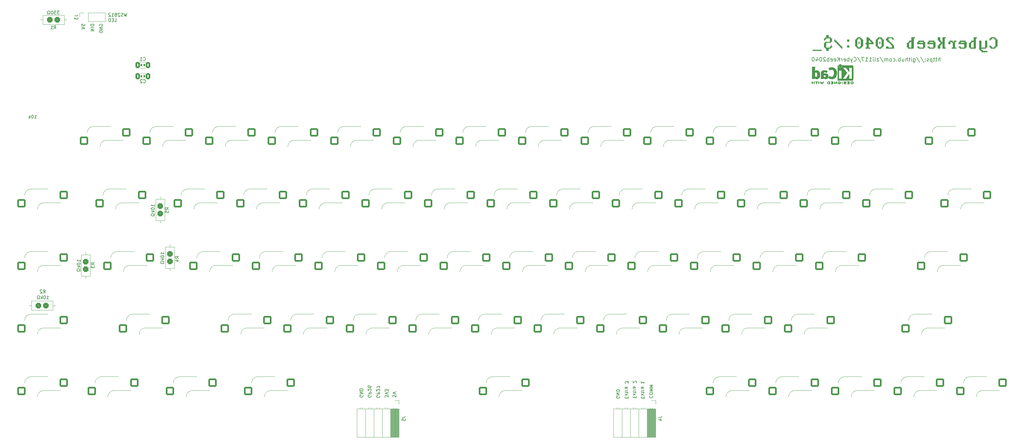
<source format=gbr>
G04 #@! TF.GenerationSoftware,KiCad,Pcbnew,7.0.8*
G04 #@! TF.CreationDate,2023-10-07T09:44:42-04:00*
G04 #@! TF.ProjectId,MainBoard,4d61696e-426f-4617-9264-2e6b69636164,rev?*
G04 #@! TF.SameCoordinates,Original*
G04 #@! TF.FileFunction,Legend,Bot*
G04 #@! TF.FilePolarity,Positive*
%FSLAX46Y46*%
G04 Gerber Fmt 4.6, Leading zero omitted, Abs format (unit mm)*
G04 Created by KiCad (PCBNEW 7.0.8) date 2023-10-07 09:44:42*
%MOMM*%
%LPD*%
G01*
G04 APERTURE LIST*
G04 Aperture macros list*
%AMRoundRect*
0 Rectangle with rounded corners*
0 $1 Rounding radius*
0 $2 $3 $4 $5 $6 $7 $8 $9 X,Y pos of 4 corners*
0 Add a 4 corners polygon primitive as box body*
4,1,4,$2,$3,$4,$5,$6,$7,$8,$9,$2,$3,0*
0 Add four circle primitives for the rounded corners*
1,1,$1+$1,$2,$3*
1,1,$1+$1,$4,$5*
1,1,$1+$1,$6,$7*
1,1,$1+$1,$8,$9*
0 Add four rect primitives between the rounded corners*
20,1,$1+$1,$2,$3,$4,$5,0*
20,1,$1+$1,$4,$5,$6,$7,0*
20,1,$1+$1,$6,$7,$8,$9,0*
20,1,$1+$1,$8,$9,$2,$3,0*%
G04 Aperture macros list end*
%ADD10C,0.150000*%
%ADD11C,0.500000*%
%ADD12C,0.200000*%
%ADD13C,0.120000*%
%ADD14C,0.010000*%
%ADD15R,1.600000X1.600000*%
%ADD16O,1.600000X1.600000*%
%ADD17C,3.048000*%
%ADD18C,3.987800*%
%ADD19C,2.700000*%
%ADD20R,1.700000X1.700000*%
%ADD21O,1.700000X1.700000*%
%ADD22C,2.750000*%
%ADD23R,2.000000X2.000000*%
%ADD24C,2.000000*%
%ADD25C,3.200000*%
%ADD26O,1.800000X1.800000*%
%ADD27O,1.500000X1.500000*%
%ADD28C,1.750000*%
%ADD29C,3.050000*%
%ADD30C,4.000000*%
%ADD31RoundRect,0.250000X1.025000X1.000000X-1.025000X1.000000X-1.025000X-1.000000X1.025000X-1.000000X0*%
%ADD32RoundRect,0.250000X0.412500X0.650000X-0.412500X0.650000X-0.412500X-0.650000X0.412500X-0.650000X0*%
%ADD33RoundRect,0.140000X0.140000X0.170000X-0.140000X0.170000X-0.140000X-0.170000X0.140000X-0.170000X0*%
%ADD34C,1.600000*%
%ADD35RoundRect,0.388889X0.486111X-0.498611X0.486111X0.498611X-0.486111X0.498611X-0.486111X-0.498611X0*%
%ADD36RoundRect,0.388889X-0.498611X-0.486111X0.498611X-0.486111X0.498611X0.486111X-0.498611X0.486111X0*%
%ADD37RoundRect,0.388889X-0.486111X0.498611X-0.486111X-0.498611X0.486111X-0.498611X0.486111X0.498611X0*%
G04 APERTURE END LIST*
D10*
X11116666Y-93369819D02*
X11449999Y-92893628D01*
X11688094Y-93369819D02*
X11688094Y-92369819D01*
X11688094Y-92369819D02*
X11307142Y-92369819D01*
X11307142Y-92369819D02*
X11211904Y-92417438D01*
X11211904Y-92417438D02*
X11164285Y-92465057D01*
X11164285Y-92465057D02*
X11116666Y-92560295D01*
X11116666Y-92560295D02*
X11116666Y-92703152D01*
X11116666Y-92703152D02*
X11164285Y-92798390D01*
X11164285Y-92798390D02*
X11211904Y-92846009D01*
X11211904Y-92846009D02*
X11307142Y-92893628D01*
X11307142Y-92893628D02*
X11688094Y-92893628D01*
X10735713Y-92465057D02*
X10688094Y-92417438D01*
X10688094Y-92417438D02*
X10592856Y-92369819D01*
X10592856Y-92369819D02*
X10354761Y-92369819D01*
X10354761Y-92369819D02*
X10259523Y-92417438D01*
X10259523Y-92417438D02*
X10211904Y-92465057D01*
X10211904Y-92465057D02*
X10164285Y-92560295D01*
X10164285Y-92560295D02*
X10164285Y-92655533D01*
X10164285Y-92655533D02*
X10211904Y-92798390D01*
X10211904Y-92798390D02*
X10783332Y-93369819D01*
X10783332Y-93369819D02*
X10164285Y-93369819D01*
X52319819Y-82833207D02*
X51843628Y-82499874D01*
X52319819Y-82261779D02*
X51319819Y-82261779D01*
X51319819Y-82261779D02*
X51319819Y-82642731D01*
X51319819Y-82642731D02*
X51367438Y-82737969D01*
X51367438Y-82737969D02*
X51415057Y-82785588D01*
X51415057Y-82785588D02*
X51510295Y-82833207D01*
X51510295Y-82833207D02*
X51653152Y-82833207D01*
X51653152Y-82833207D02*
X51748390Y-82785588D01*
X51748390Y-82785588D02*
X51796009Y-82737969D01*
X51796009Y-82737969D02*
X51843628Y-82642731D01*
X51843628Y-82642731D02*
X51843628Y-82261779D01*
X51653152Y-83690350D02*
X52319819Y-83690350D01*
X51272200Y-83452255D02*
X51986485Y-83214160D01*
X51986485Y-83214160D02*
X51986485Y-83833207D01*
X118530180Y-124487030D02*
X118530180Y-124963220D01*
X118530180Y-124963220D02*
X118053990Y-125010839D01*
X118053990Y-125010839D02*
X118101609Y-124963220D01*
X118101609Y-124963220D02*
X118149228Y-124867982D01*
X118149228Y-124867982D02*
X118149228Y-124629887D01*
X118149228Y-124629887D02*
X118101609Y-124534649D01*
X118101609Y-124534649D02*
X118053990Y-124487030D01*
X118053990Y-124487030D02*
X117958752Y-124439411D01*
X117958752Y-124439411D02*
X117720657Y-124439411D01*
X117720657Y-124439411D02*
X117625419Y-124487030D01*
X117625419Y-124487030D02*
X117577800Y-124534649D01*
X117577800Y-124534649D02*
X117530180Y-124629887D01*
X117530180Y-124629887D02*
X117530180Y-124867982D01*
X117530180Y-124867982D02*
X117577800Y-124963220D01*
X117577800Y-124963220D02*
X117625419Y-125010839D01*
X118530180Y-124153696D02*
X117530180Y-123820363D01*
X117530180Y-123820363D02*
X118530180Y-123487030D01*
X191153990Y-125263220D02*
X191153990Y-124929887D01*
X190630180Y-124787030D02*
X190630180Y-125263220D01*
X190630180Y-125263220D02*
X191630180Y-125263220D01*
X191630180Y-125263220D02*
X191630180Y-124787030D01*
X190630180Y-124453696D02*
X191296847Y-123929887D01*
X191296847Y-124453696D02*
X190630180Y-123929887D01*
X191296847Y-123691791D02*
X191296847Y-123310839D01*
X191630180Y-123548934D02*
X190773038Y-123548934D01*
X190773038Y-123548934D02*
X190677800Y-123501315D01*
X190677800Y-123501315D02*
X190630180Y-123406077D01*
X190630180Y-123406077D02*
X190630180Y-123310839D01*
X190630180Y-122977505D02*
X191296847Y-122977505D01*
X191106371Y-122977505D02*
X191201609Y-122929886D01*
X191201609Y-122929886D02*
X191249228Y-122882267D01*
X191249228Y-122882267D02*
X191296847Y-122787029D01*
X191296847Y-122787029D02*
X191296847Y-122691791D01*
X190630180Y-121929886D02*
X191153990Y-121929886D01*
X191153990Y-121929886D02*
X191249228Y-121977505D01*
X191249228Y-121977505D02*
X191296847Y-122072743D01*
X191296847Y-122072743D02*
X191296847Y-122263219D01*
X191296847Y-122263219D02*
X191249228Y-122358457D01*
X190677800Y-121929886D02*
X190630180Y-122025124D01*
X190630180Y-122025124D02*
X190630180Y-122263219D01*
X190630180Y-122263219D02*
X190677800Y-122358457D01*
X190677800Y-122358457D02*
X190773038Y-122406076D01*
X190773038Y-122406076D02*
X190868276Y-122406076D01*
X190868276Y-122406076D02*
X190963514Y-122358457D01*
X190963514Y-122358457D02*
X191011133Y-122263219D01*
X191011133Y-122263219D02*
X191011133Y-122025124D01*
X191011133Y-122025124D02*
X191058752Y-121929886D01*
X191534942Y-120739409D02*
X191582561Y-120691790D01*
X191582561Y-120691790D02*
X191630180Y-120596552D01*
X191630180Y-120596552D02*
X191630180Y-120358457D01*
X191630180Y-120358457D02*
X191582561Y-120263219D01*
X191582561Y-120263219D02*
X191534942Y-120215600D01*
X191534942Y-120215600D02*
X191439704Y-120167981D01*
X191439704Y-120167981D02*
X191344466Y-120167981D01*
X191344466Y-120167981D02*
X191201609Y-120215600D01*
X191201609Y-120215600D02*
X190630180Y-120787028D01*
X190630180Y-120787028D02*
X190630180Y-120167981D01*
X22369819Y-83835588D02*
X22369819Y-83264160D01*
X22369819Y-83549874D02*
X21369819Y-83549874D01*
X21369819Y-83549874D02*
X21512676Y-83454636D01*
X21512676Y-83454636D02*
X21607914Y-83359398D01*
X21607914Y-83359398D02*
X21655533Y-83264160D01*
X21369819Y-84454636D02*
X21369819Y-84549874D01*
X21369819Y-84549874D02*
X21417438Y-84645112D01*
X21417438Y-84645112D02*
X21465057Y-84692731D01*
X21465057Y-84692731D02*
X21560295Y-84740350D01*
X21560295Y-84740350D02*
X21750771Y-84787969D01*
X21750771Y-84787969D02*
X21988866Y-84787969D01*
X21988866Y-84787969D02*
X22179342Y-84740350D01*
X22179342Y-84740350D02*
X22274580Y-84692731D01*
X22274580Y-84692731D02*
X22322200Y-84645112D01*
X22322200Y-84645112D02*
X22369819Y-84549874D01*
X22369819Y-84549874D02*
X22369819Y-84454636D01*
X22369819Y-84454636D02*
X22322200Y-84359398D01*
X22322200Y-84359398D02*
X22274580Y-84311779D01*
X22274580Y-84311779D02*
X22179342Y-84264160D01*
X22179342Y-84264160D02*
X21988866Y-84216541D01*
X21988866Y-84216541D02*
X21750771Y-84216541D01*
X21750771Y-84216541D02*
X21560295Y-84264160D01*
X21560295Y-84264160D02*
X21465057Y-84311779D01*
X21465057Y-84311779D02*
X21417438Y-84359398D01*
X21417438Y-84359398D02*
X21369819Y-84454636D01*
X22369819Y-85216541D02*
X21369819Y-85216541D01*
X21988866Y-85311779D02*
X22369819Y-85597493D01*
X21703152Y-85597493D02*
X22084104Y-85216541D01*
X22369819Y-85978446D02*
X22369819Y-86216541D01*
X22369819Y-86216541D02*
X22179342Y-86216541D01*
X22179342Y-86216541D02*
X22131723Y-86121303D01*
X22131723Y-86121303D02*
X22036485Y-86026065D01*
X22036485Y-86026065D02*
X21893628Y-85978446D01*
X21893628Y-85978446D02*
X21655533Y-85978446D01*
X21655533Y-85978446D02*
X21512676Y-86026065D01*
X21512676Y-86026065D02*
X21417438Y-86121303D01*
X21417438Y-86121303D02*
X21369819Y-86264160D01*
X21369819Y-86264160D02*
X21369819Y-86454636D01*
X21369819Y-86454636D02*
X21417438Y-86597493D01*
X21417438Y-86597493D02*
X21512676Y-86692731D01*
X21512676Y-86692731D02*
X21655533Y-86740350D01*
X21655533Y-86740350D02*
X21893628Y-86740350D01*
X21893628Y-86740350D02*
X22036485Y-86692731D01*
X22036485Y-86692731D02*
X22131723Y-86597493D01*
X22131723Y-86597493D02*
X22179342Y-86502255D01*
X22179342Y-86502255D02*
X22369819Y-86502255D01*
X22369819Y-86502255D02*
X22369819Y-86740350D01*
X26539819Y-11536779D02*
X25539819Y-11536779D01*
X25539819Y-11536779D02*
X25539819Y-11774874D01*
X25539819Y-11774874D02*
X25587438Y-11917731D01*
X25587438Y-11917731D02*
X25682676Y-12012969D01*
X25682676Y-12012969D02*
X25777914Y-12060588D01*
X25777914Y-12060588D02*
X25968390Y-12108207D01*
X25968390Y-12108207D02*
X26111247Y-12108207D01*
X26111247Y-12108207D02*
X26301723Y-12060588D01*
X26301723Y-12060588D02*
X26396961Y-12012969D01*
X26396961Y-12012969D02*
X26492200Y-11917731D01*
X26492200Y-11917731D02*
X26539819Y-11774874D01*
X26539819Y-11774874D02*
X26539819Y-11536779D01*
X26539819Y-12536779D02*
X25539819Y-12536779D01*
X26539819Y-13012969D02*
X25539819Y-13012969D01*
X25539819Y-13012969D02*
X26539819Y-13584397D01*
X26539819Y-13584397D02*
X25539819Y-13584397D01*
X188753990Y-125363220D02*
X188753990Y-125029887D01*
X188230180Y-124887030D02*
X188230180Y-125363220D01*
X188230180Y-125363220D02*
X189230180Y-125363220D01*
X189230180Y-125363220D02*
X189230180Y-124887030D01*
X188230180Y-124553696D02*
X188896847Y-124029887D01*
X188896847Y-124553696D02*
X188230180Y-124029887D01*
X188896847Y-123791791D02*
X188896847Y-123410839D01*
X189230180Y-123648934D02*
X188373038Y-123648934D01*
X188373038Y-123648934D02*
X188277800Y-123601315D01*
X188277800Y-123601315D02*
X188230180Y-123506077D01*
X188230180Y-123506077D02*
X188230180Y-123410839D01*
X188230180Y-123077505D02*
X188896847Y-123077505D01*
X188706371Y-123077505D02*
X188801609Y-123029886D01*
X188801609Y-123029886D02*
X188849228Y-122982267D01*
X188849228Y-122982267D02*
X188896847Y-122887029D01*
X188896847Y-122887029D02*
X188896847Y-122791791D01*
X188230180Y-122029886D02*
X188753990Y-122029886D01*
X188753990Y-122029886D02*
X188849228Y-122077505D01*
X188849228Y-122077505D02*
X188896847Y-122172743D01*
X188896847Y-122172743D02*
X188896847Y-122363219D01*
X188896847Y-122363219D02*
X188849228Y-122458457D01*
X188277800Y-122029886D02*
X188230180Y-122125124D01*
X188230180Y-122125124D02*
X188230180Y-122363219D01*
X188230180Y-122363219D02*
X188277800Y-122458457D01*
X188277800Y-122458457D02*
X188373038Y-122506076D01*
X188373038Y-122506076D02*
X188468276Y-122506076D01*
X188468276Y-122506076D02*
X188563514Y-122458457D01*
X188563514Y-122458457D02*
X188611133Y-122363219D01*
X188611133Y-122363219D02*
X188611133Y-122125124D01*
X188611133Y-122125124D02*
X188658752Y-122029886D01*
X189230180Y-120887028D02*
X189230180Y-120267981D01*
X189230180Y-120267981D02*
X188849228Y-120601314D01*
X188849228Y-120601314D02*
X188849228Y-120458457D01*
X188849228Y-120458457D02*
X188801609Y-120363219D01*
X188801609Y-120363219D02*
X188753990Y-120315600D01*
X188753990Y-120315600D02*
X188658752Y-120267981D01*
X188658752Y-120267981D02*
X188420657Y-120267981D01*
X188420657Y-120267981D02*
X188325419Y-120315600D01*
X188325419Y-120315600D02*
X188277800Y-120363219D01*
X188277800Y-120363219D02*
X188230180Y-120458457D01*
X188230180Y-120458457D02*
X188230180Y-120744171D01*
X188230180Y-120744171D02*
X188277800Y-120839409D01*
X188277800Y-120839409D02*
X188325419Y-120887028D01*
X44944819Y-67035588D02*
X44944819Y-66464160D01*
X44944819Y-66749874D02*
X43944819Y-66749874D01*
X43944819Y-66749874D02*
X44087676Y-66654636D01*
X44087676Y-66654636D02*
X44182914Y-66559398D01*
X44182914Y-66559398D02*
X44230533Y-66464160D01*
X43944819Y-67654636D02*
X43944819Y-67749874D01*
X43944819Y-67749874D02*
X43992438Y-67845112D01*
X43992438Y-67845112D02*
X44040057Y-67892731D01*
X44040057Y-67892731D02*
X44135295Y-67940350D01*
X44135295Y-67940350D02*
X44325771Y-67987969D01*
X44325771Y-67987969D02*
X44563866Y-67987969D01*
X44563866Y-67987969D02*
X44754342Y-67940350D01*
X44754342Y-67940350D02*
X44849580Y-67892731D01*
X44849580Y-67892731D02*
X44897200Y-67845112D01*
X44897200Y-67845112D02*
X44944819Y-67749874D01*
X44944819Y-67749874D02*
X44944819Y-67654636D01*
X44944819Y-67654636D02*
X44897200Y-67559398D01*
X44897200Y-67559398D02*
X44849580Y-67511779D01*
X44849580Y-67511779D02*
X44754342Y-67464160D01*
X44754342Y-67464160D02*
X44563866Y-67416541D01*
X44563866Y-67416541D02*
X44325771Y-67416541D01*
X44325771Y-67416541D02*
X44135295Y-67464160D01*
X44135295Y-67464160D02*
X44040057Y-67511779D01*
X44040057Y-67511779D02*
X43992438Y-67559398D01*
X43992438Y-67559398D02*
X43944819Y-67654636D01*
X44944819Y-68416541D02*
X43944819Y-68416541D01*
X44563866Y-68511779D02*
X44944819Y-68797493D01*
X44278152Y-68797493D02*
X44659104Y-68416541D01*
X44944819Y-69178446D02*
X44944819Y-69416541D01*
X44944819Y-69416541D02*
X44754342Y-69416541D01*
X44754342Y-69416541D02*
X44706723Y-69321303D01*
X44706723Y-69321303D02*
X44611485Y-69226065D01*
X44611485Y-69226065D02*
X44468628Y-69178446D01*
X44468628Y-69178446D02*
X44230533Y-69178446D01*
X44230533Y-69178446D02*
X44087676Y-69226065D01*
X44087676Y-69226065D02*
X43992438Y-69321303D01*
X43992438Y-69321303D02*
X43944819Y-69464160D01*
X43944819Y-69464160D02*
X43944819Y-69654636D01*
X43944819Y-69654636D02*
X43992438Y-69797493D01*
X43992438Y-69797493D02*
X44087676Y-69892731D01*
X44087676Y-69892731D02*
X44230533Y-69940350D01*
X44230533Y-69940350D02*
X44468628Y-69940350D01*
X44468628Y-69940350D02*
X44611485Y-69892731D01*
X44611485Y-69892731D02*
X44706723Y-69797493D01*
X44706723Y-69797493D02*
X44754342Y-69702255D01*
X44754342Y-69702255D02*
X44944819Y-69702255D01*
X44944819Y-69702255D02*
X44944819Y-69940350D01*
X193653990Y-125363220D02*
X193653990Y-125029887D01*
X193130180Y-124887030D02*
X193130180Y-125363220D01*
X193130180Y-125363220D02*
X194130180Y-125363220D01*
X194130180Y-125363220D02*
X194130180Y-124887030D01*
X193130180Y-124553696D02*
X193796847Y-124029887D01*
X193796847Y-124553696D02*
X193130180Y-124029887D01*
X193796847Y-123791791D02*
X193796847Y-123410839D01*
X194130180Y-123648934D02*
X193273038Y-123648934D01*
X193273038Y-123648934D02*
X193177800Y-123601315D01*
X193177800Y-123601315D02*
X193130180Y-123506077D01*
X193130180Y-123506077D02*
X193130180Y-123410839D01*
X193130180Y-123077505D02*
X193796847Y-123077505D01*
X193606371Y-123077505D02*
X193701609Y-123029886D01*
X193701609Y-123029886D02*
X193749228Y-122982267D01*
X193749228Y-122982267D02*
X193796847Y-122887029D01*
X193796847Y-122887029D02*
X193796847Y-122791791D01*
X193130180Y-122029886D02*
X193653990Y-122029886D01*
X193653990Y-122029886D02*
X193749228Y-122077505D01*
X193749228Y-122077505D02*
X193796847Y-122172743D01*
X193796847Y-122172743D02*
X193796847Y-122363219D01*
X193796847Y-122363219D02*
X193749228Y-122458457D01*
X193177800Y-122029886D02*
X193130180Y-122125124D01*
X193130180Y-122125124D02*
X193130180Y-122363219D01*
X193130180Y-122363219D02*
X193177800Y-122458457D01*
X193177800Y-122458457D02*
X193273038Y-122506076D01*
X193273038Y-122506076D02*
X193368276Y-122506076D01*
X193368276Y-122506076D02*
X193463514Y-122458457D01*
X193463514Y-122458457D02*
X193511133Y-122363219D01*
X193511133Y-122363219D02*
X193511133Y-122125124D01*
X193511133Y-122125124D02*
X193558752Y-122029886D01*
X193130180Y-120267981D02*
X193130180Y-120839409D01*
X193130180Y-120553695D02*
X194130180Y-120553695D01*
X194130180Y-120553695D02*
X193987323Y-120648933D01*
X193987323Y-120648933D02*
X193892085Y-120744171D01*
X193892085Y-120744171D02*
X193844466Y-120839409D01*
X22769819Y-12012969D02*
X22769819Y-11536779D01*
X22769819Y-11536779D02*
X23246009Y-11489160D01*
X23246009Y-11489160D02*
X23198390Y-11536779D01*
X23198390Y-11536779D02*
X23150771Y-11632017D01*
X23150771Y-11632017D02*
X23150771Y-11870112D01*
X23150771Y-11870112D02*
X23198390Y-11965350D01*
X23198390Y-11965350D02*
X23246009Y-12012969D01*
X23246009Y-12012969D02*
X23341247Y-12060588D01*
X23341247Y-12060588D02*
X23579342Y-12060588D01*
X23579342Y-12060588D02*
X23674580Y-12012969D01*
X23674580Y-12012969D02*
X23722200Y-11965350D01*
X23722200Y-11965350D02*
X23769819Y-11870112D01*
X23769819Y-11870112D02*
X23769819Y-11632017D01*
X23769819Y-11632017D02*
X23722200Y-11536779D01*
X23722200Y-11536779D02*
X23674580Y-11489160D01*
X22769819Y-12346303D02*
X23769819Y-12679636D01*
X23769819Y-12679636D02*
X22769819Y-13012969D01*
X12164411Y-95169819D02*
X12735839Y-95169819D01*
X12450125Y-95169819D02*
X12450125Y-94169819D01*
X12450125Y-94169819D02*
X12545363Y-94312676D01*
X12545363Y-94312676D02*
X12640601Y-94407914D01*
X12640601Y-94407914D02*
X12735839Y-94455533D01*
X11545363Y-94169819D02*
X11450125Y-94169819D01*
X11450125Y-94169819D02*
X11354887Y-94217438D01*
X11354887Y-94217438D02*
X11307268Y-94265057D01*
X11307268Y-94265057D02*
X11259649Y-94360295D01*
X11259649Y-94360295D02*
X11212030Y-94550771D01*
X11212030Y-94550771D02*
X11212030Y-94788866D01*
X11212030Y-94788866D02*
X11259649Y-94979342D01*
X11259649Y-94979342D02*
X11307268Y-95074580D01*
X11307268Y-95074580D02*
X11354887Y-95122200D01*
X11354887Y-95122200D02*
X11450125Y-95169819D01*
X11450125Y-95169819D02*
X11545363Y-95169819D01*
X11545363Y-95169819D02*
X11640601Y-95122200D01*
X11640601Y-95122200D02*
X11688220Y-95074580D01*
X11688220Y-95074580D02*
X11735839Y-94979342D01*
X11735839Y-94979342D02*
X11783458Y-94788866D01*
X11783458Y-94788866D02*
X11783458Y-94550771D01*
X11783458Y-94550771D02*
X11735839Y-94360295D01*
X11735839Y-94360295D02*
X11688220Y-94265057D01*
X11688220Y-94265057D02*
X11640601Y-94217438D01*
X11640601Y-94217438D02*
X11545363Y-94169819D01*
X10783458Y-95169819D02*
X10783458Y-94169819D01*
X10688220Y-94788866D02*
X10402506Y-95169819D01*
X10402506Y-94503152D02*
X10783458Y-94884104D01*
X10021553Y-95169819D02*
X9783458Y-95169819D01*
X9783458Y-95169819D02*
X9783458Y-94979342D01*
X9783458Y-94979342D02*
X9878696Y-94931723D01*
X9878696Y-94931723D02*
X9973934Y-94836485D01*
X9973934Y-94836485D02*
X10021553Y-94693628D01*
X10021553Y-94693628D02*
X10021553Y-94455533D01*
X10021553Y-94455533D02*
X9973934Y-94312676D01*
X9973934Y-94312676D02*
X9878696Y-94217438D01*
X9878696Y-94217438D02*
X9735839Y-94169819D01*
X9735839Y-94169819D02*
X9545363Y-94169819D01*
X9545363Y-94169819D02*
X9402506Y-94217438D01*
X9402506Y-94217438D02*
X9307268Y-94312676D01*
X9307268Y-94312676D02*
X9259649Y-94455533D01*
X9259649Y-94455533D02*
X9259649Y-94693628D01*
X9259649Y-94693628D02*
X9307268Y-94836485D01*
X9307268Y-94836485D02*
X9402506Y-94931723D01*
X9402506Y-94931723D02*
X9497744Y-94979342D01*
X9497744Y-94979342D02*
X9497744Y-95169819D01*
X9497744Y-95169819D02*
X9259649Y-95169819D01*
X108382561Y-124539411D02*
X108430180Y-124634649D01*
X108430180Y-124634649D02*
X108430180Y-124777506D01*
X108430180Y-124777506D02*
X108382561Y-124920363D01*
X108382561Y-124920363D02*
X108287323Y-125015601D01*
X108287323Y-125015601D02*
X108192085Y-125063220D01*
X108192085Y-125063220D02*
X108001609Y-125110839D01*
X108001609Y-125110839D02*
X107858752Y-125110839D01*
X107858752Y-125110839D02*
X107668276Y-125063220D01*
X107668276Y-125063220D02*
X107573038Y-125015601D01*
X107573038Y-125015601D02*
X107477800Y-124920363D01*
X107477800Y-124920363D02*
X107430180Y-124777506D01*
X107430180Y-124777506D02*
X107430180Y-124682268D01*
X107430180Y-124682268D02*
X107477800Y-124539411D01*
X107477800Y-124539411D02*
X107525419Y-124491792D01*
X107525419Y-124491792D02*
X107858752Y-124491792D01*
X107858752Y-124491792D02*
X107858752Y-124682268D01*
X107430180Y-124063220D02*
X108430180Y-124063220D01*
X108430180Y-124063220D02*
X107430180Y-123491792D01*
X107430180Y-123491792D02*
X108430180Y-123491792D01*
X107430180Y-123015601D02*
X108430180Y-123015601D01*
X108430180Y-123015601D02*
X108430180Y-122777506D01*
X108430180Y-122777506D02*
X108382561Y-122634649D01*
X108382561Y-122634649D02*
X108287323Y-122539411D01*
X108287323Y-122539411D02*
X108192085Y-122491792D01*
X108192085Y-122491792D02*
X108001609Y-122444173D01*
X108001609Y-122444173D02*
X107858752Y-122444173D01*
X107858752Y-122444173D02*
X107668276Y-122491792D01*
X107668276Y-122491792D02*
X107573038Y-122539411D01*
X107573038Y-122539411D02*
X107477800Y-122634649D01*
X107477800Y-122634649D02*
X107430180Y-122777506D01*
X107430180Y-122777506D02*
X107430180Y-123015601D01*
X195725419Y-124691792D02*
X195677800Y-124739411D01*
X195677800Y-124739411D02*
X195630180Y-124882268D01*
X195630180Y-124882268D02*
X195630180Y-124977506D01*
X195630180Y-124977506D02*
X195677800Y-125120363D01*
X195677800Y-125120363D02*
X195773038Y-125215601D01*
X195773038Y-125215601D02*
X195868276Y-125263220D01*
X195868276Y-125263220D02*
X196058752Y-125310839D01*
X196058752Y-125310839D02*
X196201609Y-125310839D01*
X196201609Y-125310839D02*
X196392085Y-125263220D01*
X196392085Y-125263220D02*
X196487323Y-125215601D01*
X196487323Y-125215601D02*
X196582561Y-125120363D01*
X196582561Y-125120363D02*
X196630180Y-124977506D01*
X196630180Y-124977506D02*
X196630180Y-124882268D01*
X196630180Y-124882268D02*
X196582561Y-124739411D01*
X196582561Y-124739411D02*
X196534942Y-124691792D01*
X196630180Y-124072744D02*
X196630180Y-123882268D01*
X196630180Y-123882268D02*
X196582561Y-123787030D01*
X196582561Y-123787030D02*
X196487323Y-123691792D01*
X196487323Y-123691792D02*
X196296847Y-123644173D01*
X196296847Y-123644173D02*
X195963514Y-123644173D01*
X195963514Y-123644173D02*
X195773038Y-123691792D01*
X195773038Y-123691792D02*
X195677800Y-123787030D01*
X195677800Y-123787030D02*
X195630180Y-123882268D01*
X195630180Y-123882268D02*
X195630180Y-124072744D01*
X195630180Y-124072744D02*
X195677800Y-124167982D01*
X195677800Y-124167982D02*
X195773038Y-124263220D01*
X195773038Y-124263220D02*
X195963514Y-124310839D01*
X195963514Y-124310839D02*
X196296847Y-124310839D01*
X196296847Y-124310839D02*
X196487323Y-124263220D01*
X196487323Y-124263220D02*
X196582561Y-124167982D01*
X196582561Y-124167982D02*
X196630180Y-124072744D01*
X195630180Y-123215601D02*
X196630180Y-123215601D01*
X196630180Y-123215601D02*
X195915895Y-122882268D01*
X195915895Y-122882268D02*
X196630180Y-122548935D01*
X196630180Y-122548935D02*
X195630180Y-122548935D01*
X195630180Y-122072744D02*
X196630180Y-122072744D01*
X196630180Y-122072744D02*
X195915895Y-121739411D01*
X195915895Y-121739411D02*
X196630180Y-121406078D01*
X196630180Y-121406078D02*
X195630180Y-121406078D01*
X116130180Y-125158458D02*
X116130180Y-124539411D01*
X116130180Y-124539411D02*
X115749228Y-124872744D01*
X115749228Y-124872744D02*
X115749228Y-124729887D01*
X115749228Y-124729887D02*
X115701609Y-124634649D01*
X115701609Y-124634649D02*
X115653990Y-124587030D01*
X115653990Y-124587030D02*
X115558752Y-124539411D01*
X115558752Y-124539411D02*
X115320657Y-124539411D01*
X115320657Y-124539411D02*
X115225419Y-124587030D01*
X115225419Y-124587030D02*
X115177800Y-124634649D01*
X115177800Y-124634649D02*
X115130180Y-124729887D01*
X115130180Y-124729887D02*
X115130180Y-125015601D01*
X115130180Y-125015601D02*
X115177800Y-125110839D01*
X115177800Y-125110839D02*
X115225419Y-125158458D01*
X116130180Y-124253696D02*
X115130180Y-123920363D01*
X115130180Y-123920363D02*
X116130180Y-123587030D01*
X116130180Y-123348934D02*
X116130180Y-122729887D01*
X116130180Y-122729887D02*
X115749228Y-123063220D01*
X115749228Y-123063220D02*
X115749228Y-122920363D01*
X115749228Y-122920363D02*
X115701609Y-122825125D01*
X115701609Y-122825125D02*
X115653990Y-122777506D01*
X115653990Y-122777506D02*
X115558752Y-122729887D01*
X115558752Y-122729887D02*
X115320657Y-122729887D01*
X115320657Y-122729887D02*
X115225419Y-122777506D01*
X115225419Y-122777506D02*
X115177800Y-122825125D01*
X115177800Y-122825125D02*
X115130180Y-122920363D01*
X115130180Y-122920363D02*
X115130180Y-123206077D01*
X115130180Y-123206077D02*
X115177800Y-123301315D01*
X115177800Y-123301315D02*
X115225419Y-123348934D01*
D11*
G36*
X299833451Y-15857891D02*
G01*
X300536870Y-15857891D01*
X300536870Y-16170522D01*
X300888580Y-16170522D01*
X300888580Y-18296412D01*
X300536870Y-18296412D01*
X300536870Y-18609042D01*
X299833451Y-18609042D01*
X299833451Y-18296412D01*
X299481741Y-18296412D01*
X299481741Y-17921255D01*
X299130032Y-17921255D01*
X299130032Y-18609042D01*
X299481741Y-18609042D01*
X299481741Y-18984200D01*
X300888580Y-18984200D01*
X300888580Y-18609042D01*
X301240290Y-18609042D01*
X301240290Y-18296412D01*
X301592000Y-18296412D01*
X301592000Y-16170522D01*
X301240290Y-16170522D01*
X301240290Y-15857891D01*
X300888580Y-15857891D01*
X300888580Y-15482734D01*
X299481741Y-15482734D01*
X299481741Y-15857891D01*
X299130032Y-15857891D01*
X299130032Y-16545679D01*
X299481741Y-16545679D01*
X299481741Y-16170522D01*
X299833451Y-16170522D01*
X299833451Y-15857891D01*
G37*
G36*
X298442244Y-19671987D02*
G01*
X297035405Y-19671987D01*
X297035405Y-19359357D01*
X296683695Y-19359357D01*
X296683695Y-18984200D01*
X298090534Y-18984200D01*
X298090534Y-18609042D01*
X298442244Y-18609042D01*
X298442244Y-16545679D01*
X297738824Y-16545679D01*
X297738824Y-18609042D01*
X296683695Y-18609042D01*
X296683695Y-16545679D01*
X295980276Y-16545679D01*
X295980276Y-19359357D01*
X296331986Y-19359357D01*
X296331986Y-19671987D01*
X296683695Y-19671987D01*
X296683695Y-20047144D01*
X298442244Y-20047144D01*
X298442244Y-19671987D01*
G37*
G36*
X295292488Y-15857891D02*
G01*
X294940778Y-15857891D01*
X294940778Y-18984200D01*
X293182230Y-18984200D01*
X293182230Y-18609042D01*
X293533939Y-18609042D01*
X294237359Y-18609042D01*
X294237359Y-16920836D01*
X293885649Y-16920836D01*
X293885649Y-17233467D01*
X293533939Y-17233467D01*
X293533939Y-18609042D01*
X293182230Y-18609042D01*
X292830520Y-18609042D01*
X292830520Y-17233467D01*
X293182230Y-17233467D01*
X293182230Y-16920836D01*
X293533939Y-16920836D01*
X293533939Y-16545679D01*
X294237359Y-16545679D01*
X294237359Y-15482734D01*
X295292488Y-15482734D01*
X295292488Y-15857891D01*
G37*
G36*
X291791023Y-16920836D02*
G01*
X292142732Y-16920836D01*
X292142732Y-18609042D01*
X291791023Y-18609042D01*
X291791023Y-18984200D01*
X290032474Y-18984200D01*
X290032474Y-18609042D01*
X289680764Y-18609042D01*
X289680764Y-18296412D01*
X290384184Y-18296412D01*
X290384184Y-18671569D01*
X291439313Y-18609042D01*
X291439313Y-17608624D01*
X289680764Y-17608624D01*
X289680764Y-16920836D01*
X290032474Y-16920836D01*
X290384184Y-16920836D01*
X290384184Y-17233467D01*
X291439313Y-17233467D01*
X291439313Y-16920836D01*
X290384184Y-16920836D01*
X290032474Y-16920836D01*
X290032474Y-16545679D01*
X291791023Y-16545679D01*
X291791023Y-16920836D01*
G37*
G36*
X287586138Y-17233467D02*
G01*
X287937847Y-17233467D01*
X287937847Y-18609042D01*
X287586138Y-18609042D01*
X287586138Y-18984200D01*
X288992976Y-18984200D01*
X288992976Y-18609042D01*
X288641267Y-18609042D01*
X288641267Y-16920836D01*
X288992976Y-16920836D01*
X288992976Y-16545679D01*
X288289557Y-16545679D01*
X288289557Y-16920836D01*
X287937847Y-16920836D01*
X287937847Y-16545679D01*
X286882718Y-16545679D01*
X286882718Y-16920836D01*
X286531009Y-16920836D01*
X286531009Y-17608624D01*
X287234428Y-17608624D01*
X287234428Y-16920836D01*
X287586138Y-16920836D01*
X287586138Y-17233467D01*
G37*
G36*
X283732963Y-16920836D02*
G01*
X284084672Y-16858310D01*
X284084672Y-17546098D01*
X283732963Y-17546098D01*
X283732963Y-17921255D01*
X283381253Y-17921255D01*
X283381253Y-18984200D01*
X284084672Y-18984200D01*
X284084672Y-17921255D01*
X284436382Y-17921255D01*
X284436382Y-17546098D01*
X284788092Y-17546098D01*
X284788092Y-18984200D01*
X285843221Y-18984200D01*
X285843221Y-18609042D01*
X285491511Y-18609042D01*
X285491511Y-15857891D01*
X285843221Y-15857891D01*
X285843221Y-15482734D01*
X284788092Y-15482734D01*
X284788092Y-16920836D01*
X284436382Y-16920836D01*
X284436382Y-16545679D01*
X284084672Y-16545679D01*
X284084672Y-15482734D01*
X283381253Y-15482734D01*
X283381253Y-16545679D01*
X283732963Y-16545679D01*
X283732963Y-16920836D01*
G37*
G36*
X282341755Y-16920836D02*
G01*
X282693465Y-16920836D01*
X282693465Y-18609042D01*
X282341755Y-18609042D01*
X282341755Y-18984200D01*
X280583207Y-18984200D01*
X280583207Y-18609042D01*
X280231497Y-18609042D01*
X280231497Y-18296412D01*
X280934916Y-18296412D01*
X280934916Y-18671569D01*
X281990046Y-18609042D01*
X281990046Y-17608624D01*
X280231497Y-17608624D01*
X280231497Y-16920836D01*
X280583207Y-16920836D01*
X280934916Y-16920836D01*
X280934916Y-17233467D01*
X281990046Y-17233467D01*
X281990046Y-16920836D01*
X280934916Y-16920836D01*
X280583207Y-16920836D01*
X280583207Y-16545679D01*
X282341755Y-16545679D01*
X282341755Y-16920836D01*
G37*
G36*
X279192000Y-16920836D02*
G01*
X279543709Y-16920836D01*
X279543709Y-18609042D01*
X279192000Y-18609042D01*
X279192000Y-18984200D01*
X277433451Y-18984200D01*
X277433451Y-18609042D01*
X277081741Y-18609042D01*
X277081741Y-18296412D01*
X277785161Y-18296412D01*
X277785161Y-18671569D01*
X278840290Y-18609042D01*
X278840290Y-17608624D01*
X277081741Y-17608624D01*
X277081741Y-16920836D01*
X277433451Y-16920836D01*
X277785161Y-16920836D01*
X277785161Y-17233467D01*
X278840290Y-17233467D01*
X278840290Y-16920836D01*
X277785161Y-16920836D01*
X277433451Y-16920836D01*
X277433451Y-16545679D01*
X279192000Y-16545679D01*
X279192000Y-16920836D01*
G37*
G36*
X276393953Y-15857891D02*
G01*
X276042244Y-15857891D01*
X276042244Y-18984200D01*
X274283695Y-18984200D01*
X274283695Y-18609042D01*
X274635405Y-18609042D01*
X275338824Y-18609042D01*
X275338824Y-16920836D01*
X274987115Y-16920836D01*
X274987115Y-17233467D01*
X274635405Y-17233467D01*
X274635405Y-18609042D01*
X274283695Y-18609042D01*
X273931986Y-18609042D01*
X273931986Y-17233467D01*
X274283695Y-17233467D01*
X274283695Y-16920836D01*
X274635405Y-16920836D01*
X274635405Y-16545679D01*
X275338824Y-16545679D01*
X275338824Y-15482734D01*
X276393953Y-15482734D01*
X276393953Y-15857891D01*
G37*
G36*
X270094442Y-17921255D02*
G01*
X269742732Y-17921255D01*
X269742732Y-17546098D01*
X269391023Y-17546098D01*
X269391023Y-17233467D01*
X269039313Y-17233467D01*
X269039313Y-16920836D01*
X268687603Y-16920836D01*
X268687603Y-16545679D01*
X268335893Y-16545679D01*
X268335893Y-15857891D01*
X269391023Y-15795365D01*
X269391023Y-16170522D01*
X270094442Y-16170522D01*
X270094442Y-15857891D01*
X269742732Y-15857891D01*
X269742732Y-15482734D01*
X267984184Y-15482734D01*
X267984184Y-15857891D01*
X267632474Y-15857891D01*
X267632474Y-16545679D01*
X267984184Y-16545679D01*
X267984184Y-16920836D01*
X268335893Y-16920836D01*
X268335893Y-17233467D01*
X268687603Y-17233467D01*
X268687603Y-17546098D01*
X269039313Y-17546098D01*
X269039313Y-17921255D01*
X269391023Y-17921255D01*
X269391023Y-18609042D01*
X268335893Y-18609042D01*
X268335893Y-18296412D01*
X267632474Y-18296412D01*
X267632474Y-18984200D01*
X270094442Y-18984200D01*
X270094442Y-17921255D01*
G37*
G36*
X265889557Y-17546098D02*
G01*
X265537847Y-17546098D01*
X265537847Y-16858310D01*
X265889557Y-16858310D01*
X265889557Y-17546098D01*
G37*
G36*
X266241267Y-15857891D02*
G01*
X266592976Y-15857891D01*
X266592976Y-16170522D01*
X266944686Y-16170522D01*
X266944686Y-18296412D01*
X266592976Y-18296412D01*
X266592976Y-18609042D01*
X266241267Y-18609042D01*
X266241267Y-18984200D01*
X265186138Y-18984200D01*
X265186138Y-18609042D01*
X264834428Y-18609042D01*
X264834428Y-18296412D01*
X265186138Y-18296412D01*
X265537847Y-18296412D01*
X265537847Y-18609042D01*
X265889557Y-18609042D01*
X265889557Y-18296412D01*
X266241267Y-18296412D01*
X266241267Y-16170522D01*
X265889557Y-16170522D01*
X265889557Y-15857891D01*
X265537847Y-15857891D01*
X265537847Y-16170522D01*
X265186138Y-16170522D01*
X265186138Y-18296412D01*
X264834428Y-18296412D01*
X264482718Y-18296412D01*
X264482718Y-16170522D01*
X264834428Y-16170522D01*
X264834428Y-15857891D01*
X265186138Y-15857891D01*
X265186138Y-15482734D01*
X266241267Y-15482734D01*
X266241267Y-15857891D01*
G37*
G36*
X262388092Y-15857891D02*
G01*
X262739801Y-15857891D01*
X262739801Y-16233048D01*
X263091511Y-16233048D01*
X263091511Y-16545679D01*
X263443221Y-16545679D01*
X263443221Y-16920836D01*
X263794930Y-16920836D01*
X263794930Y-17608624D01*
X262388092Y-17608624D01*
X262388092Y-18609042D01*
X262739801Y-18609042D01*
X262739801Y-18984200D01*
X261332963Y-18984200D01*
X261332963Y-18609042D01*
X261684672Y-18609042D01*
X261684672Y-17608624D01*
X261332963Y-17608624D01*
X261332963Y-17233467D01*
X261684672Y-17233467D01*
X261684672Y-16545679D01*
X262388092Y-16545679D01*
X262388092Y-17233467D01*
X263091511Y-17233467D01*
X263091511Y-16920836D01*
X262739801Y-16920836D01*
X262739801Y-16545679D01*
X262388092Y-16545679D01*
X261684672Y-16545679D01*
X261684672Y-15482734D01*
X262388092Y-15482734D01*
X262388092Y-15857891D01*
G37*
G36*
X259590046Y-17546098D02*
G01*
X259238336Y-17546098D01*
X259238336Y-16858310D01*
X259590046Y-16858310D01*
X259590046Y-17546098D01*
G37*
G36*
X259941755Y-15857891D02*
G01*
X260293465Y-15857891D01*
X260293465Y-16170522D01*
X260645175Y-16170522D01*
X260645175Y-18296412D01*
X260293465Y-18296412D01*
X260293465Y-18609042D01*
X259941755Y-18609042D01*
X259941755Y-18984200D01*
X258886626Y-18984200D01*
X258886626Y-18609042D01*
X258534916Y-18609042D01*
X258534916Y-18296412D01*
X258886626Y-18296412D01*
X259238336Y-18296412D01*
X259238336Y-18609042D01*
X259590046Y-18609042D01*
X259590046Y-18296412D01*
X259941755Y-18296412D01*
X259941755Y-16170522D01*
X259590046Y-16170522D01*
X259590046Y-15857891D01*
X259238336Y-15857891D01*
X259238336Y-16170522D01*
X258886626Y-16170522D01*
X258886626Y-18296412D01*
X258534916Y-18296412D01*
X258183207Y-18296412D01*
X258183207Y-16170522D01*
X258534916Y-16170522D01*
X258534916Y-15857891D01*
X258886626Y-15857891D01*
X258886626Y-15482734D01*
X259941755Y-15482734D01*
X259941755Y-15857891D01*
G37*
G36*
X256440290Y-17921255D02*
G01*
X255736870Y-17921255D01*
X255736870Y-18609042D01*
X256440290Y-18609042D01*
X256440290Y-17921255D01*
G37*
G36*
X256440290Y-16170522D02*
G01*
X255736870Y-16170522D01*
X255736870Y-16858310D01*
X256440290Y-16858310D01*
X256440290Y-16170522D01*
G37*
G36*
X252235405Y-17233467D02*
G01*
X252587115Y-17233467D01*
X252587115Y-17608624D01*
X252938824Y-17608624D01*
X252938824Y-17921255D01*
X253290534Y-17921255D01*
X253290534Y-18296412D01*
X253642244Y-18296412D01*
X253642244Y-18609042D01*
X253993953Y-18609042D01*
X253993953Y-18984200D01*
X254345663Y-18984200D01*
X254345663Y-18296412D01*
X253993953Y-18296412D01*
X253993953Y-17921255D01*
X253642244Y-17921255D01*
X253642244Y-17608624D01*
X253290534Y-17608624D01*
X253290534Y-17233467D01*
X252938824Y-17233467D01*
X252938824Y-16858310D01*
X252587115Y-16920836D01*
X252587115Y-16545679D01*
X252235405Y-16545679D01*
X252235405Y-16170522D01*
X251883695Y-16170522D01*
X251883695Y-16858310D01*
X252235405Y-16858310D01*
X252235405Y-17233467D01*
G37*
G36*
X249437359Y-15857891D02*
G01*
X250492488Y-15857891D01*
X250492488Y-16920836D01*
X249085649Y-16858310D01*
X249085649Y-17233467D01*
X248733939Y-17170941D01*
X248733939Y-18609042D01*
X249085649Y-18609042D01*
X249085649Y-18984200D01*
X249437359Y-18984200D01*
X249437359Y-19671987D01*
X250140778Y-19671987D01*
X250140778Y-18984200D01*
X250844198Y-18984200D01*
X250844198Y-18609042D01*
X251195907Y-18609042D01*
X251195907Y-17921255D01*
X250844198Y-17921255D01*
X250844198Y-18296412D01*
X250492488Y-18296412D01*
X250492488Y-18609042D01*
X249437359Y-18609042D01*
X249437359Y-17170941D01*
X250844198Y-17233467D01*
X250844198Y-16920836D01*
X251195907Y-16858310D01*
X251195907Y-15857891D01*
X250844198Y-15857891D01*
X250844198Y-15482734D01*
X250140778Y-15482734D01*
X250140778Y-14794946D01*
X249437359Y-14794946D01*
X249437359Y-15482734D01*
X249085649Y-15482734D01*
X249085649Y-15857891D01*
X248733939Y-15857891D01*
X248733939Y-16545679D01*
X249085649Y-16545679D01*
X249085649Y-16170522D01*
X249437359Y-16170522D01*
X249437359Y-15857891D01*
G37*
G36*
X248046152Y-19296830D02*
G01*
X245232474Y-19296830D01*
X245232474Y-19671987D01*
X248046152Y-19671987D01*
X248046152Y-19296830D01*
G37*
D10*
X186482561Y-124839411D02*
X186530180Y-124934649D01*
X186530180Y-124934649D02*
X186530180Y-125077506D01*
X186530180Y-125077506D02*
X186482561Y-125220363D01*
X186482561Y-125220363D02*
X186387323Y-125315601D01*
X186387323Y-125315601D02*
X186292085Y-125363220D01*
X186292085Y-125363220D02*
X186101609Y-125410839D01*
X186101609Y-125410839D02*
X185958752Y-125410839D01*
X185958752Y-125410839D02*
X185768276Y-125363220D01*
X185768276Y-125363220D02*
X185673038Y-125315601D01*
X185673038Y-125315601D02*
X185577800Y-125220363D01*
X185577800Y-125220363D02*
X185530180Y-125077506D01*
X185530180Y-125077506D02*
X185530180Y-124982268D01*
X185530180Y-124982268D02*
X185577800Y-124839411D01*
X185577800Y-124839411D02*
X185625419Y-124791792D01*
X185625419Y-124791792D02*
X185958752Y-124791792D01*
X185958752Y-124791792D02*
X185958752Y-124982268D01*
X185530180Y-124363220D02*
X186530180Y-124363220D01*
X186530180Y-124363220D02*
X185530180Y-123791792D01*
X185530180Y-123791792D02*
X186530180Y-123791792D01*
X185530180Y-123315601D02*
X186530180Y-123315601D01*
X186530180Y-123315601D02*
X186530180Y-123077506D01*
X186530180Y-123077506D02*
X186482561Y-122934649D01*
X186482561Y-122934649D02*
X186387323Y-122839411D01*
X186387323Y-122839411D02*
X186292085Y-122791792D01*
X186292085Y-122791792D02*
X186101609Y-122744173D01*
X186101609Y-122744173D02*
X185958752Y-122744173D01*
X185958752Y-122744173D02*
X185768276Y-122791792D01*
X185768276Y-122791792D02*
X185673038Y-122839411D01*
X185673038Y-122839411D02*
X185577800Y-122934649D01*
X185577800Y-122934649D02*
X185530180Y-123077506D01*
X185530180Y-123077506D02*
X185530180Y-123315601D01*
D12*
X284055107Y-22808942D02*
X284055107Y-21608942D01*
X283540822Y-22808942D02*
X283540822Y-22180371D01*
X283540822Y-22180371D02*
X283597964Y-22066085D01*
X283597964Y-22066085D02*
X283712250Y-22008942D01*
X283712250Y-22008942D02*
X283883679Y-22008942D01*
X283883679Y-22008942D02*
X283997964Y-22066085D01*
X283997964Y-22066085D02*
X284055107Y-22123228D01*
X283140822Y-22008942D02*
X282683679Y-22008942D01*
X282969393Y-21608942D02*
X282969393Y-22637514D01*
X282969393Y-22637514D02*
X282912250Y-22751800D01*
X282912250Y-22751800D02*
X282797965Y-22808942D01*
X282797965Y-22808942D02*
X282683679Y-22808942D01*
X282455108Y-22008942D02*
X281997965Y-22008942D01*
X282283679Y-21608942D02*
X282283679Y-22637514D01*
X282283679Y-22637514D02*
X282226536Y-22751800D01*
X282226536Y-22751800D02*
X282112251Y-22808942D01*
X282112251Y-22808942D02*
X281997965Y-22808942D01*
X281597965Y-22008942D02*
X281597965Y-23208942D01*
X281597965Y-22066085D02*
X281483680Y-22008942D01*
X281483680Y-22008942D02*
X281255108Y-22008942D01*
X281255108Y-22008942D02*
X281140822Y-22066085D01*
X281140822Y-22066085D02*
X281083680Y-22123228D01*
X281083680Y-22123228D02*
X281026537Y-22237514D01*
X281026537Y-22237514D02*
X281026537Y-22580371D01*
X281026537Y-22580371D02*
X281083680Y-22694657D01*
X281083680Y-22694657D02*
X281140822Y-22751800D01*
X281140822Y-22751800D02*
X281255108Y-22808942D01*
X281255108Y-22808942D02*
X281483680Y-22808942D01*
X281483680Y-22808942D02*
X281597965Y-22751800D01*
X280569394Y-22751800D02*
X280455108Y-22808942D01*
X280455108Y-22808942D02*
X280226537Y-22808942D01*
X280226537Y-22808942D02*
X280112251Y-22751800D01*
X280112251Y-22751800D02*
X280055108Y-22637514D01*
X280055108Y-22637514D02*
X280055108Y-22580371D01*
X280055108Y-22580371D02*
X280112251Y-22466085D01*
X280112251Y-22466085D02*
X280226537Y-22408942D01*
X280226537Y-22408942D02*
X280397966Y-22408942D01*
X280397966Y-22408942D02*
X280512251Y-22351800D01*
X280512251Y-22351800D02*
X280569394Y-22237514D01*
X280569394Y-22237514D02*
X280569394Y-22180371D01*
X280569394Y-22180371D02*
X280512251Y-22066085D01*
X280512251Y-22066085D02*
X280397966Y-22008942D01*
X280397966Y-22008942D02*
X280226537Y-22008942D01*
X280226537Y-22008942D02*
X280112251Y-22066085D01*
X279540822Y-22694657D02*
X279483679Y-22751800D01*
X279483679Y-22751800D02*
X279540822Y-22808942D01*
X279540822Y-22808942D02*
X279597965Y-22751800D01*
X279597965Y-22751800D02*
X279540822Y-22694657D01*
X279540822Y-22694657D02*
X279540822Y-22808942D01*
X279540822Y-22066085D02*
X279483679Y-22123228D01*
X279483679Y-22123228D02*
X279540822Y-22180371D01*
X279540822Y-22180371D02*
X279597965Y-22123228D01*
X279597965Y-22123228D02*
X279540822Y-22066085D01*
X279540822Y-22066085D02*
X279540822Y-22180371D01*
X278112250Y-21551800D02*
X279140822Y-23094657D01*
X276855107Y-21551800D02*
X277883679Y-23094657D01*
X275940822Y-22008942D02*
X275940822Y-22980371D01*
X275940822Y-22980371D02*
X275997964Y-23094657D01*
X275997964Y-23094657D02*
X276055107Y-23151800D01*
X276055107Y-23151800D02*
X276169393Y-23208942D01*
X276169393Y-23208942D02*
X276340822Y-23208942D01*
X276340822Y-23208942D02*
X276455107Y-23151800D01*
X275940822Y-22751800D02*
X276055107Y-22808942D01*
X276055107Y-22808942D02*
X276283679Y-22808942D01*
X276283679Y-22808942D02*
X276397964Y-22751800D01*
X276397964Y-22751800D02*
X276455107Y-22694657D01*
X276455107Y-22694657D02*
X276512250Y-22580371D01*
X276512250Y-22580371D02*
X276512250Y-22237514D01*
X276512250Y-22237514D02*
X276455107Y-22123228D01*
X276455107Y-22123228D02*
X276397964Y-22066085D01*
X276397964Y-22066085D02*
X276283679Y-22008942D01*
X276283679Y-22008942D02*
X276055107Y-22008942D01*
X276055107Y-22008942D02*
X275940822Y-22066085D01*
X275369393Y-22808942D02*
X275369393Y-22008942D01*
X275369393Y-21608942D02*
X275426536Y-21666085D01*
X275426536Y-21666085D02*
X275369393Y-21723228D01*
X275369393Y-21723228D02*
X275312250Y-21666085D01*
X275312250Y-21666085D02*
X275369393Y-21608942D01*
X275369393Y-21608942D02*
X275369393Y-21723228D01*
X274969393Y-22008942D02*
X274512250Y-22008942D01*
X274797964Y-21608942D02*
X274797964Y-22637514D01*
X274797964Y-22637514D02*
X274740821Y-22751800D01*
X274740821Y-22751800D02*
X274626536Y-22808942D01*
X274626536Y-22808942D02*
X274512250Y-22808942D01*
X274112250Y-22808942D02*
X274112250Y-21608942D01*
X273597965Y-22808942D02*
X273597965Y-22180371D01*
X273597965Y-22180371D02*
X273655107Y-22066085D01*
X273655107Y-22066085D02*
X273769393Y-22008942D01*
X273769393Y-22008942D02*
X273940822Y-22008942D01*
X273940822Y-22008942D02*
X274055107Y-22066085D01*
X274055107Y-22066085D02*
X274112250Y-22123228D01*
X272512251Y-22008942D02*
X272512251Y-22808942D01*
X273026536Y-22008942D02*
X273026536Y-22637514D01*
X273026536Y-22637514D02*
X272969393Y-22751800D01*
X272969393Y-22751800D02*
X272855108Y-22808942D01*
X272855108Y-22808942D02*
X272683679Y-22808942D01*
X272683679Y-22808942D02*
X272569393Y-22751800D01*
X272569393Y-22751800D02*
X272512251Y-22694657D01*
X271940822Y-22808942D02*
X271940822Y-21608942D01*
X271940822Y-22066085D02*
X271826537Y-22008942D01*
X271826537Y-22008942D02*
X271597965Y-22008942D01*
X271597965Y-22008942D02*
X271483679Y-22066085D01*
X271483679Y-22066085D02*
X271426537Y-22123228D01*
X271426537Y-22123228D02*
X271369394Y-22237514D01*
X271369394Y-22237514D02*
X271369394Y-22580371D01*
X271369394Y-22580371D02*
X271426537Y-22694657D01*
X271426537Y-22694657D02*
X271483679Y-22751800D01*
X271483679Y-22751800D02*
X271597965Y-22808942D01*
X271597965Y-22808942D02*
X271826537Y-22808942D01*
X271826537Y-22808942D02*
X271940822Y-22751800D01*
X270855108Y-22694657D02*
X270797965Y-22751800D01*
X270797965Y-22751800D02*
X270855108Y-22808942D01*
X270855108Y-22808942D02*
X270912251Y-22751800D01*
X270912251Y-22751800D02*
X270855108Y-22694657D01*
X270855108Y-22694657D02*
X270855108Y-22808942D01*
X269769394Y-22751800D02*
X269883679Y-22808942D01*
X269883679Y-22808942D02*
X270112251Y-22808942D01*
X270112251Y-22808942D02*
X270226536Y-22751800D01*
X270226536Y-22751800D02*
X270283679Y-22694657D01*
X270283679Y-22694657D02*
X270340822Y-22580371D01*
X270340822Y-22580371D02*
X270340822Y-22237514D01*
X270340822Y-22237514D02*
X270283679Y-22123228D01*
X270283679Y-22123228D02*
X270226536Y-22066085D01*
X270226536Y-22066085D02*
X270112251Y-22008942D01*
X270112251Y-22008942D02*
X269883679Y-22008942D01*
X269883679Y-22008942D02*
X269769394Y-22066085D01*
X269083680Y-22808942D02*
X269197965Y-22751800D01*
X269197965Y-22751800D02*
X269255108Y-22694657D01*
X269255108Y-22694657D02*
X269312251Y-22580371D01*
X269312251Y-22580371D02*
X269312251Y-22237514D01*
X269312251Y-22237514D02*
X269255108Y-22123228D01*
X269255108Y-22123228D02*
X269197965Y-22066085D01*
X269197965Y-22066085D02*
X269083680Y-22008942D01*
X269083680Y-22008942D02*
X268912251Y-22008942D01*
X268912251Y-22008942D02*
X268797965Y-22066085D01*
X268797965Y-22066085D02*
X268740823Y-22123228D01*
X268740823Y-22123228D02*
X268683680Y-22237514D01*
X268683680Y-22237514D02*
X268683680Y-22580371D01*
X268683680Y-22580371D02*
X268740823Y-22694657D01*
X268740823Y-22694657D02*
X268797965Y-22751800D01*
X268797965Y-22751800D02*
X268912251Y-22808942D01*
X268912251Y-22808942D02*
X269083680Y-22808942D01*
X268169394Y-22808942D02*
X268169394Y-22008942D01*
X268169394Y-22123228D02*
X268112251Y-22066085D01*
X268112251Y-22066085D02*
X267997966Y-22008942D01*
X267997966Y-22008942D02*
X267826537Y-22008942D01*
X267826537Y-22008942D02*
X267712251Y-22066085D01*
X267712251Y-22066085D02*
X267655109Y-22180371D01*
X267655109Y-22180371D02*
X267655109Y-22808942D01*
X267655109Y-22180371D02*
X267597966Y-22066085D01*
X267597966Y-22066085D02*
X267483680Y-22008942D01*
X267483680Y-22008942D02*
X267312251Y-22008942D01*
X267312251Y-22008942D02*
X267197966Y-22066085D01*
X267197966Y-22066085D02*
X267140823Y-22180371D01*
X267140823Y-22180371D02*
X267140823Y-22808942D01*
X265712251Y-21551800D02*
X266740823Y-23094657D01*
X265426537Y-22008942D02*
X264797966Y-22008942D01*
X264797966Y-22008942D02*
X265426537Y-22808942D01*
X265426537Y-22808942D02*
X264797966Y-22808942D01*
X264169394Y-22808942D02*
X264283679Y-22751800D01*
X264283679Y-22751800D02*
X264340822Y-22637514D01*
X264340822Y-22637514D02*
X264340822Y-21608942D01*
X263712251Y-22808942D02*
X263712251Y-22008942D01*
X263712251Y-21608942D02*
X263769394Y-21666085D01*
X263769394Y-21666085D02*
X263712251Y-21723228D01*
X263712251Y-21723228D02*
X263655108Y-21666085D01*
X263655108Y-21666085D02*
X263712251Y-21608942D01*
X263712251Y-21608942D02*
X263712251Y-21723228D01*
X262512251Y-22808942D02*
X263197965Y-22808942D01*
X262855108Y-22808942D02*
X262855108Y-21608942D01*
X262855108Y-21608942D02*
X262969394Y-21780371D01*
X262969394Y-21780371D02*
X263083679Y-21894657D01*
X263083679Y-21894657D02*
X263197965Y-21951800D01*
X261369394Y-22808942D02*
X262055108Y-22808942D01*
X261712251Y-22808942D02*
X261712251Y-21608942D01*
X261712251Y-21608942D02*
X261826537Y-21780371D01*
X261826537Y-21780371D02*
X261940822Y-21894657D01*
X261940822Y-21894657D02*
X262055108Y-21951800D01*
X260969394Y-21608942D02*
X260169394Y-21608942D01*
X260169394Y-21608942D02*
X260683680Y-22808942D01*
X258855108Y-21551800D02*
X259883680Y-23094657D01*
X257769394Y-22694657D02*
X257826537Y-22751800D01*
X257826537Y-22751800D02*
X257997965Y-22808942D01*
X257997965Y-22808942D02*
X258112251Y-22808942D01*
X258112251Y-22808942D02*
X258283680Y-22751800D01*
X258283680Y-22751800D02*
X258397965Y-22637514D01*
X258397965Y-22637514D02*
X258455108Y-22523228D01*
X258455108Y-22523228D02*
X258512251Y-22294657D01*
X258512251Y-22294657D02*
X258512251Y-22123228D01*
X258512251Y-22123228D02*
X258455108Y-21894657D01*
X258455108Y-21894657D02*
X258397965Y-21780371D01*
X258397965Y-21780371D02*
X258283680Y-21666085D01*
X258283680Y-21666085D02*
X258112251Y-21608942D01*
X258112251Y-21608942D02*
X257997965Y-21608942D01*
X257997965Y-21608942D02*
X257826537Y-21666085D01*
X257826537Y-21666085D02*
X257769394Y-21723228D01*
X257369394Y-22008942D02*
X257083680Y-22808942D01*
X256797965Y-22008942D02*
X257083680Y-22808942D01*
X257083680Y-22808942D02*
X257197965Y-23094657D01*
X257197965Y-23094657D02*
X257255108Y-23151800D01*
X257255108Y-23151800D02*
X257369394Y-23208942D01*
X256340822Y-22808942D02*
X256340822Y-21608942D01*
X256340822Y-22066085D02*
X256226537Y-22008942D01*
X256226537Y-22008942D02*
X255997965Y-22008942D01*
X255997965Y-22008942D02*
X255883679Y-22066085D01*
X255883679Y-22066085D02*
X255826537Y-22123228D01*
X255826537Y-22123228D02*
X255769394Y-22237514D01*
X255769394Y-22237514D02*
X255769394Y-22580371D01*
X255769394Y-22580371D02*
X255826537Y-22694657D01*
X255826537Y-22694657D02*
X255883679Y-22751800D01*
X255883679Y-22751800D02*
X255997965Y-22808942D01*
X255997965Y-22808942D02*
X256226537Y-22808942D01*
X256226537Y-22808942D02*
X256340822Y-22751800D01*
X254797965Y-22751800D02*
X254912251Y-22808942D01*
X254912251Y-22808942D02*
X255140823Y-22808942D01*
X255140823Y-22808942D02*
X255255108Y-22751800D01*
X255255108Y-22751800D02*
X255312251Y-22637514D01*
X255312251Y-22637514D02*
X255312251Y-22180371D01*
X255312251Y-22180371D02*
X255255108Y-22066085D01*
X255255108Y-22066085D02*
X255140823Y-22008942D01*
X255140823Y-22008942D02*
X254912251Y-22008942D01*
X254912251Y-22008942D02*
X254797965Y-22066085D01*
X254797965Y-22066085D02*
X254740823Y-22180371D01*
X254740823Y-22180371D02*
X254740823Y-22294657D01*
X254740823Y-22294657D02*
X255312251Y-22408942D01*
X254226537Y-22808942D02*
X254226537Y-22008942D01*
X254226537Y-22237514D02*
X254169394Y-22123228D01*
X254169394Y-22123228D02*
X254112252Y-22066085D01*
X254112252Y-22066085D02*
X253997966Y-22008942D01*
X253997966Y-22008942D02*
X253883680Y-22008942D01*
X253483680Y-22808942D02*
X253483680Y-21608942D01*
X252797966Y-22808942D02*
X253312252Y-22123228D01*
X252797966Y-21608942D02*
X253483680Y-22294657D01*
X251826537Y-22751800D02*
X251940823Y-22808942D01*
X251940823Y-22808942D02*
X252169395Y-22808942D01*
X252169395Y-22808942D02*
X252283680Y-22751800D01*
X252283680Y-22751800D02*
X252340823Y-22637514D01*
X252340823Y-22637514D02*
X252340823Y-22180371D01*
X252340823Y-22180371D02*
X252283680Y-22066085D01*
X252283680Y-22066085D02*
X252169395Y-22008942D01*
X252169395Y-22008942D02*
X251940823Y-22008942D01*
X251940823Y-22008942D02*
X251826537Y-22066085D01*
X251826537Y-22066085D02*
X251769395Y-22180371D01*
X251769395Y-22180371D02*
X251769395Y-22294657D01*
X251769395Y-22294657D02*
X252340823Y-22408942D01*
X250797966Y-22751800D02*
X250912252Y-22808942D01*
X250912252Y-22808942D02*
X251140824Y-22808942D01*
X251140824Y-22808942D02*
X251255109Y-22751800D01*
X251255109Y-22751800D02*
X251312252Y-22637514D01*
X251312252Y-22637514D02*
X251312252Y-22180371D01*
X251312252Y-22180371D02*
X251255109Y-22066085D01*
X251255109Y-22066085D02*
X251140824Y-22008942D01*
X251140824Y-22008942D02*
X250912252Y-22008942D01*
X250912252Y-22008942D02*
X250797966Y-22066085D01*
X250797966Y-22066085D02*
X250740824Y-22180371D01*
X250740824Y-22180371D02*
X250740824Y-22294657D01*
X250740824Y-22294657D02*
X251312252Y-22408942D01*
X250226538Y-22808942D02*
X250226538Y-21608942D01*
X250226538Y-22066085D02*
X250112253Y-22008942D01*
X250112253Y-22008942D02*
X249883681Y-22008942D01*
X249883681Y-22008942D02*
X249769395Y-22066085D01*
X249769395Y-22066085D02*
X249712253Y-22123228D01*
X249712253Y-22123228D02*
X249655110Y-22237514D01*
X249655110Y-22237514D02*
X249655110Y-22580371D01*
X249655110Y-22580371D02*
X249712253Y-22694657D01*
X249712253Y-22694657D02*
X249769395Y-22751800D01*
X249769395Y-22751800D02*
X249883681Y-22808942D01*
X249883681Y-22808942D02*
X250112253Y-22808942D01*
X250112253Y-22808942D02*
X250226538Y-22751800D01*
X249197967Y-21723228D02*
X249140824Y-21666085D01*
X249140824Y-21666085D02*
X249026539Y-21608942D01*
X249026539Y-21608942D02*
X248740824Y-21608942D01*
X248740824Y-21608942D02*
X248626539Y-21666085D01*
X248626539Y-21666085D02*
X248569396Y-21723228D01*
X248569396Y-21723228D02*
X248512253Y-21837514D01*
X248512253Y-21837514D02*
X248512253Y-21951800D01*
X248512253Y-21951800D02*
X248569396Y-22123228D01*
X248569396Y-22123228D02*
X249255110Y-22808942D01*
X249255110Y-22808942D02*
X248512253Y-22808942D01*
X247769396Y-21608942D02*
X247655110Y-21608942D01*
X247655110Y-21608942D02*
X247540824Y-21666085D01*
X247540824Y-21666085D02*
X247483682Y-21723228D01*
X247483682Y-21723228D02*
X247426539Y-21837514D01*
X247426539Y-21837514D02*
X247369396Y-22066085D01*
X247369396Y-22066085D02*
X247369396Y-22351800D01*
X247369396Y-22351800D02*
X247426539Y-22580371D01*
X247426539Y-22580371D02*
X247483682Y-22694657D01*
X247483682Y-22694657D02*
X247540824Y-22751800D01*
X247540824Y-22751800D02*
X247655110Y-22808942D01*
X247655110Y-22808942D02*
X247769396Y-22808942D01*
X247769396Y-22808942D02*
X247883682Y-22751800D01*
X247883682Y-22751800D02*
X247940824Y-22694657D01*
X247940824Y-22694657D02*
X247997967Y-22580371D01*
X247997967Y-22580371D02*
X248055110Y-22351800D01*
X248055110Y-22351800D02*
X248055110Y-22066085D01*
X248055110Y-22066085D02*
X247997967Y-21837514D01*
X247997967Y-21837514D02*
X247940824Y-21723228D01*
X247940824Y-21723228D02*
X247883682Y-21666085D01*
X247883682Y-21666085D02*
X247769396Y-21608942D01*
X246340825Y-22008942D02*
X246340825Y-22808942D01*
X246626539Y-21551800D02*
X246912253Y-22408942D01*
X246912253Y-22408942D02*
X246169396Y-22408942D01*
X245483682Y-21608942D02*
X245369396Y-21608942D01*
X245369396Y-21608942D02*
X245255110Y-21666085D01*
X245255110Y-21666085D02*
X245197968Y-21723228D01*
X245197968Y-21723228D02*
X245140825Y-21837514D01*
X245140825Y-21837514D02*
X245083682Y-22066085D01*
X245083682Y-22066085D02*
X245083682Y-22351800D01*
X245083682Y-22351800D02*
X245140825Y-22580371D01*
X245140825Y-22580371D02*
X245197968Y-22694657D01*
X245197968Y-22694657D02*
X245255110Y-22751800D01*
X245255110Y-22751800D02*
X245369396Y-22808942D01*
X245369396Y-22808942D02*
X245483682Y-22808942D01*
X245483682Y-22808942D02*
X245597968Y-22751800D01*
X245597968Y-22751800D02*
X245655110Y-22694657D01*
X245655110Y-22694657D02*
X245712253Y-22580371D01*
X245712253Y-22580371D02*
X245769396Y-22351800D01*
X245769396Y-22351800D02*
X245769396Y-22066085D01*
X245769396Y-22066085D02*
X245712253Y-21837514D01*
X245712253Y-21837514D02*
X245655110Y-21723228D01*
X245655110Y-21723228D02*
X245597968Y-21666085D01*
X245597968Y-21666085D02*
X245483682Y-21608942D01*
D10*
X14316792Y-12969819D02*
X14650125Y-12493628D01*
X14888220Y-12969819D02*
X14888220Y-11969819D01*
X14888220Y-11969819D02*
X14507268Y-11969819D01*
X14507268Y-11969819D02*
X14412030Y-12017438D01*
X14412030Y-12017438D02*
X14364411Y-12065057D01*
X14364411Y-12065057D02*
X14316792Y-12160295D01*
X14316792Y-12160295D02*
X14316792Y-12303152D01*
X14316792Y-12303152D02*
X14364411Y-12398390D01*
X14364411Y-12398390D02*
X14412030Y-12446009D01*
X14412030Y-12446009D02*
X14507268Y-12493628D01*
X14507268Y-12493628D02*
X14888220Y-12493628D01*
X13364411Y-12969819D02*
X13935839Y-12969819D01*
X13650125Y-12969819D02*
X13650125Y-11969819D01*
X13650125Y-11969819D02*
X13745363Y-12112676D01*
X13745363Y-12112676D02*
X13840601Y-12207914D01*
X13840601Y-12207914D02*
X13935839Y-12255533D01*
X28217438Y-12060588D02*
X28169819Y-11965350D01*
X28169819Y-11965350D02*
X28169819Y-11822493D01*
X28169819Y-11822493D02*
X28217438Y-11679636D01*
X28217438Y-11679636D02*
X28312676Y-11584398D01*
X28312676Y-11584398D02*
X28407914Y-11536779D01*
X28407914Y-11536779D02*
X28598390Y-11489160D01*
X28598390Y-11489160D02*
X28741247Y-11489160D01*
X28741247Y-11489160D02*
X28931723Y-11536779D01*
X28931723Y-11536779D02*
X29026961Y-11584398D01*
X29026961Y-11584398D02*
X29122200Y-11679636D01*
X29122200Y-11679636D02*
X29169819Y-11822493D01*
X29169819Y-11822493D02*
X29169819Y-11917731D01*
X29169819Y-11917731D02*
X29122200Y-12060588D01*
X29122200Y-12060588D02*
X29074580Y-12108207D01*
X29074580Y-12108207D02*
X28741247Y-12108207D01*
X28741247Y-12108207D02*
X28741247Y-11917731D01*
X29169819Y-12536779D02*
X28169819Y-12536779D01*
X28169819Y-12536779D02*
X29169819Y-13108207D01*
X29169819Y-13108207D02*
X28169819Y-13108207D01*
X29169819Y-13584398D02*
X28169819Y-13584398D01*
X28169819Y-13584398D02*
X28169819Y-13822493D01*
X28169819Y-13822493D02*
X28217438Y-13965350D01*
X28217438Y-13965350D02*
X28312676Y-14060588D01*
X28312676Y-14060588D02*
X28407914Y-14108207D01*
X28407914Y-14108207D02*
X28598390Y-14155826D01*
X28598390Y-14155826D02*
X28741247Y-14155826D01*
X28741247Y-14155826D02*
X28931723Y-14108207D01*
X28931723Y-14108207D02*
X29026961Y-14060588D01*
X29026961Y-14060588D02*
X29122200Y-13965350D01*
X29122200Y-13965350D02*
X29169819Y-13822493D01*
X29169819Y-13822493D02*
X29169819Y-13584398D01*
X16033458Y-7469819D02*
X15414411Y-7469819D01*
X15414411Y-7469819D02*
X15747744Y-7850771D01*
X15747744Y-7850771D02*
X15604887Y-7850771D01*
X15604887Y-7850771D02*
X15509649Y-7898390D01*
X15509649Y-7898390D02*
X15462030Y-7946009D01*
X15462030Y-7946009D02*
X15414411Y-8041247D01*
X15414411Y-8041247D02*
X15414411Y-8279342D01*
X15414411Y-8279342D02*
X15462030Y-8374580D01*
X15462030Y-8374580D02*
X15509649Y-8422200D01*
X15509649Y-8422200D02*
X15604887Y-8469819D01*
X15604887Y-8469819D02*
X15890601Y-8469819D01*
X15890601Y-8469819D02*
X15985839Y-8422200D01*
X15985839Y-8422200D02*
X16033458Y-8374580D01*
X15081077Y-7469819D02*
X14462030Y-7469819D01*
X14462030Y-7469819D02*
X14795363Y-7850771D01*
X14795363Y-7850771D02*
X14652506Y-7850771D01*
X14652506Y-7850771D02*
X14557268Y-7898390D01*
X14557268Y-7898390D02*
X14509649Y-7946009D01*
X14509649Y-7946009D02*
X14462030Y-8041247D01*
X14462030Y-8041247D02*
X14462030Y-8279342D01*
X14462030Y-8279342D02*
X14509649Y-8374580D01*
X14509649Y-8374580D02*
X14557268Y-8422200D01*
X14557268Y-8422200D02*
X14652506Y-8469819D01*
X14652506Y-8469819D02*
X14938220Y-8469819D01*
X14938220Y-8469819D02*
X15033458Y-8422200D01*
X15033458Y-8422200D02*
X15081077Y-8374580D01*
X13842982Y-7469819D02*
X13747744Y-7469819D01*
X13747744Y-7469819D02*
X13652506Y-7517438D01*
X13652506Y-7517438D02*
X13604887Y-7565057D01*
X13604887Y-7565057D02*
X13557268Y-7660295D01*
X13557268Y-7660295D02*
X13509649Y-7850771D01*
X13509649Y-7850771D02*
X13509649Y-8088866D01*
X13509649Y-8088866D02*
X13557268Y-8279342D01*
X13557268Y-8279342D02*
X13604887Y-8374580D01*
X13604887Y-8374580D02*
X13652506Y-8422200D01*
X13652506Y-8422200D02*
X13747744Y-8469819D01*
X13747744Y-8469819D02*
X13842982Y-8469819D01*
X13842982Y-8469819D02*
X13938220Y-8422200D01*
X13938220Y-8422200D02*
X13985839Y-8374580D01*
X13985839Y-8374580D02*
X14033458Y-8279342D01*
X14033458Y-8279342D02*
X14081077Y-8088866D01*
X14081077Y-8088866D02*
X14081077Y-7850771D01*
X14081077Y-7850771D02*
X14033458Y-7660295D01*
X14033458Y-7660295D02*
X13985839Y-7565057D01*
X13985839Y-7565057D02*
X13938220Y-7517438D01*
X13938220Y-7517438D02*
X13842982Y-7469819D01*
X13128696Y-8469819D02*
X12890601Y-8469819D01*
X12890601Y-8469819D02*
X12890601Y-8279342D01*
X12890601Y-8279342D02*
X12985839Y-8231723D01*
X12985839Y-8231723D02*
X13081077Y-8136485D01*
X13081077Y-8136485D02*
X13128696Y-7993628D01*
X13128696Y-7993628D02*
X13128696Y-7755533D01*
X13128696Y-7755533D02*
X13081077Y-7612676D01*
X13081077Y-7612676D02*
X12985839Y-7517438D01*
X12985839Y-7517438D02*
X12842982Y-7469819D01*
X12842982Y-7469819D02*
X12652506Y-7469819D01*
X12652506Y-7469819D02*
X12509649Y-7517438D01*
X12509649Y-7517438D02*
X12414411Y-7612676D01*
X12414411Y-7612676D02*
X12366792Y-7755533D01*
X12366792Y-7755533D02*
X12366792Y-7993628D01*
X12366792Y-7993628D02*
X12414411Y-8136485D01*
X12414411Y-8136485D02*
X12509649Y-8231723D01*
X12509649Y-8231723D02*
X12604887Y-8279342D01*
X12604887Y-8279342D02*
X12604887Y-8469819D01*
X12604887Y-8469819D02*
X12366792Y-8469819D01*
X8461211Y-40179619D02*
X9032639Y-40179619D01*
X8746925Y-40179619D02*
X8746925Y-39179619D01*
X8746925Y-39179619D02*
X8842163Y-39322476D01*
X8842163Y-39322476D02*
X8937401Y-39417714D01*
X8937401Y-39417714D02*
X9032639Y-39465333D01*
X7842163Y-39179619D02*
X7746925Y-39179619D01*
X7746925Y-39179619D02*
X7651687Y-39227238D01*
X7651687Y-39227238D02*
X7604068Y-39274857D01*
X7604068Y-39274857D02*
X7556449Y-39370095D01*
X7556449Y-39370095D02*
X7508830Y-39560571D01*
X7508830Y-39560571D02*
X7508830Y-39798666D01*
X7508830Y-39798666D02*
X7556449Y-39989142D01*
X7556449Y-39989142D02*
X7604068Y-40084380D01*
X7604068Y-40084380D02*
X7651687Y-40132000D01*
X7651687Y-40132000D02*
X7746925Y-40179619D01*
X7746925Y-40179619D02*
X7842163Y-40179619D01*
X7842163Y-40179619D02*
X7937401Y-40132000D01*
X7937401Y-40132000D02*
X7985020Y-40084380D01*
X7985020Y-40084380D02*
X8032639Y-39989142D01*
X8032639Y-39989142D02*
X8080258Y-39798666D01*
X8080258Y-39798666D02*
X8080258Y-39560571D01*
X8080258Y-39560571D02*
X8032639Y-39370095D01*
X8032639Y-39370095D02*
X7985020Y-39274857D01*
X7985020Y-39274857D02*
X7937401Y-39227238D01*
X7937401Y-39227238D02*
X7842163Y-39179619D01*
X7080258Y-40179619D02*
X7080258Y-39179619D01*
X6985020Y-39798666D02*
X6699306Y-40179619D01*
X6699306Y-39512952D02*
X7080258Y-39893904D01*
X49269819Y-68008207D02*
X48793628Y-67674874D01*
X49269819Y-67436779D02*
X48269819Y-67436779D01*
X48269819Y-67436779D02*
X48269819Y-67817731D01*
X48269819Y-67817731D02*
X48317438Y-67912969D01*
X48317438Y-67912969D02*
X48365057Y-67960588D01*
X48365057Y-67960588D02*
X48460295Y-68008207D01*
X48460295Y-68008207D02*
X48603152Y-68008207D01*
X48603152Y-68008207D02*
X48698390Y-67960588D01*
X48698390Y-67960588D02*
X48746009Y-67912969D01*
X48746009Y-67912969D02*
X48793628Y-67817731D01*
X48793628Y-67817731D02*
X48793628Y-67436779D01*
X48269819Y-68912969D02*
X48269819Y-68436779D01*
X48269819Y-68436779D02*
X48746009Y-68389160D01*
X48746009Y-68389160D02*
X48698390Y-68436779D01*
X48698390Y-68436779D02*
X48650771Y-68532017D01*
X48650771Y-68532017D02*
X48650771Y-68770112D01*
X48650771Y-68770112D02*
X48698390Y-68865350D01*
X48698390Y-68865350D02*
X48746009Y-68912969D01*
X48746009Y-68912969D02*
X48841247Y-68960588D01*
X48841247Y-68960588D02*
X49079342Y-68960588D01*
X49079342Y-68960588D02*
X49174580Y-68912969D01*
X49174580Y-68912969D02*
X49222200Y-68865350D01*
X49222200Y-68865350D02*
X49269819Y-68770112D01*
X49269819Y-68770112D02*
X49269819Y-68532017D01*
X49269819Y-68532017D02*
X49222200Y-68436779D01*
X49222200Y-68436779D02*
X49174580Y-68389160D01*
X110882561Y-124539411D02*
X110930180Y-124634649D01*
X110930180Y-124634649D02*
X110930180Y-124777506D01*
X110930180Y-124777506D02*
X110882561Y-124920363D01*
X110882561Y-124920363D02*
X110787323Y-125015601D01*
X110787323Y-125015601D02*
X110692085Y-125063220D01*
X110692085Y-125063220D02*
X110501609Y-125110839D01*
X110501609Y-125110839D02*
X110358752Y-125110839D01*
X110358752Y-125110839D02*
X110168276Y-125063220D01*
X110168276Y-125063220D02*
X110073038Y-125015601D01*
X110073038Y-125015601D02*
X109977800Y-124920363D01*
X109977800Y-124920363D02*
X109930180Y-124777506D01*
X109930180Y-124777506D02*
X109930180Y-124682268D01*
X109930180Y-124682268D02*
X109977800Y-124539411D01*
X109977800Y-124539411D02*
X110025419Y-124491792D01*
X110025419Y-124491792D02*
X110358752Y-124491792D01*
X110358752Y-124491792D02*
X110358752Y-124682268D01*
X109930180Y-124063220D02*
X110930180Y-124063220D01*
X110930180Y-124063220D02*
X110930180Y-123682268D01*
X110930180Y-123682268D02*
X110882561Y-123587030D01*
X110882561Y-123587030D02*
X110834942Y-123539411D01*
X110834942Y-123539411D02*
X110739704Y-123491792D01*
X110739704Y-123491792D02*
X110596847Y-123491792D01*
X110596847Y-123491792D02*
X110501609Y-123539411D01*
X110501609Y-123539411D02*
X110453990Y-123587030D01*
X110453990Y-123587030D02*
X110406371Y-123682268D01*
X110406371Y-123682268D02*
X110406371Y-124063220D01*
X110834942Y-123110839D02*
X110882561Y-123063220D01*
X110882561Y-123063220D02*
X110930180Y-122967982D01*
X110930180Y-122967982D02*
X110930180Y-122729887D01*
X110930180Y-122729887D02*
X110882561Y-122634649D01*
X110882561Y-122634649D02*
X110834942Y-122587030D01*
X110834942Y-122587030D02*
X110739704Y-122539411D01*
X110739704Y-122539411D02*
X110644466Y-122539411D01*
X110644466Y-122539411D02*
X110501609Y-122587030D01*
X110501609Y-122587030D02*
X109930180Y-123158458D01*
X109930180Y-123158458D02*
X109930180Y-122539411D01*
X110930180Y-121682268D02*
X110930180Y-121872744D01*
X110930180Y-121872744D02*
X110882561Y-121967982D01*
X110882561Y-121967982D02*
X110834942Y-122015601D01*
X110834942Y-122015601D02*
X110692085Y-122110839D01*
X110692085Y-122110839D02*
X110501609Y-122158458D01*
X110501609Y-122158458D02*
X110120657Y-122158458D01*
X110120657Y-122158458D02*
X110025419Y-122110839D01*
X110025419Y-122110839D02*
X109977800Y-122063220D01*
X109977800Y-122063220D02*
X109930180Y-121967982D01*
X109930180Y-121967982D02*
X109930180Y-121777506D01*
X109930180Y-121777506D02*
X109977800Y-121682268D01*
X109977800Y-121682268D02*
X110025419Y-121634649D01*
X110025419Y-121634649D02*
X110120657Y-121587030D01*
X110120657Y-121587030D02*
X110358752Y-121587030D01*
X110358752Y-121587030D02*
X110453990Y-121634649D01*
X110453990Y-121634649D02*
X110501609Y-121682268D01*
X110501609Y-121682268D02*
X110549228Y-121777506D01*
X110549228Y-121777506D02*
X110549228Y-121967982D01*
X110549228Y-121967982D02*
X110501609Y-122063220D01*
X110501609Y-122063220D02*
X110453990Y-122110839D01*
X110453990Y-122110839D02*
X110358752Y-122158458D01*
X36560588Y-8159819D02*
X36322493Y-9159819D01*
X36322493Y-9159819D02*
X36132017Y-8445533D01*
X36132017Y-8445533D02*
X35941541Y-9159819D01*
X35941541Y-9159819D02*
X35703446Y-8159819D01*
X35370112Y-9112200D02*
X35227255Y-9159819D01*
X35227255Y-9159819D02*
X34989160Y-9159819D01*
X34989160Y-9159819D02*
X34893922Y-9112200D01*
X34893922Y-9112200D02*
X34846303Y-9064580D01*
X34846303Y-9064580D02*
X34798684Y-8969342D01*
X34798684Y-8969342D02*
X34798684Y-8874104D01*
X34798684Y-8874104D02*
X34846303Y-8778866D01*
X34846303Y-8778866D02*
X34893922Y-8731247D01*
X34893922Y-8731247D02*
X34989160Y-8683628D01*
X34989160Y-8683628D02*
X35179636Y-8636009D01*
X35179636Y-8636009D02*
X35274874Y-8588390D01*
X35274874Y-8588390D02*
X35322493Y-8540771D01*
X35322493Y-8540771D02*
X35370112Y-8445533D01*
X35370112Y-8445533D02*
X35370112Y-8350295D01*
X35370112Y-8350295D02*
X35322493Y-8255057D01*
X35322493Y-8255057D02*
X35274874Y-8207438D01*
X35274874Y-8207438D02*
X35179636Y-8159819D01*
X35179636Y-8159819D02*
X34941541Y-8159819D01*
X34941541Y-8159819D02*
X34798684Y-8207438D01*
X34417731Y-8255057D02*
X34370112Y-8207438D01*
X34370112Y-8207438D02*
X34274874Y-8159819D01*
X34274874Y-8159819D02*
X34036779Y-8159819D01*
X34036779Y-8159819D02*
X33941541Y-8207438D01*
X33941541Y-8207438D02*
X33893922Y-8255057D01*
X33893922Y-8255057D02*
X33846303Y-8350295D01*
X33846303Y-8350295D02*
X33846303Y-8445533D01*
X33846303Y-8445533D02*
X33893922Y-8588390D01*
X33893922Y-8588390D02*
X34465350Y-9159819D01*
X34465350Y-9159819D02*
X33846303Y-9159819D01*
X33274874Y-8588390D02*
X33370112Y-8540771D01*
X33370112Y-8540771D02*
X33417731Y-8493152D01*
X33417731Y-8493152D02*
X33465350Y-8397914D01*
X33465350Y-8397914D02*
X33465350Y-8350295D01*
X33465350Y-8350295D02*
X33417731Y-8255057D01*
X33417731Y-8255057D02*
X33370112Y-8207438D01*
X33370112Y-8207438D02*
X33274874Y-8159819D01*
X33274874Y-8159819D02*
X33084398Y-8159819D01*
X33084398Y-8159819D02*
X32989160Y-8207438D01*
X32989160Y-8207438D02*
X32941541Y-8255057D01*
X32941541Y-8255057D02*
X32893922Y-8350295D01*
X32893922Y-8350295D02*
X32893922Y-8397914D01*
X32893922Y-8397914D02*
X32941541Y-8493152D01*
X32941541Y-8493152D02*
X32989160Y-8540771D01*
X32989160Y-8540771D02*
X33084398Y-8588390D01*
X33084398Y-8588390D02*
X33274874Y-8588390D01*
X33274874Y-8588390D02*
X33370112Y-8636009D01*
X33370112Y-8636009D02*
X33417731Y-8683628D01*
X33417731Y-8683628D02*
X33465350Y-8778866D01*
X33465350Y-8778866D02*
X33465350Y-8969342D01*
X33465350Y-8969342D02*
X33417731Y-9064580D01*
X33417731Y-9064580D02*
X33370112Y-9112200D01*
X33370112Y-9112200D02*
X33274874Y-9159819D01*
X33274874Y-9159819D02*
X33084398Y-9159819D01*
X33084398Y-9159819D02*
X32989160Y-9112200D01*
X32989160Y-9112200D02*
X32941541Y-9064580D01*
X32941541Y-9064580D02*
X32893922Y-8969342D01*
X32893922Y-8969342D02*
X32893922Y-8778866D01*
X32893922Y-8778866D02*
X32941541Y-8683628D01*
X32941541Y-8683628D02*
X32989160Y-8636009D01*
X32989160Y-8636009D02*
X33084398Y-8588390D01*
X31941541Y-9159819D02*
X32512969Y-9159819D01*
X32227255Y-9159819D02*
X32227255Y-8159819D01*
X32227255Y-8159819D02*
X32322493Y-8302676D01*
X32322493Y-8302676D02*
X32417731Y-8397914D01*
X32417731Y-8397914D02*
X32512969Y-8445533D01*
X31560588Y-8255057D02*
X31512969Y-8207438D01*
X31512969Y-8207438D02*
X31417731Y-8159819D01*
X31417731Y-8159819D02*
X31179636Y-8159819D01*
X31179636Y-8159819D02*
X31084398Y-8207438D01*
X31084398Y-8207438D02*
X31036779Y-8255057D01*
X31036779Y-8255057D02*
X30989160Y-8350295D01*
X30989160Y-8350295D02*
X30989160Y-8445533D01*
X30989160Y-8445533D02*
X31036779Y-8588390D01*
X31036779Y-8588390D02*
X31608207Y-9159819D01*
X31608207Y-9159819D02*
X30989160Y-9159819D01*
X32798684Y-10769819D02*
X33274874Y-10769819D01*
X33274874Y-10769819D02*
X33274874Y-9769819D01*
X32465350Y-10246009D02*
X32132017Y-10246009D01*
X31989160Y-10769819D02*
X32465350Y-10769819D01*
X32465350Y-10769819D02*
X32465350Y-9769819D01*
X32465350Y-9769819D02*
X31989160Y-9769819D01*
X31560588Y-10769819D02*
X31560588Y-9769819D01*
X31560588Y-9769819D02*
X31322493Y-9769819D01*
X31322493Y-9769819D02*
X31179636Y-9817438D01*
X31179636Y-9817438D02*
X31084398Y-9912676D01*
X31084398Y-9912676D02*
X31036779Y-10007914D01*
X31036779Y-10007914D02*
X30989160Y-10198390D01*
X30989160Y-10198390D02*
X30989160Y-10341247D01*
X30989160Y-10341247D02*
X31036779Y-10531723D01*
X31036779Y-10531723D02*
X31084398Y-10626961D01*
X31084398Y-10626961D02*
X31179636Y-10722200D01*
X31179636Y-10722200D02*
X31322493Y-10769819D01*
X31322493Y-10769819D02*
X31560588Y-10769819D01*
X113482561Y-124639411D02*
X113530180Y-124734649D01*
X113530180Y-124734649D02*
X113530180Y-124877506D01*
X113530180Y-124877506D02*
X113482561Y-125020363D01*
X113482561Y-125020363D02*
X113387323Y-125115601D01*
X113387323Y-125115601D02*
X113292085Y-125163220D01*
X113292085Y-125163220D02*
X113101609Y-125210839D01*
X113101609Y-125210839D02*
X112958752Y-125210839D01*
X112958752Y-125210839D02*
X112768276Y-125163220D01*
X112768276Y-125163220D02*
X112673038Y-125115601D01*
X112673038Y-125115601D02*
X112577800Y-125020363D01*
X112577800Y-125020363D02*
X112530180Y-124877506D01*
X112530180Y-124877506D02*
X112530180Y-124782268D01*
X112530180Y-124782268D02*
X112577800Y-124639411D01*
X112577800Y-124639411D02*
X112625419Y-124591792D01*
X112625419Y-124591792D02*
X112958752Y-124591792D01*
X112958752Y-124591792D02*
X112958752Y-124782268D01*
X112530180Y-124163220D02*
X113530180Y-124163220D01*
X113530180Y-124163220D02*
X113530180Y-123782268D01*
X113530180Y-123782268D02*
X113482561Y-123687030D01*
X113482561Y-123687030D02*
X113434942Y-123639411D01*
X113434942Y-123639411D02*
X113339704Y-123591792D01*
X113339704Y-123591792D02*
X113196847Y-123591792D01*
X113196847Y-123591792D02*
X113101609Y-123639411D01*
X113101609Y-123639411D02*
X113053990Y-123687030D01*
X113053990Y-123687030D02*
X113006371Y-123782268D01*
X113006371Y-123782268D02*
X113006371Y-124163220D01*
X113434942Y-123210839D02*
X113482561Y-123163220D01*
X113482561Y-123163220D02*
X113530180Y-123067982D01*
X113530180Y-123067982D02*
X113530180Y-122829887D01*
X113530180Y-122829887D02*
X113482561Y-122734649D01*
X113482561Y-122734649D02*
X113434942Y-122687030D01*
X113434942Y-122687030D02*
X113339704Y-122639411D01*
X113339704Y-122639411D02*
X113244466Y-122639411D01*
X113244466Y-122639411D02*
X113101609Y-122687030D01*
X113101609Y-122687030D02*
X112530180Y-123258458D01*
X112530180Y-123258458D02*
X112530180Y-122639411D01*
X113530180Y-122306077D02*
X113530180Y-121639411D01*
X113530180Y-121639411D02*
X112530180Y-122067982D01*
X47844819Y-81560588D02*
X47844819Y-80989160D01*
X47844819Y-81274874D02*
X46844819Y-81274874D01*
X46844819Y-81274874D02*
X46987676Y-81179636D01*
X46987676Y-81179636D02*
X47082914Y-81084398D01*
X47082914Y-81084398D02*
X47130533Y-80989160D01*
X46844819Y-82179636D02*
X46844819Y-82274874D01*
X46844819Y-82274874D02*
X46892438Y-82370112D01*
X46892438Y-82370112D02*
X46940057Y-82417731D01*
X46940057Y-82417731D02*
X47035295Y-82465350D01*
X47035295Y-82465350D02*
X47225771Y-82512969D01*
X47225771Y-82512969D02*
X47463866Y-82512969D01*
X47463866Y-82512969D02*
X47654342Y-82465350D01*
X47654342Y-82465350D02*
X47749580Y-82417731D01*
X47749580Y-82417731D02*
X47797200Y-82370112D01*
X47797200Y-82370112D02*
X47844819Y-82274874D01*
X47844819Y-82274874D02*
X47844819Y-82179636D01*
X47844819Y-82179636D02*
X47797200Y-82084398D01*
X47797200Y-82084398D02*
X47749580Y-82036779D01*
X47749580Y-82036779D02*
X47654342Y-81989160D01*
X47654342Y-81989160D02*
X47463866Y-81941541D01*
X47463866Y-81941541D02*
X47225771Y-81941541D01*
X47225771Y-81941541D02*
X47035295Y-81989160D01*
X47035295Y-81989160D02*
X46940057Y-82036779D01*
X46940057Y-82036779D02*
X46892438Y-82084398D01*
X46892438Y-82084398D02*
X46844819Y-82179636D01*
X47844819Y-82941541D02*
X46844819Y-82941541D01*
X47463866Y-83036779D02*
X47844819Y-83322493D01*
X47178152Y-83322493D02*
X47559104Y-82941541D01*
X47844819Y-83703446D02*
X47844819Y-83941541D01*
X47844819Y-83941541D02*
X47654342Y-83941541D01*
X47654342Y-83941541D02*
X47606723Y-83846303D01*
X47606723Y-83846303D02*
X47511485Y-83751065D01*
X47511485Y-83751065D02*
X47368628Y-83703446D01*
X47368628Y-83703446D02*
X47130533Y-83703446D01*
X47130533Y-83703446D02*
X46987676Y-83751065D01*
X46987676Y-83751065D02*
X46892438Y-83846303D01*
X46892438Y-83846303D02*
X46844819Y-83989160D01*
X46844819Y-83989160D02*
X46844819Y-84179636D01*
X46844819Y-84179636D02*
X46892438Y-84322493D01*
X46892438Y-84322493D02*
X46987676Y-84417731D01*
X46987676Y-84417731D02*
X47130533Y-84465350D01*
X47130533Y-84465350D02*
X47368628Y-84465350D01*
X47368628Y-84465350D02*
X47511485Y-84417731D01*
X47511485Y-84417731D02*
X47606723Y-84322493D01*
X47606723Y-84322493D02*
X47654342Y-84227255D01*
X47654342Y-84227255D02*
X47844819Y-84227255D01*
X47844819Y-84227255D02*
X47844819Y-84465350D01*
X41568666Y-29334580D02*
X41616285Y-29382200D01*
X41616285Y-29382200D02*
X41759142Y-29429819D01*
X41759142Y-29429819D02*
X41854380Y-29429819D01*
X41854380Y-29429819D02*
X41997237Y-29382200D01*
X41997237Y-29382200D02*
X42092475Y-29286961D01*
X42092475Y-29286961D02*
X42140094Y-29191723D01*
X42140094Y-29191723D02*
X42187713Y-29001247D01*
X42187713Y-29001247D02*
X42187713Y-28858390D01*
X42187713Y-28858390D02*
X42140094Y-28667914D01*
X42140094Y-28667914D02*
X42092475Y-28572676D01*
X42092475Y-28572676D02*
X41997237Y-28477438D01*
X41997237Y-28477438D02*
X41854380Y-28429819D01*
X41854380Y-28429819D02*
X41759142Y-28429819D01*
X41759142Y-28429819D02*
X41616285Y-28477438D01*
X41616285Y-28477438D02*
X41568666Y-28525057D01*
X41187713Y-28525057D02*
X41140094Y-28477438D01*
X41140094Y-28477438D02*
X41044856Y-28429819D01*
X41044856Y-28429819D02*
X40806761Y-28429819D01*
X40806761Y-28429819D02*
X40711523Y-28477438D01*
X40711523Y-28477438D02*
X40663904Y-28525057D01*
X40663904Y-28525057D02*
X40616285Y-28620295D01*
X40616285Y-28620295D02*
X40616285Y-28715533D01*
X40616285Y-28715533D02*
X40663904Y-28858390D01*
X40663904Y-28858390D02*
X41235332Y-29429819D01*
X41235332Y-29429819D02*
X40616285Y-29429819D01*
X120273569Y-131206666D02*
X120987854Y-131206666D01*
X120987854Y-131206666D02*
X121130711Y-131159047D01*
X121130711Y-131159047D02*
X121225950Y-131063809D01*
X121225950Y-131063809D02*
X121273569Y-130920952D01*
X121273569Y-130920952D02*
X121273569Y-130825714D01*
X120273569Y-132159047D02*
X120273569Y-131682857D01*
X120273569Y-131682857D02*
X120749759Y-131635238D01*
X120749759Y-131635238D02*
X120702140Y-131682857D01*
X120702140Y-131682857D02*
X120654521Y-131778095D01*
X120654521Y-131778095D02*
X120654521Y-132016190D01*
X120654521Y-132016190D02*
X120702140Y-132111428D01*
X120702140Y-132111428D02*
X120749759Y-132159047D01*
X120749759Y-132159047D02*
X120844997Y-132206666D01*
X120844997Y-132206666D02*
X121083092Y-132206666D01*
X121083092Y-132206666D02*
X121178330Y-132159047D01*
X121178330Y-132159047D02*
X121225950Y-132111428D01*
X121225950Y-132111428D02*
X121273569Y-132016190D01*
X121273569Y-132016190D02*
X121273569Y-131778095D01*
X121273569Y-131778095D02*
X121225950Y-131682857D01*
X121225950Y-131682857D02*
X121178330Y-131635238D01*
X198373569Y-131206666D02*
X199087854Y-131206666D01*
X199087854Y-131206666D02*
X199230711Y-131159047D01*
X199230711Y-131159047D02*
X199325950Y-131063809D01*
X199325950Y-131063809D02*
X199373569Y-130920952D01*
X199373569Y-130920952D02*
X199373569Y-130825714D01*
X198706902Y-132111428D02*
X199373569Y-132111428D01*
X198325950Y-131873333D02*
X199040235Y-131635238D01*
X199040235Y-131635238D02*
X199040235Y-132254285D01*
X26679819Y-84778333D02*
X26203628Y-84445000D01*
X26679819Y-84206905D02*
X25679819Y-84206905D01*
X25679819Y-84206905D02*
X25679819Y-84587857D01*
X25679819Y-84587857D02*
X25727438Y-84683095D01*
X25727438Y-84683095D02*
X25775057Y-84730714D01*
X25775057Y-84730714D02*
X25870295Y-84778333D01*
X25870295Y-84778333D02*
X26013152Y-84778333D01*
X26013152Y-84778333D02*
X26108390Y-84730714D01*
X26108390Y-84730714D02*
X26156009Y-84683095D01*
X26156009Y-84683095D02*
X26203628Y-84587857D01*
X26203628Y-84587857D02*
X26203628Y-84206905D01*
X25679819Y-85111667D02*
X25679819Y-85730714D01*
X25679819Y-85730714D02*
X26060771Y-85397381D01*
X26060771Y-85397381D02*
X26060771Y-85540238D01*
X26060771Y-85540238D02*
X26108390Y-85635476D01*
X26108390Y-85635476D02*
X26156009Y-85683095D01*
X26156009Y-85683095D02*
X26251247Y-85730714D01*
X26251247Y-85730714D02*
X26489342Y-85730714D01*
X26489342Y-85730714D02*
X26584580Y-85683095D01*
X26584580Y-85683095D02*
X26632200Y-85635476D01*
X26632200Y-85635476D02*
X26679819Y-85540238D01*
X26679819Y-85540238D02*
X26679819Y-85254524D01*
X26679819Y-85254524D02*
X26632200Y-85159286D01*
X26632200Y-85159286D02*
X26584580Y-85111667D01*
X20645219Y-9013866D02*
X21359504Y-9013866D01*
X21359504Y-9013866D02*
X21502361Y-8966247D01*
X21502361Y-8966247D02*
X21597600Y-8871009D01*
X21597600Y-8871009D02*
X21645219Y-8728152D01*
X21645219Y-8728152D02*
X21645219Y-8632914D01*
X20645219Y-9394819D02*
X20645219Y-10013866D01*
X20645219Y-10013866D02*
X21026171Y-9680533D01*
X21026171Y-9680533D02*
X21026171Y-9823390D01*
X21026171Y-9823390D02*
X21073790Y-9918628D01*
X21073790Y-9918628D02*
X21121409Y-9966247D01*
X21121409Y-9966247D02*
X21216647Y-10013866D01*
X21216647Y-10013866D02*
X21454742Y-10013866D01*
X21454742Y-10013866D02*
X21549980Y-9966247D01*
X21549980Y-9966247D02*
X21597600Y-9918628D01*
X21597600Y-9918628D02*
X21645219Y-9823390D01*
X21645219Y-9823390D02*
X21645219Y-9537676D01*
X21645219Y-9537676D02*
X21597600Y-9442438D01*
X21597600Y-9442438D02*
X21549980Y-9394819D01*
X41568666Y-22489980D02*
X41616285Y-22537600D01*
X41616285Y-22537600D02*
X41759142Y-22585219D01*
X41759142Y-22585219D02*
X41854380Y-22585219D01*
X41854380Y-22585219D02*
X41997237Y-22537600D01*
X41997237Y-22537600D02*
X42092475Y-22442361D01*
X42092475Y-22442361D02*
X42140094Y-22347123D01*
X42140094Y-22347123D02*
X42187713Y-22156647D01*
X42187713Y-22156647D02*
X42187713Y-22013790D01*
X42187713Y-22013790D02*
X42140094Y-21823314D01*
X42140094Y-21823314D02*
X42092475Y-21728076D01*
X42092475Y-21728076D02*
X41997237Y-21632838D01*
X41997237Y-21632838D02*
X41854380Y-21585219D01*
X41854380Y-21585219D02*
X41759142Y-21585219D01*
X41759142Y-21585219D02*
X41616285Y-21632838D01*
X41616285Y-21632838D02*
X41568666Y-21680457D01*
X40616285Y-22585219D02*
X41187713Y-22585219D01*
X40901999Y-22585219D02*
X40901999Y-21585219D01*
X40901999Y-21585219D02*
X40997237Y-21728076D01*
X40997237Y-21728076D02*
X41092475Y-21823314D01*
X41092475Y-21823314D02*
X41187713Y-21870933D01*
D13*
X139912500Y-84925000D02*
X145012500Y-84925000D01*
X136012500Y-80725000D02*
X141112500Y-80725000D01*
X139912500Y-84925000D02*
G75*
G03*
X137912500Y-86925000I-1J-1999999D01*
G01*
X136012500Y-80725000D02*
G75*
G03*
X134012500Y-82725000I0J-2000000D01*
G01*
X97050000Y-65875000D02*
X102150000Y-65875000D01*
X93150000Y-61675000D02*
X98250000Y-61675000D01*
X97050000Y-65875000D02*
G75*
G03*
X95050000Y-67875000I-1J-1999999D01*
G01*
X93150000Y-61675000D02*
G75*
G03*
X91150000Y-63675000I0J-2000000D01*
G01*
X151818750Y-123024999D02*
X156918750Y-123024999D01*
X147918750Y-118824999D02*
X153018750Y-118824999D01*
X151818750Y-123024999D02*
G75*
G03*
X149818750Y-125024999I-1J-1999999D01*
G01*
X147918750Y-118824999D02*
G75*
G03*
X145918750Y-120824999I0J-2000000D01*
G01*
X178012500Y-84925000D02*
X183112500Y-84925000D01*
X174112500Y-80725000D02*
X179212500Y-80725000D01*
X178012500Y-84925000D02*
G75*
G03*
X176012500Y-86925000I-1J-1999999D01*
G01*
X174112500Y-80725000D02*
G75*
G03*
X172112500Y-82725000I0J-2000000D01*
G01*
X42113252Y-28240400D02*
X40690748Y-28240400D01*
X42113252Y-26420400D02*
X40690748Y-26420400D01*
X41509836Y-27690400D02*
X41294164Y-27690400D01*
X41509836Y-26970400D02*
X41294164Y-26970400D01*
X11325000Y-103974999D02*
X16425000Y-103974999D01*
X7425000Y-99774999D02*
X12525000Y-99774999D01*
X11325000Y-103974999D02*
G75*
G03*
X9325000Y-105974999I-1J-1999999D01*
G01*
X7425000Y-99774999D02*
G75*
G03*
X5425000Y-101774999I0J-2000000D01*
G01*
X216112500Y-84925000D02*
X221212500Y-84925000D01*
X212212500Y-80725000D02*
X217312500Y-80725000D01*
X216112500Y-84925000D02*
G75*
G03*
X214112500Y-86925000I-1J-1999999D01*
G01*
X212212500Y-80725000D02*
G75*
G03*
X210212500Y-82725000I0J-2000000D01*
G01*
X220875000Y-46825000D02*
X225975000Y-46825000D01*
X216975000Y-42625000D02*
X222075000Y-42625000D01*
X220875000Y-46825000D02*
G75*
G03*
X218875000Y-48825000I-1J-1999999D01*
G01*
X216975000Y-42625000D02*
G75*
G03*
X214975000Y-44625000I0J-2000000D01*
G01*
X135150000Y-65875000D02*
X140250000Y-65875000D01*
X131250000Y-61675000D02*
X136350000Y-61675000D01*
X135150000Y-65875000D02*
G75*
G03*
X133150000Y-67875000I-1J-1999999D01*
G01*
X131250000Y-61675000D02*
G75*
G03*
X129250000Y-63675000I0J-2000000D01*
G01*
X235162500Y-84925000D02*
X240262500Y-84925000D01*
X231262500Y-80725000D02*
X236362500Y-80725000D01*
X235162500Y-84925000D02*
G75*
G03*
X233162500Y-86925000I-1J-1999999D01*
G01*
X231262500Y-80725000D02*
G75*
G03*
X229262500Y-82725000I0J-2000000D01*
G01*
X192300000Y-65875000D02*
X197400000Y-65875000D01*
X188400000Y-61675000D02*
X193500000Y-61675000D01*
X192300000Y-65875000D02*
G75*
G03*
X190300000Y-67875000I-1J-1999999D01*
G01*
X188400000Y-61675000D02*
G75*
G03*
X186400000Y-63675000I0J-2000000D01*
G01*
X206587500Y-103974999D02*
X211687500Y-103974999D01*
X202687500Y-99774999D02*
X207787500Y-99774999D01*
X206587500Y-103974999D02*
G75*
G03*
X204587500Y-105974999I-1J-1999999D01*
G01*
X202687500Y-99774999D02*
G75*
G03*
X200687500Y-101774999I0J-2000000D01*
G01*
X78000000Y-65875000D02*
X83100000Y-65875000D01*
X74100000Y-61675000D02*
X79200000Y-61675000D01*
X78000000Y-65875000D02*
G75*
G03*
X76000000Y-67875000I-1J-1999999D01*
G01*
X74100000Y-61675000D02*
G75*
G03*
X72100000Y-63675000I0J-2000000D01*
G01*
X106558750Y-137250000D02*
X106558750Y-128620000D01*
X109158750Y-137250000D02*
X109158750Y-128620000D01*
X111698750Y-137250000D02*
X111698750Y-128620000D01*
X114238750Y-137250000D02*
X114238750Y-128620000D01*
X116778750Y-137250000D02*
X116778750Y-128620000D01*
X116896850Y-137250000D02*
X116896850Y-128620000D01*
X117014945Y-137250000D02*
X117014945Y-128620000D01*
X117133040Y-137250000D02*
X117133040Y-128620000D01*
X117251135Y-137250000D02*
X117251135Y-128620000D01*
X117369230Y-137250000D02*
X117369230Y-128620000D01*
X117487325Y-137250000D02*
X117487325Y-128620000D01*
X117605420Y-137250000D02*
X117605420Y-128620000D01*
X117723515Y-137250000D02*
X117723515Y-128620000D01*
X117841610Y-137250000D02*
X117841610Y-128620000D01*
X117959705Y-137250000D02*
X117959705Y-128620000D01*
X118077800Y-137250000D02*
X118077800Y-128620000D01*
X118195895Y-137250000D02*
X118195895Y-128620000D01*
X118313990Y-137250000D02*
X118313990Y-128620000D01*
X118432085Y-137250000D02*
X118432085Y-128620000D01*
X118550180Y-137250000D02*
X118550180Y-128620000D01*
X118668275Y-137250000D02*
X118668275Y-128620000D01*
X118786370Y-137250000D02*
X118786370Y-128620000D01*
X118904465Y-137250000D02*
X118904465Y-128620000D01*
X119022560Y-137250000D02*
X119022560Y-128620000D01*
X119140655Y-137250000D02*
X119140655Y-128620000D01*
X119258750Y-137250000D02*
X119258750Y-128620000D01*
X119378750Y-137250000D02*
X106558750Y-137250000D01*
X119378750Y-137250000D02*
X119378750Y-128620000D01*
X107528750Y-128620000D02*
X107528750Y-128210000D01*
X108248750Y-128620000D02*
X108248750Y-128210000D01*
X110068750Y-128620000D02*
X110068750Y-128210000D01*
X110788750Y-128620000D02*
X110788750Y-128210000D01*
X112608750Y-128620000D02*
X112608750Y-128210000D01*
X113328750Y-128620000D02*
X113328750Y-128210000D01*
X115148750Y-128620000D02*
X115148750Y-128210000D01*
X115868750Y-128620000D02*
X115868750Y-128210000D01*
X117688750Y-128620000D02*
X117688750Y-128270000D01*
X118408750Y-128620000D02*
X118408750Y-128270000D01*
X119378750Y-128620000D02*
X106558750Y-128620000D01*
X119378750Y-127160000D02*
X119378750Y-126050000D01*
X119378750Y-126050000D02*
X118048750Y-126050000D01*
X116100000Y-65875000D02*
X121200000Y-65875000D01*
X112200000Y-61675000D02*
X117300000Y-61675000D01*
X116100000Y-65875000D02*
G75*
G03*
X114100000Y-67875000I-1J-1999999D01*
G01*
X112200000Y-61675000D02*
G75*
G03*
X110200000Y-63675000I0J-2000000D01*
G01*
X92287500Y-103974999D02*
X97387500Y-103974999D01*
X88387500Y-99774999D02*
X93487500Y-99774999D01*
X92287500Y-103974999D02*
G75*
G03*
X90287500Y-105974999I-1J-1999999D01*
G01*
X88387500Y-99774999D02*
G75*
G03*
X86387500Y-101774999I0J-2000000D01*
G01*
X258975000Y-46825000D02*
X264075000Y-46825000D01*
X255075000Y-42625000D02*
X260175000Y-42625000D01*
X258975000Y-46825000D02*
G75*
G03*
X256975000Y-48825000I-1J-1999999D01*
G01*
X255075000Y-42625000D02*
G75*
G03*
X253075000Y-44625000I0J-2000000D01*
G01*
X268500000Y-65875000D02*
X273600000Y-65875000D01*
X264600000Y-61675000D02*
X269700000Y-61675000D01*
X268500000Y-65875000D02*
G75*
G03*
X266500000Y-67875000I-1J-1999999D01*
G01*
X264600000Y-61675000D02*
G75*
G03*
X262600000Y-63675000I0J-2000000D01*
G01*
X285168750Y-84925000D02*
X290268750Y-84925000D01*
X281268750Y-80725000D02*
X286368750Y-80725000D01*
X285168750Y-84925000D02*
G75*
G03*
X283168750Y-86925000I-1J-1999999D01*
G01*
X281268750Y-80725000D02*
G75*
G03*
X279268750Y-82725000I0J-2000000D01*
G01*
X80381250Y-123024999D02*
X85481250Y-123024999D01*
X76481250Y-118824999D02*
X81581250Y-118824999D01*
X80381250Y-123024999D02*
G75*
G03*
X78381250Y-125024999I-1J-1999999D01*
G01*
X76481250Y-118824999D02*
G75*
G03*
X74481250Y-120824999I0J-2000000D01*
G01*
X220875000Y-123024999D02*
X225975000Y-123024999D01*
X216975000Y-118824999D02*
X222075000Y-118824999D01*
X220875000Y-123024999D02*
G75*
G03*
X218875000Y-125024999I-1J-1999999D01*
G01*
X216975000Y-118824999D02*
G75*
G03*
X214975000Y-120824999I0J-2000000D01*
G01*
X56568750Y-123024999D02*
X61668750Y-123024999D01*
X52668750Y-118824999D02*
X57768750Y-118824999D01*
X56568750Y-123024999D02*
G75*
G03*
X54568750Y-125024999I-1J-1999999D01*
G01*
X52668750Y-118824999D02*
G75*
G03*
X50668750Y-120824999I0J-2000000D01*
G01*
X30375000Y-46825000D02*
X35475000Y-46825000D01*
X26475000Y-42625000D02*
X31575000Y-42625000D01*
X30375000Y-46825000D02*
G75*
G03*
X28375000Y-48825000I-1J-1999999D01*
G01*
X26475000Y-42625000D02*
G75*
G03*
X24475000Y-44625000I0J-2000000D01*
G01*
X258975000Y-123024999D02*
X264075000Y-123024999D01*
X255075000Y-118824999D02*
X260175000Y-118824999D01*
X258975000Y-123024999D02*
G75*
G03*
X256975000Y-125024999I-1J-1999999D01*
G01*
X255075000Y-118824999D02*
G75*
G03*
X253075000Y-120824999I0J-2000000D01*
G01*
X37518750Y-84925000D02*
X42618750Y-84925000D01*
X33618750Y-80725000D02*
X38718750Y-80725000D01*
X37518750Y-84925000D02*
G75*
G03*
X35518750Y-86925000I-1J-1999999D01*
G01*
X33618750Y-80725000D02*
G75*
G03*
X31618750Y-82725000I0J-2000000D01*
G01*
X254212500Y-84925000D02*
X259312500Y-84925000D01*
X250312500Y-80725000D02*
X255412500Y-80725000D01*
X254212500Y-84925000D02*
G75*
G03*
X252212500Y-86925000I-1J-1999999D01*
G01*
X250312500Y-80725000D02*
G75*
G03*
X248312500Y-82725000I0J-2000000D01*
G01*
X278025000Y-123024999D02*
X283125000Y-123024999D01*
X274125000Y-118824999D02*
X279225000Y-118824999D01*
X278025000Y-123024999D02*
G75*
G03*
X276025000Y-125024999I-1J-1999999D01*
G01*
X274125000Y-118824999D02*
G75*
G03*
X272125000Y-120824999I0J-2000000D01*
G01*
X49657000Y-86635000D02*
X49657000Y-85865000D01*
X48287000Y-85865000D02*
X48287000Y-79325000D01*
X51027000Y-85865000D02*
X48287000Y-85865000D01*
X48287000Y-79325000D02*
X51027000Y-79325000D01*
X51027000Y-79325000D02*
X51027000Y-85865000D01*
X49657000Y-78555000D02*
X49657000Y-79325000D01*
D14*
X247155406Y-28974949D02*
X247181127Y-28990647D01*
X247207778Y-29012227D01*
X247207778Y-29659684D01*
X247181127Y-29681264D01*
X247149767Y-29698739D01*
X247113966Y-29699575D01*
X247082528Y-29679082D01*
X247078652Y-29674416D01*
X247073186Y-29664949D01*
X247068979Y-29651267D01*
X247065867Y-29630748D01*
X247063687Y-29600768D01*
X247062276Y-29558704D01*
X247061471Y-29501932D01*
X247061107Y-29427830D01*
X247061022Y-29333773D01*
X247061022Y-29012227D01*
X247087673Y-28990647D01*
X247111386Y-28975877D01*
X247134400Y-28969067D01*
X247155406Y-28974949D01*
G36*
X247155406Y-28974949D02*
G01*
X247181127Y-28990647D01*
X247207778Y-29012227D01*
X247207778Y-29659684D01*
X247181127Y-29681264D01*
X247149767Y-29698739D01*
X247113966Y-29699575D01*
X247082528Y-29679082D01*
X247078652Y-29674416D01*
X247073186Y-29664949D01*
X247068979Y-29651267D01*
X247065867Y-29630748D01*
X247063687Y-29600768D01*
X247062276Y-29558704D01*
X247061471Y-29501932D01*
X247061107Y-29427830D01*
X247061022Y-29333773D01*
X247061022Y-29012227D01*
X247087673Y-28990647D01*
X247111386Y-28975877D01*
X247134400Y-28969067D01*
X247155406Y-28974949D01*
G37*
X254286137Y-28973463D02*
X254320291Y-28996776D01*
X254348000Y-29024485D01*
X254348000Y-29337537D01*
X254347959Y-29421567D01*
X254347701Y-29495789D01*
X254347030Y-29552541D01*
X254345752Y-29594512D01*
X254343673Y-29624389D01*
X254340599Y-29644861D01*
X254336334Y-29658614D01*
X254330684Y-29668337D01*
X254323455Y-29676717D01*
X254291991Y-29698181D01*
X254256826Y-29699947D01*
X254223822Y-29680267D01*
X254218516Y-29674398D01*
X254213066Y-29665314D01*
X254208900Y-29651973D01*
X254205846Y-29631757D01*
X254203732Y-29602049D01*
X254202386Y-29560232D01*
X254201638Y-29503689D01*
X254201314Y-29429802D01*
X254201245Y-29335956D01*
X254201284Y-29260294D01*
X254201539Y-29182385D01*
X254202183Y-29122375D01*
X254203387Y-29077648D01*
X254205324Y-29045585D01*
X254208164Y-29023571D01*
X254212079Y-29008987D01*
X254217242Y-28999218D01*
X254223822Y-28991645D01*
X254253006Y-28972623D01*
X254286137Y-28973463D01*
G36*
X254286137Y-28973463D02*
G01*
X254320291Y-28996776D01*
X254348000Y-29024485D01*
X254348000Y-29337537D01*
X254347959Y-29421567D01*
X254347701Y-29495789D01*
X254347030Y-29552541D01*
X254345752Y-29594512D01*
X254343673Y-29624389D01*
X254340599Y-29644861D01*
X254336334Y-29658614D01*
X254330684Y-29668337D01*
X254323455Y-29676717D01*
X254291991Y-29698181D01*
X254256826Y-29699947D01*
X254223822Y-29680267D01*
X254218516Y-29674398D01*
X254213066Y-29665314D01*
X254208900Y-29651973D01*
X254205846Y-29631757D01*
X254203732Y-29602049D01*
X254202386Y-29560232D01*
X254201638Y-29503689D01*
X254201314Y-29429802D01*
X254201245Y-29335956D01*
X254201284Y-29260294D01*
X254201539Y-29182385D01*
X254202183Y-29122375D01*
X254203387Y-29077648D01*
X254205324Y-29045585D01*
X254208164Y-29023571D01*
X254212079Y-29008987D01*
X254217242Y-28999218D01*
X254223822Y-28991645D01*
X254253006Y-28972623D01*
X254286137Y-28973463D01*
G37*
X253754562Y-23732850D02*
X253837313Y-23760053D01*
X253912406Y-23805484D01*
X253984298Y-23871302D01*
X254022846Y-23915567D01*
X254062256Y-23973961D01*
X254087446Y-24034586D01*
X254100861Y-24103865D01*
X254104948Y-24188222D01*
X254104669Y-24234307D01*
X254102460Y-24275450D01*
X254096894Y-24307582D01*
X254086586Y-24338122D01*
X254070148Y-24374489D01*
X254056200Y-24401728D01*
X253997665Y-24487429D01*
X253925619Y-24556617D01*
X253841947Y-24607741D01*
X253748531Y-24639250D01*
X253715434Y-24646225D01*
X253674960Y-24653094D01*
X253641999Y-24654919D01*
X253607698Y-24651947D01*
X253563200Y-24644426D01*
X253511934Y-24632002D01*
X253421434Y-24594112D01*
X253342345Y-24539836D01*
X253276528Y-24471770D01*
X253225840Y-24392511D01*
X253192140Y-24304654D01*
X253177286Y-24210795D01*
X253183136Y-24113530D01*
X253209399Y-24017220D01*
X253254418Y-23928494D01*
X253315373Y-23853419D01*
X253390184Y-23793641D01*
X253476768Y-23750809D01*
X253573043Y-23726571D01*
X253676928Y-23722576D01*
X253754562Y-23732850D01*
G36*
X253754562Y-23732850D02*
G01*
X253837313Y-23760053D01*
X253912406Y-23805484D01*
X253984298Y-23871302D01*
X254022846Y-23915567D01*
X254062256Y-23973961D01*
X254087446Y-24034586D01*
X254100861Y-24103865D01*
X254104948Y-24188222D01*
X254104669Y-24234307D01*
X254102460Y-24275450D01*
X254096894Y-24307582D01*
X254086586Y-24338122D01*
X254070148Y-24374489D01*
X254056200Y-24401728D01*
X253997665Y-24487429D01*
X253925619Y-24556617D01*
X253841947Y-24607741D01*
X253748531Y-24639250D01*
X253715434Y-24646225D01*
X253674960Y-24653094D01*
X253641999Y-24654919D01*
X253607698Y-24651947D01*
X253563200Y-24644426D01*
X253511934Y-24632002D01*
X253421434Y-24594112D01*
X253342345Y-24539836D01*
X253276528Y-24471770D01*
X253225840Y-24392511D01*
X253192140Y-24304654D01*
X253177286Y-24210795D01*
X253183136Y-24113530D01*
X253209399Y-24017220D01*
X253254418Y-23928494D01*
X253315373Y-23853419D01*
X253390184Y-23793641D01*
X253476768Y-23750809D01*
X253573043Y-23726571D01*
X253676928Y-23722576D01*
X253754562Y-23732850D01*
G37*
X246455767Y-28969068D02*
X246549890Y-28969158D01*
X246624405Y-28969498D01*
X246681811Y-28970239D01*
X246724611Y-28971535D01*
X246755304Y-28973537D01*
X246776391Y-28976396D01*
X246790373Y-28980266D01*
X246799750Y-28985298D01*
X246807022Y-28991645D01*
X246825828Y-29024362D01*
X246827275Y-29061939D01*
X246810917Y-29095178D01*
X246809557Y-29096631D01*
X246798354Y-29104992D01*
X246781252Y-29110547D01*
X246754082Y-29113840D01*
X246712678Y-29115418D01*
X246652873Y-29115822D01*
X246513511Y-29115822D01*
X246513511Y-29379589D01*
X246513436Y-29455417D01*
X246513028Y-29522083D01*
X246512046Y-29571867D01*
X246510250Y-29607784D01*
X246507399Y-29632850D01*
X246503253Y-29650081D01*
X246497571Y-29662492D01*
X246490114Y-29673100D01*
X246487824Y-29675906D01*
X246456646Y-29698548D01*
X246422266Y-29700112D01*
X246389334Y-29680267D01*
X246382355Y-29672191D01*
X246376883Y-29661593D01*
X246372863Y-29645749D01*
X246370072Y-29621773D01*
X246368288Y-29586774D01*
X246367289Y-29537864D01*
X246366852Y-29472154D01*
X246366756Y-29386756D01*
X246366756Y-29115822D01*
X246220820Y-29115822D01*
X246209720Y-29115821D01*
X246153202Y-29115596D01*
X246114358Y-29114457D01*
X246088965Y-29111657D01*
X246072804Y-29106450D01*
X246061652Y-29098089D01*
X246051289Y-29085826D01*
X246035441Y-29055138D01*
X246038543Y-29021358D01*
X246064187Y-28988822D01*
X246069129Y-28985105D01*
X246079338Y-28980269D01*
X246094764Y-28976506D01*
X246117886Y-28973683D01*
X246151183Y-28971670D01*
X246197137Y-28970333D01*
X246258228Y-28969542D01*
X246336935Y-28969163D01*
X246435740Y-28969067D01*
X246455767Y-28969068D01*
G36*
X246455767Y-28969068D02*
G01*
X246549890Y-28969158D01*
X246624405Y-28969498D01*
X246681811Y-28970239D01*
X246724611Y-28971535D01*
X246755304Y-28973537D01*
X246776391Y-28976396D01*
X246790373Y-28980266D01*
X246799750Y-28985298D01*
X246807022Y-28991645D01*
X246825828Y-29024362D01*
X246827275Y-29061939D01*
X246810917Y-29095178D01*
X246809557Y-29096631D01*
X246798354Y-29104992D01*
X246781252Y-29110547D01*
X246754082Y-29113840D01*
X246712678Y-29115418D01*
X246652873Y-29115822D01*
X246513511Y-29115822D01*
X246513511Y-29379589D01*
X246513436Y-29455417D01*
X246513028Y-29522083D01*
X246512046Y-29571867D01*
X246510250Y-29607784D01*
X246507399Y-29632850D01*
X246503253Y-29650081D01*
X246497571Y-29662492D01*
X246490114Y-29673100D01*
X246487824Y-29675906D01*
X246456646Y-29698548D01*
X246422266Y-29700112D01*
X246389334Y-29680267D01*
X246382355Y-29672191D01*
X246376883Y-29661593D01*
X246372863Y-29645749D01*
X246370072Y-29621773D01*
X246368288Y-29586774D01*
X246367289Y-29537864D01*
X246366852Y-29472154D01*
X246366756Y-29386756D01*
X246366756Y-29115822D01*
X246220820Y-29115822D01*
X246209720Y-29115821D01*
X246153202Y-29115596D01*
X246114358Y-29114457D01*
X246088965Y-29111657D01*
X246072804Y-29106450D01*
X246061652Y-29098089D01*
X246051289Y-29085826D01*
X246035441Y-29055138D01*
X246038543Y-29021358D01*
X246064187Y-28988822D01*
X246069129Y-28985105D01*
X246079338Y-28980269D01*
X246094764Y-28976506D01*
X246117886Y-28973683D01*
X246151183Y-28971670D01*
X246197137Y-28970333D01*
X246258228Y-28969542D01*
X246336935Y-28969163D01*
X246435740Y-28969067D01*
X246455767Y-28969068D01*
G37*
X245779734Y-28991645D02*
X245785366Y-28997835D01*
X245790456Y-29006041D01*
X245794543Y-29017817D01*
X245797721Y-29035276D01*
X245800087Y-29060530D01*
X245801738Y-29095690D01*
X245802769Y-29142869D01*
X245803277Y-29204177D01*
X245803359Y-29281727D01*
X245803109Y-29377631D01*
X245802625Y-29494000D01*
X245802557Y-29508175D01*
X245801971Y-29569937D01*
X245800648Y-29613620D01*
X245798103Y-29643001D01*
X245793848Y-29661855D01*
X245787396Y-29673959D01*
X245778262Y-29683089D01*
X245744804Y-29700506D01*
X245709856Y-29697604D01*
X245678953Y-29673100D01*
X245669944Y-29659897D01*
X245662492Y-29641361D01*
X245658124Y-29615333D01*
X245656069Y-29576787D01*
X245655556Y-29520700D01*
X245655556Y-29398045D01*
X245158845Y-29398045D01*
X245158845Y-29532871D01*
X245158772Y-29568662D01*
X245158009Y-29614992D01*
X245155833Y-29645526D01*
X245151536Y-29664557D01*
X245144412Y-29676374D01*
X245133755Y-29685271D01*
X245101504Y-29700341D01*
X245066217Y-29697673D01*
X245035486Y-29673100D01*
X245030831Y-29666845D01*
X245024895Y-29656321D01*
X245020364Y-29642391D01*
X245017048Y-29622317D01*
X245014759Y-29593360D01*
X245013308Y-29552780D01*
X245012505Y-29497840D01*
X245012162Y-29425799D01*
X245012089Y-29333920D01*
X245012089Y-29024485D01*
X245039798Y-28996776D01*
X245071177Y-28974533D01*
X245104406Y-28971844D01*
X245136267Y-28991645D01*
X245144553Y-29001415D01*
X245151965Y-29017307D01*
X245156302Y-29041275D01*
X245158338Y-29078148D01*
X245158845Y-29132756D01*
X245158845Y-29251289D01*
X245655556Y-29251289D01*
X245655556Y-29135776D01*
X245655994Y-29084078D01*
X245657958Y-29049554D01*
X245662474Y-29026978D01*
X245670567Y-29011126D01*
X245683265Y-28996776D01*
X245714643Y-28974533D01*
X245747872Y-28971844D01*
X245779734Y-28991645D01*
G36*
X245779734Y-28991645D02*
G01*
X245785366Y-28997835D01*
X245790456Y-29006041D01*
X245794543Y-29017817D01*
X245797721Y-29035276D01*
X245800087Y-29060530D01*
X245801738Y-29095690D01*
X245802769Y-29142869D01*
X245803277Y-29204177D01*
X245803359Y-29281727D01*
X245803109Y-29377631D01*
X245802625Y-29494000D01*
X245802557Y-29508175D01*
X245801971Y-29569937D01*
X245800648Y-29613620D01*
X245798103Y-29643001D01*
X245793848Y-29661855D01*
X245787396Y-29673959D01*
X245778262Y-29683089D01*
X245744804Y-29700506D01*
X245709856Y-29697604D01*
X245678953Y-29673100D01*
X245669944Y-29659897D01*
X245662492Y-29641361D01*
X245658124Y-29615333D01*
X245656069Y-29576787D01*
X245655556Y-29520700D01*
X245655556Y-29398045D01*
X245158845Y-29398045D01*
X245158845Y-29532871D01*
X245158772Y-29568662D01*
X245158009Y-29614992D01*
X245155833Y-29645526D01*
X245151536Y-29664557D01*
X245144412Y-29676374D01*
X245133755Y-29685271D01*
X245101504Y-29700341D01*
X245066217Y-29697673D01*
X245035486Y-29673100D01*
X245030831Y-29666845D01*
X245024895Y-29656321D01*
X245020364Y-29642391D01*
X245017048Y-29622317D01*
X245014759Y-29593360D01*
X245013308Y-29552780D01*
X245012505Y-29497840D01*
X245012162Y-29425799D01*
X245012089Y-29333920D01*
X245012089Y-29024485D01*
X245039798Y-28996776D01*
X245071177Y-28974533D01*
X245104406Y-28971844D01*
X245136267Y-28991645D01*
X245144553Y-29001415D01*
X245151965Y-29017307D01*
X245156302Y-29041275D01*
X245158338Y-29078148D01*
X245158845Y-29132756D01*
X245158845Y-29251289D01*
X245655556Y-29251289D01*
X245655556Y-29135776D01*
X245655994Y-29084078D01*
X245657958Y-29049554D01*
X245662474Y-29026978D01*
X245670567Y-29011126D01*
X245683265Y-28996776D01*
X245714643Y-28974533D01*
X245747872Y-28971844D01*
X245779734Y-28991645D01*
G37*
X250485133Y-29580396D02*
X250483163Y-29613175D01*
X250480235Y-29636095D01*
X250476158Y-29651897D01*
X250470743Y-29663319D01*
X250463803Y-29673100D01*
X250440406Y-29702845D01*
X250274714Y-29702251D01*
X250239918Y-29701953D01*
X250141435Y-29698522D01*
X250060473Y-29690839D01*
X249993379Y-29678282D01*
X249936496Y-29660227D01*
X249886169Y-29636052D01*
X249882810Y-29634135D01*
X249824998Y-29597417D01*
X249782644Y-29560451D01*
X249749828Y-29516966D01*
X249720628Y-29460689D01*
X249716346Y-29451073D01*
X249693769Y-29387887D01*
X249688034Y-29342333D01*
X249837279Y-29342333D01*
X249842892Y-29367061D01*
X249848618Y-29382939D01*
X249881548Y-29442847D01*
X249928886Y-29488600D01*
X249992652Y-29521736D01*
X250074861Y-29543790D01*
X250077655Y-29544292D01*
X250123940Y-29550255D01*
X250180336Y-29554483D01*
X250235274Y-29556089D01*
X250329156Y-29556089D01*
X250329156Y-29115822D01*
X250241667Y-29116270D01*
X250174747Y-29118746D01*
X250082349Y-29129998D01*
X250003034Y-29149537D01*
X249941060Y-29176511D01*
X249910120Y-29197240D01*
X249882000Y-29227006D01*
X249858660Y-29269434D01*
X249851533Y-29285400D01*
X249839709Y-29317902D01*
X249837279Y-29342333D01*
X249688034Y-29342333D01*
X249686797Y-29332509D01*
X249695399Y-29277483D01*
X249719541Y-29215351D01*
X249720337Y-29213658D01*
X249760788Y-29144236D01*
X249811473Y-29087638D01*
X249874198Y-29043070D01*
X249950774Y-29009741D01*
X250043009Y-28986861D01*
X250152712Y-28973636D01*
X250281691Y-28969275D01*
X250285263Y-28969270D01*
X250345283Y-28969410D01*
X250387214Y-28970446D01*
X250415328Y-28973040D01*
X250433897Y-28977853D01*
X250447194Y-28985544D01*
X250459491Y-28996776D01*
X250487200Y-29024485D01*
X250487200Y-29333920D01*
X250487175Y-29395526D01*
X250486950Y-29474311D01*
X250486332Y-29535021D01*
X250485775Y-29556089D01*
X250485133Y-29580396D01*
G36*
X250485133Y-29580396D02*
G01*
X250483163Y-29613175D01*
X250480235Y-29636095D01*
X250476158Y-29651897D01*
X250470743Y-29663319D01*
X250463803Y-29673100D01*
X250440406Y-29702845D01*
X250274714Y-29702251D01*
X250239918Y-29701953D01*
X250141435Y-29698522D01*
X250060473Y-29690839D01*
X249993379Y-29678282D01*
X249936496Y-29660227D01*
X249886169Y-29636052D01*
X249882810Y-29634135D01*
X249824998Y-29597417D01*
X249782644Y-29560451D01*
X249749828Y-29516966D01*
X249720628Y-29460689D01*
X249716346Y-29451073D01*
X249693769Y-29387887D01*
X249688034Y-29342333D01*
X249837279Y-29342333D01*
X249842892Y-29367061D01*
X249848618Y-29382939D01*
X249881548Y-29442847D01*
X249928886Y-29488600D01*
X249992652Y-29521736D01*
X250074861Y-29543790D01*
X250077655Y-29544292D01*
X250123940Y-29550255D01*
X250180336Y-29554483D01*
X250235274Y-29556089D01*
X250329156Y-29556089D01*
X250329156Y-29115822D01*
X250241667Y-29116270D01*
X250174747Y-29118746D01*
X250082349Y-29129998D01*
X250003034Y-29149537D01*
X249941060Y-29176511D01*
X249910120Y-29197240D01*
X249882000Y-29227006D01*
X249858660Y-29269434D01*
X249851533Y-29285400D01*
X249839709Y-29317902D01*
X249837279Y-29342333D01*
X249688034Y-29342333D01*
X249686797Y-29332509D01*
X249695399Y-29277483D01*
X249719541Y-29215351D01*
X249720337Y-29213658D01*
X249760788Y-29144236D01*
X249811473Y-29087638D01*
X249874198Y-29043070D01*
X249950774Y-29009741D01*
X250043009Y-28986861D01*
X250152712Y-28973636D01*
X250281691Y-28969275D01*
X250285263Y-28969270D01*
X250345283Y-28969410D01*
X250387214Y-28970446D01*
X250415328Y-28973040D01*
X250433897Y-28977853D01*
X250447194Y-28985544D01*
X250459491Y-28996776D01*
X250487200Y-29024485D01*
X250487200Y-29333920D01*
X250487175Y-29395526D01*
X250486950Y-29474311D01*
X250486332Y-29535021D01*
X250485775Y-29556089D01*
X250485133Y-29580396D01*
G37*
X257576817Y-29154427D02*
X257576870Y-29235041D01*
X257576622Y-29335956D01*
X257576583Y-29411617D01*
X257576328Y-29489526D01*
X257575684Y-29549536D01*
X257574480Y-29594264D01*
X257572543Y-29626326D01*
X257569703Y-29648340D01*
X257565788Y-29662924D01*
X257560626Y-29672694D01*
X257554045Y-29680267D01*
X257547077Y-29686501D01*
X257534079Y-29693801D01*
X257514931Y-29698554D01*
X257485528Y-29701292D01*
X257441762Y-29702545D01*
X257379528Y-29702845D01*
X257330582Y-29702469D01*
X257223722Y-29698041D01*
X257134494Y-29687953D01*
X257059696Y-29671365D01*
X256996125Y-29647435D01*
X256940579Y-29615321D01*
X256889854Y-29574182D01*
X256883866Y-29568330D01*
X256846999Y-29519821D01*
X256815899Y-29459013D01*
X256794417Y-29394769D01*
X256789136Y-29356026D01*
X256936353Y-29356026D01*
X256954635Y-29406961D01*
X256984305Y-29452878D01*
X257031002Y-29495287D01*
X257092392Y-29525090D01*
X257171538Y-29544226D01*
X257173028Y-29544464D01*
X257221999Y-29550256D01*
X257280693Y-29554396D01*
X257336734Y-29556004D01*
X257429867Y-29556089D01*
X257429867Y-29115822D01*
X257353667Y-29115808D01*
X257350639Y-29115817D01*
X257299519Y-29117782D01*
X257239416Y-29122507D01*
X257182708Y-29129035D01*
X257132750Y-29138331D01*
X257057998Y-29164600D01*
X257000489Y-29203899D01*
X256958988Y-29256933D01*
X256937771Y-29308200D01*
X256936353Y-29356026D01*
X256789136Y-29356026D01*
X256786400Y-29335956D01*
X256787679Y-29314739D01*
X256799991Y-29257323D01*
X256822520Y-29197413D01*
X256851750Y-29143363D01*
X256884167Y-29103532D01*
X256903708Y-29086510D01*
X256958420Y-29047322D01*
X257018723Y-29017193D01*
X257087919Y-28995232D01*
X257169311Y-28980550D01*
X257266200Y-28972259D01*
X257381889Y-28969467D01*
X257421371Y-28969066D01*
X257467082Y-28968653D01*
X257502883Y-28970457D01*
X257529974Y-28976739D01*
X257549556Y-28989759D01*
X257562830Y-29011778D01*
X257570998Y-29045055D01*
X257575260Y-29091851D01*
X257575857Y-29115822D01*
X257576817Y-29154427D01*
G36*
X257576817Y-29154427D02*
G01*
X257576870Y-29235041D01*
X257576622Y-29335956D01*
X257576583Y-29411617D01*
X257576328Y-29489526D01*
X257575684Y-29549536D01*
X257574480Y-29594264D01*
X257572543Y-29626326D01*
X257569703Y-29648340D01*
X257565788Y-29662924D01*
X257560626Y-29672694D01*
X257554045Y-29680267D01*
X257547077Y-29686501D01*
X257534079Y-29693801D01*
X257514931Y-29698554D01*
X257485528Y-29701292D01*
X257441762Y-29702545D01*
X257379528Y-29702845D01*
X257330582Y-29702469D01*
X257223722Y-29698041D01*
X257134494Y-29687953D01*
X257059696Y-29671365D01*
X256996125Y-29647435D01*
X256940579Y-29615321D01*
X256889854Y-29574182D01*
X256883866Y-29568330D01*
X256846999Y-29519821D01*
X256815899Y-29459013D01*
X256794417Y-29394769D01*
X256789136Y-29356026D01*
X256936353Y-29356026D01*
X256954635Y-29406961D01*
X256984305Y-29452878D01*
X257031002Y-29495287D01*
X257092392Y-29525090D01*
X257171538Y-29544226D01*
X257173028Y-29544464D01*
X257221999Y-29550256D01*
X257280693Y-29554396D01*
X257336734Y-29556004D01*
X257429867Y-29556089D01*
X257429867Y-29115822D01*
X257353667Y-29115808D01*
X257350639Y-29115817D01*
X257299519Y-29117782D01*
X257239416Y-29122507D01*
X257182708Y-29129035D01*
X257132750Y-29138331D01*
X257057998Y-29164600D01*
X257000489Y-29203899D01*
X256958988Y-29256933D01*
X256937771Y-29308200D01*
X256936353Y-29356026D01*
X256789136Y-29356026D01*
X256786400Y-29335956D01*
X256787679Y-29314739D01*
X256799991Y-29257323D01*
X256822520Y-29197413D01*
X256851750Y-29143363D01*
X256884167Y-29103532D01*
X256903708Y-29086510D01*
X256958420Y-29047322D01*
X257018723Y-29017193D01*
X257087919Y-28995232D01*
X257169311Y-28980550D01*
X257266200Y-28972259D01*
X257381889Y-28969467D01*
X257421371Y-28969066D01*
X257467082Y-28968653D01*
X257502883Y-28970457D01*
X257529974Y-28976739D01*
X257549556Y-28989759D01*
X257562830Y-29011778D01*
X257570998Y-29045055D01*
X257575260Y-29091851D01*
X257575857Y-29115822D01*
X257576817Y-29154427D01*
G37*
X252631893Y-28967892D02*
X252643301Y-28974029D01*
X252653850Y-28984691D01*
X252665136Y-28998811D01*
X252669589Y-29004772D01*
X252675588Y-29015268D01*
X252680167Y-29029093D01*
X252683519Y-29048998D01*
X252685833Y-29077732D01*
X252687301Y-29118045D01*
X252688113Y-29172687D01*
X252688460Y-29244407D01*
X252688534Y-29335956D01*
X252688511Y-29394486D01*
X252688292Y-29473573D01*
X252687683Y-29534516D01*
X252686492Y-29580062D01*
X252684529Y-29612963D01*
X252681603Y-29635968D01*
X252677523Y-29651826D01*
X252672097Y-29663286D01*
X252665136Y-29673100D01*
X252634708Y-29697493D01*
X252599765Y-29700372D01*
X252562784Y-29681282D01*
X252558600Y-29677807D01*
X252550424Y-29669279D01*
X252544364Y-29657728D01*
X252539981Y-29639896D01*
X252536839Y-29612524D01*
X252534502Y-29572354D01*
X252532531Y-29516128D01*
X252530489Y-29440589D01*
X252524845Y-29221458D01*
X252259556Y-29462099D01*
X252185722Y-29528875D01*
X252120542Y-29586991D01*
X252068348Y-29631949D01*
X252027273Y-29664871D01*
X251995455Y-29686879D01*
X251971026Y-29699094D01*
X251952124Y-29702639D01*
X251936883Y-29698636D01*
X251923439Y-29688207D01*
X251909927Y-29672474D01*
X251903682Y-29663991D01*
X251898050Y-29653413D01*
X251893839Y-29639255D01*
X251890887Y-29618803D01*
X251889032Y-29589342D01*
X251888113Y-29548161D01*
X251887968Y-29492544D01*
X251888435Y-29419779D01*
X251889352Y-29327151D01*
X251892667Y-29012199D01*
X251919318Y-28990633D01*
X251945383Y-28974441D01*
X251978241Y-28971670D01*
X252012772Y-28990623D01*
X252017084Y-28994208D01*
X252025216Y-29002737D01*
X252031245Y-29014329D01*
X252035606Y-29032235D01*
X252038734Y-29059706D01*
X252041063Y-29099994D01*
X252043029Y-29156351D01*
X252045067Y-29232029D01*
X252050711Y-29451878D01*
X252231334Y-29288084D01*
X252318072Y-29209451D01*
X252393843Y-29141058D01*
X252455980Y-29085708D01*
X252506078Y-29042338D01*
X252545735Y-29009881D01*
X252576548Y-28987273D01*
X252600114Y-28973448D01*
X252618030Y-28967343D01*
X252631893Y-28967892D01*
G36*
X252631893Y-28967892D02*
G01*
X252643301Y-28974029D01*
X252653850Y-28984691D01*
X252665136Y-28998811D01*
X252669589Y-29004772D01*
X252675588Y-29015268D01*
X252680167Y-29029093D01*
X252683519Y-29048998D01*
X252685833Y-29077732D01*
X252687301Y-29118045D01*
X252688113Y-29172687D01*
X252688460Y-29244407D01*
X252688534Y-29335956D01*
X252688511Y-29394486D01*
X252688292Y-29473573D01*
X252687683Y-29534516D01*
X252686492Y-29580062D01*
X252684529Y-29612963D01*
X252681603Y-29635968D01*
X252677523Y-29651826D01*
X252672097Y-29663286D01*
X252665136Y-29673100D01*
X252634708Y-29697493D01*
X252599765Y-29700372D01*
X252562784Y-29681282D01*
X252558600Y-29677807D01*
X252550424Y-29669279D01*
X252544364Y-29657728D01*
X252539981Y-29639896D01*
X252536839Y-29612524D01*
X252534502Y-29572354D01*
X252532531Y-29516128D01*
X252530489Y-29440589D01*
X252524845Y-29221458D01*
X252259556Y-29462099D01*
X252185722Y-29528875D01*
X252120542Y-29586991D01*
X252068348Y-29631949D01*
X252027273Y-29664871D01*
X251995455Y-29686879D01*
X251971026Y-29699094D01*
X251952124Y-29702639D01*
X251936883Y-29698636D01*
X251923439Y-29688207D01*
X251909927Y-29672474D01*
X251903682Y-29663991D01*
X251898050Y-29653413D01*
X251893839Y-29639255D01*
X251890887Y-29618803D01*
X251889032Y-29589342D01*
X251888113Y-29548161D01*
X251887968Y-29492544D01*
X251888435Y-29419779D01*
X251889352Y-29327151D01*
X251892667Y-29012199D01*
X251919318Y-28990633D01*
X251945383Y-28974441D01*
X251978241Y-28971670D01*
X252012772Y-28990623D01*
X252017084Y-28994208D01*
X252025216Y-29002737D01*
X252031245Y-29014329D01*
X252035606Y-29032235D01*
X252038734Y-29059706D01*
X252041063Y-29099994D01*
X252043029Y-29156351D01*
X252045067Y-29232029D01*
X252050711Y-29451878D01*
X252231334Y-29288084D01*
X252318072Y-29209451D01*
X252393843Y-29141058D01*
X252455980Y-29085708D01*
X252506078Y-29042338D01*
X252545735Y-29009881D01*
X252576548Y-28987273D01*
X252600114Y-28973448D01*
X252618030Y-28967343D01*
X252631893Y-28967892D01*
G37*
X253429150Y-28974179D02*
X253535157Y-28990494D01*
X253628969Y-29018545D01*
X253707765Y-29057452D01*
X253768719Y-29106334D01*
X253794789Y-29139195D01*
X253824297Y-29188394D01*
X253849568Y-29242252D01*
X253867218Y-29293419D01*
X253873858Y-29334544D01*
X253872298Y-29354259D01*
X253859357Y-29405592D01*
X253836194Y-29462118D01*
X253806302Y-29516035D01*
X253773173Y-29559539D01*
X253762977Y-29569887D01*
X253695892Y-29621662D01*
X253615766Y-29661554D01*
X253529556Y-29685956D01*
X253474592Y-29694068D01*
X253381139Y-29700673D01*
X253291358Y-29698586D01*
X253208869Y-29688340D01*
X253137286Y-29670470D01*
X253080228Y-29645508D01*
X253041311Y-29613988D01*
X253039936Y-29612012D01*
X253032848Y-29586786D01*
X253028609Y-29539535D01*
X253027200Y-29470071D01*
X253028060Y-29407838D01*
X253032780Y-29360456D01*
X253044470Y-29328353D01*
X253066239Y-29308800D01*
X253101198Y-29299070D01*
X253152456Y-29296433D01*
X253223123Y-29298161D01*
X253271743Y-29301173D01*
X253321939Y-29309366D01*
X253354433Y-29323419D01*
X253371892Y-29344654D01*
X253376983Y-29374394D01*
X253376877Y-29378936D01*
X253368175Y-29413730D01*
X253344165Y-29437147D01*
X253302900Y-29450347D01*
X253242431Y-29454489D01*
X253173956Y-29454489D01*
X253173956Y-29492841D01*
X253174006Y-29501976D01*
X253176227Y-29519227D01*
X253185494Y-29529521D01*
X253206875Y-29536459D01*
X253245436Y-29543641D01*
X253250910Y-29544575D01*
X253347860Y-29554478D01*
X253437852Y-29551559D01*
X253518760Y-29536829D01*
X253588459Y-29511299D01*
X253644824Y-29475978D01*
X253685729Y-29431879D01*
X253709051Y-29380012D01*
X253712663Y-29321388D01*
X253707145Y-29292494D01*
X253680461Y-29236604D01*
X253634273Y-29190945D01*
X253569291Y-29156108D01*
X253486229Y-29132690D01*
X253461555Y-29128241D01*
X253372226Y-29117742D01*
X253292419Y-29118971D01*
X253214326Y-29131906D01*
X253179183Y-29138696D01*
X253133745Y-29139713D01*
X253102430Y-29127182D01*
X253082277Y-29100395D01*
X253075893Y-29072148D01*
X253085379Y-29040924D01*
X253094708Y-29027499D01*
X253128943Y-29003967D01*
X253181565Y-28986095D01*
X253250081Y-28974599D01*
X253332000Y-28970192D01*
X253429150Y-28974179D01*
G36*
X253429150Y-28974179D02*
G01*
X253535157Y-28990494D01*
X253628969Y-29018545D01*
X253707765Y-29057452D01*
X253768719Y-29106334D01*
X253794789Y-29139195D01*
X253824297Y-29188394D01*
X253849568Y-29242252D01*
X253867218Y-29293419D01*
X253873858Y-29334544D01*
X253872298Y-29354259D01*
X253859357Y-29405592D01*
X253836194Y-29462118D01*
X253806302Y-29516035D01*
X253773173Y-29559539D01*
X253762977Y-29569887D01*
X253695892Y-29621662D01*
X253615766Y-29661554D01*
X253529556Y-29685956D01*
X253474592Y-29694068D01*
X253381139Y-29700673D01*
X253291358Y-29698586D01*
X253208869Y-29688340D01*
X253137286Y-29670470D01*
X253080228Y-29645508D01*
X253041311Y-29613988D01*
X253039936Y-29612012D01*
X253032848Y-29586786D01*
X253028609Y-29539535D01*
X253027200Y-29470071D01*
X253028060Y-29407838D01*
X253032780Y-29360456D01*
X253044470Y-29328353D01*
X253066239Y-29308800D01*
X253101198Y-29299070D01*
X253152456Y-29296433D01*
X253223123Y-29298161D01*
X253271743Y-29301173D01*
X253321939Y-29309366D01*
X253354433Y-29323419D01*
X253371892Y-29344654D01*
X253376983Y-29374394D01*
X253376877Y-29378936D01*
X253368175Y-29413730D01*
X253344165Y-29437147D01*
X253302900Y-29450347D01*
X253242431Y-29454489D01*
X253173956Y-29454489D01*
X253173956Y-29492841D01*
X253174006Y-29501976D01*
X253176227Y-29519227D01*
X253185494Y-29529521D01*
X253206875Y-29536459D01*
X253245436Y-29543641D01*
X253250910Y-29544575D01*
X253347860Y-29554478D01*
X253437852Y-29551559D01*
X253518760Y-29536829D01*
X253588459Y-29511299D01*
X253644824Y-29475978D01*
X253685729Y-29431879D01*
X253709051Y-29380012D01*
X253712663Y-29321388D01*
X253707145Y-29292494D01*
X253680461Y-29236604D01*
X253634273Y-29190945D01*
X253569291Y-29156108D01*
X253486229Y-29132690D01*
X253461555Y-29128241D01*
X253372226Y-29117742D01*
X253292419Y-29118971D01*
X253214326Y-29131906D01*
X253179183Y-29138696D01*
X253133745Y-29139713D01*
X253102430Y-29127182D01*
X253082277Y-29100395D01*
X253075893Y-29072148D01*
X253085379Y-29040924D01*
X253094708Y-29027499D01*
X253128943Y-29003967D01*
X253181565Y-28986095D01*
X253250081Y-28974599D01*
X253332000Y-28970192D01*
X253429150Y-28974179D01*
G37*
X251479803Y-28998811D02*
X251484752Y-29005495D01*
X251490596Y-29016066D01*
X251495057Y-29030153D01*
X251498321Y-29050478D01*
X251500574Y-29079765D01*
X251502002Y-29120737D01*
X251502792Y-29176117D01*
X251503129Y-29248628D01*
X251503200Y-29340994D01*
X251503171Y-29406911D01*
X251502939Y-29485228D01*
X251502319Y-29545496D01*
X251501126Y-29590393D01*
X251499179Y-29622602D01*
X251496294Y-29644800D01*
X251492288Y-29659669D01*
X251486979Y-29669889D01*
X251480183Y-29678138D01*
X251475668Y-29682795D01*
X251467438Y-29689282D01*
X251456078Y-29694194D01*
X251438810Y-29697749D01*
X251412855Y-29700167D01*
X251375436Y-29701667D01*
X251323773Y-29702467D01*
X251255089Y-29702787D01*
X251166606Y-29702845D01*
X251146931Y-29702838D01*
X251059906Y-29702572D01*
X250992254Y-29701806D01*
X250941299Y-29700392D01*
X250904367Y-29698180D01*
X250878783Y-29695022D01*
X250861871Y-29690769D01*
X250850957Y-29685271D01*
X250840464Y-29675285D01*
X250827203Y-29644168D01*
X250828386Y-29608280D01*
X250844550Y-29576733D01*
X250846739Y-29574457D01*
X250855427Y-29568189D01*
X250868769Y-29563523D01*
X250889752Y-29560227D01*
X250921363Y-29558068D01*
X250966590Y-29556814D01*
X251028420Y-29556231D01*
X251109839Y-29556089D01*
X251356445Y-29556089D01*
X251356445Y-29398045D01*
X251194006Y-29398045D01*
X251158338Y-29397964D01*
X251102568Y-29397167D01*
X251063430Y-29395162D01*
X251036976Y-29391521D01*
X251019259Y-29385812D01*
X251006329Y-29377607D01*
X251002686Y-29374423D01*
X250984278Y-29343448D01*
X250983644Y-29307112D01*
X251001183Y-29273493D01*
X251001245Y-29273424D01*
X251010916Y-29264798D01*
X251024209Y-29258742D01*
X251044917Y-29254811D01*
X251076828Y-29252556D01*
X251123734Y-29251531D01*
X251189424Y-29251289D01*
X251357571Y-29251289D01*
X251354186Y-29186378D01*
X251350800Y-29121467D01*
X251108723Y-29118414D01*
X251083707Y-29118086D01*
X251002087Y-29116606D01*
X250939768Y-29114222D01*
X250894154Y-29110227D01*
X250862652Y-29103913D01*
X250842667Y-29094574D01*
X250831604Y-29081503D01*
X250826869Y-29063992D01*
X250825867Y-29041335D01*
X250825873Y-29038970D01*
X250827027Y-29018939D01*
X250831824Y-29003146D01*
X250842632Y-28991090D01*
X250861817Y-28982267D01*
X250891745Y-28976175D01*
X250934783Y-28972311D01*
X250993299Y-28970174D01*
X251069657Y-28969260D01*
X251166226Y-28969067D01*
X251456406Y-28969067D01*
X251479803Y-28998811D01*
G36*
X251479803Y-28998811D02*
G01*
X251484752Y-29005495D01*
X251490596Y-29016066D01*
X251495057Y-29030153D01*
X251498321Y-29050478D01*
X251500574Y-29079765D01*
X251502002Y-29120737D01*
X251502792Y-29176117D01*
X251503129Y-29248628D01*
X251503200Y-29340994D01*
X251503171Y-29406911D01*
X251502939Y-29485228D01*
X251502319Y-29545496D01*
X251501126Y-29590393D01*
X251499179Y-29622602D01*
X251496294Y-29644800D01*
X251492288Y-29659669D01*
X251486979Y-29669889D01*
X251480183Y-29678138D01*
X251475668Y-29682795D01*
X251467438Y-29689282D01*
X251456078Y-29694194D01*
X251438810Y-29697749D01*
X251412855Y-29700167D01*
X251375436Y-29701667D01*
X251323773Y-29702467D01*
X251255089Y-29702787D01*
X251166606Y-29702845D01*
X251146931Y-29702838D01*
X251059906Y-29702572D01*
X250992254Y-29701806D01*
X250941299Y-29700392D01*
X250904367Y-29698180D01*
X250878783Y-29695022D01*
X250861871Y-29690769D01*
X250850957Y-29685271D01*
X250840464Y-29675285D01*
X250827203Y-29644168D01*
X250828386Y-29608280D01*
X250844550Y-29576733D01*
X250846739Y-29574457D01*
X250855427Y-29568189D01*
X250868769Y-29563523D01*
X250889752Y-29560227D01*
X250921363Y-29558068D01*
X250966590Y-29556814D01*
X251028420Y-29556231D01*
X251109839Y-29556089D01*
X251356445Y-29556089D01*
X251356445Y-29398045D01*
X251194006Y-29398045D01*
X251158338Y-29397964D01*
X251102568Y-29397167D01*
X251063430Y-29395162D01*
X251036976Y-29391521D01*
X251019259Y-29385812D01*
X251006329Y-29377607D01*
X251002686Y-29374423D01*
X250984278Y-29343448D01*
X250983644Y-29307112D01*
X251001183Y-29273493D01*
X251001245Y-29273424D01*
X251010916Y-29264798D01*
X251024209Y-29258742D01*
X251044917Y-29254811D01*
X251076828Y-29252556D01*
X251123734Y-29251531D01*
X251189424Y-29251289D01*
X251357571Y-29251289D01*
X251354186Y-29186378D01*
X251350800Y-29121467D01*
X251108723Y-29118414D01*
X251083707Y-29118086D01*
X251002087Y-29116606D01*
X250939768Y-29114222D01*
X250894154Y-29110227D01*
X250862652Y-29103913D01*
X250842667Y-29094574D01*
X250831604Y-29081503D01*
X250826869Y-29063992D01*
X250825867Y-29041335D01*
X250825873Y-29038970D01*
X250827027Y-29018939D01*
X250831824Y-29003146D01*
X250842632Y-28991090D01*
X250861817Y-28982267D01*
X250891745Y-28976175D01*
X250934783Y-28972311D01*
X250993299Y-28970174D01*
X251069657Y-28969260D01*
X251166226Y-28969067D01*
X251456406Y-28969067D01*
X251479803Y-28998811D01*
G37*
X256156734Y-28969083D02*
X256233831Y-28969275D01*
X256292777Y-28969860D01*
X256336364Y-28971051D01*
X256367383Y-28973064D01*
X256388625Y-28976112D01*
X256402882Y-28980409D01*
X256412945Y-28986172D01*
X256421606Y-28993612D01*
X256423391Y-28995293D01*
X256430635Y-29002832D01*
X256436277Y-29011850D01*
X256440517Y-29024984D01*
X256443556Y-29044872D01*
X256445594Y-29074151D01*
X256446830Y-29115458D01*
X256447465Y-29171431D01*
X256447700Y-29244707D01*
X256447734Y-29337923D01*
X256447697Y-29410713D01*
X256447448Y-29488889D01*
X256446812Y-29549103D01*
X256445615Y-29593982D01*
X256443684Y-29626152D01*
X256440846Y-29648239D01*
X256436927Y-29662870D01*
X256431755Y-29672670D01*
X256425156Y-29680267D01*
X256421822Y-29683444D01*
X256413300Y-29689554D01*
X256401298Y-29694229D01*
X256383087Y-29697659D01*
X256355940Y-29700036D01*
X256317129Y-29701552D01*
X256263924Y-29702398D01*
X256193598Y-29702765D01*
X256103422Y-29702845D01*
X256061314Y-29702833D01*
X255980167Y-29702651D01*
X255917675Y-29702098D01*
X255871109Y-29700982D01*
X255837741Y-29699113D01*
X255814844Y-29696298D01*
X255799688Y-29692346D01*
X255789546Y-29687066D01*
X255781689Y-29680267D01*
X255766963Y-29658667D01*
X255759111Y-29629467D01*
X255764610Y-29605560D01*
X255781689Y-29578667D01*
X255786668Y-29574059D01*
X255796443Y-29567772D01*
X255810559Y-29563146D01*
X255832054Y-29559930D01*
X255863968Y-29557870D01*
X255909342Y-29556712D01*
X255971213Y-29556202D01*
X256052622Y-29556089D01*
X256300978Y-29556089D01*
X256300978Y-29398045D01*
X256139801Y-29398045D01*
X256103983Y-29397899D01*
X256038359Y-29396176D01*
X255991118Y-29391741D01*
X255959383Y-29383637D01*
X255940277Y-29370906D01*
X255930923Y-29352592D01*
X255928445Y-29327738D01*
X255929242Y-29307482D01*
X255934494Y-29285656D01*
X255947288Y-29270304D01*
X255970628Y-29260309D01*
X256007517Y-29254553D01*
X256060959Y-29251919D01*
X256133958Y-29251289D01*
X256302105Y-29251289D01*
X256298719Y-29186378D01*
X256295334Y-29121467D01*
X256047617Y-29118418D01*
X255985026Y-29117539D01*
X255916565Y-29116095D01*
X255865661Y-29114164D01*
X255829408Y-29111514D01*
X255804901Y-29107910D01*
X255789235Y-29103121D01*
X255779506Y-29096913D01*
X255773491Y-29090510D01*
X255760482Y-29058828D01*
X255764043Y-29023142D01*
X255783818Y-28992084D01*
X255787069Y-28989161D01*
X255796049Y-28982810D01*
X255808153Y-28977957D01*
X255826159Y-28974403D01*
X255852847Y-28971946D01*
X255890997Y-28970385D01*
X255943386Y-28969518D01*
X256012794Y-28969146D01*
X256102001Y-28969067D01*
X256156734Y-28969083D01*
G36*
X256156734Y-28969083D02*
G01*
X256233831Y-28969275D01*
X256292777Y-28969860D01*
X256336364Y-28971051D01*
X256367383Y-28973064D01*
X256388625Y-28976112D01*
X256402882Y-28980409D01*
X256412945Y-28986172D01*
X256421606Y-28993612D01*
X256423391Y-28995293D01*
X256430635Y-29002832D01*
X256436277Y-29011850D01*
X256440517Y-29024984D01*
X256443556Y-29044872D01*
X256445594Y-29074151D01*
X256446830Y-29115458D01*
X256447465Y-29171431D01*
X256447700Y-29244707D01*
X256447734Y-29337923D01*
X256447697Y-29410713D01*
X256447448Y-29488889D01*
X256446812Y-29549103D01*
X256445615Y-29593982D01*
X256443684Y-29626152D01*
X256440846Y-29648239D01*
X256436927Y-29662870D01*
X256431755Y-29672670D01*
X256425156Y-29680267D01*
X256421822Y-29683444D01*
X256413300Y-29689554D01*
X256401298Y-29694229D01*
X256383087Y-29697659D01*
X256355940Y-29700036D01*
X256317129Y-29701552D01*
X256263924Y-29702398D01*
X256193598Y-29702765D01*
X256103422Y-29702845D01*
X256061314Y-29702833D01*
X255980167Y-29702651D01*
X255917675Y-29702098D01*
X255871109Y-29700982D01*
X255837741Y-29699113D01*
X255814844Y-29696298D01*
X255799688Y-29692346D01*
X255789546Y-29687066D01*
X255781689Y-29680267D01*
X255766963Y-29658667D01*
X255759111Y-29629467D01*
X255764610Y-29605560D01*
X255781689Y-29578667D01*
X255786668Y-29574059D01*
X255796443Y-29567772D01*
X255810559Y-29563146D01*
X255832054Y-29559930D01*
X255863968Y-29557870D01*
X255909342Y-29556712D01*
X255971213Y-29556202D01*
X256052622Y-29556089D01*
X256300978Y-29556089D01*
X256300978Y-29398045D01*
X256139801Y-29398045D01*
X256103983Y-29397899D01*
X256038359Y-29396176D01*
X255991118Y-29391741D01*
X255959383Y-29383637D01*
X255940277Y-29370906D01*
X255930923Y-29352592D01*
X255928445Y-29327738D01*
X255929242Y-29307482D01*
X255934494Y-29285656D01*
X255947288Y-29270304D01*
X255970628Y-29260309D01*
X256007517Y-29254553D01*
X256060959Y-29251919D01*
X256133958Y-29251289D01*
X256302105Y-29251289D01*
X256298719Y-29186378D01*
X256295334Y-29121467D01*
X256047617Y-29118418D01*
X255985026Y-29117539D01*
X255916565Y-29116095D01*
X255865661Y-29114164D01*
X255829408Y-29111514D01*
X255804901Y-29107910D01*
X255789235Y-29103121D01*
X255779506Y-29096913D01*
X255773491Y-29090510D01*
X255760482Y-29058828D01*
X255764043Y-29023142D01*
X255783818Y-28992084D01*
X255787069Y-28989161D01*
X255796049Y-28982810D01*
X255808153Y-28977957D01*
X255826159Y-28974403D01*
X255852847Y-28971946D01*
X255890997Y-28970385D01*
X255943386Y-28969518D01*
X256012794Y-28969146D01*
X256102001Y-28969067D01*
X256156734Y-28969083D01*
G37*
X247589702Y-28978478D02*
X247607663Y-28996989D01*
X247628263Y-29028071D01*
X247653095Y-29073756D01*
X247683750Y-29136078D01*
X247721820Y-29217071D01*
X247736454Y-29248454D01*
X247766203Y-29311638D01*
X247792297Y-29366244D01*
X247813292Y-29409290D01*
X247827739Y-29437793D01*
X247834191Y-29448770D01*
X247835550Y-29448189D01*
X247845542Y-29434242D01*
X247862833Y-29404704D01*
X247885430Y-29363087D01*
X247911338Y-29312903D01*
X247927311Y-29281414D01*
X247956261Y-29226061D01*
X247978749Y-29187044D01*
X247996965Y-29161566D01*
X248013096Y-29146831D01*
X248029330Y-29140042D01*
X248047857Y-29138400D01*
X248058360Y-29138875D01*
X248074476Y-29143082D01*
X248089790Y-29153946D01*
X248106388Y-29174219D01*
X248126357Y-29206654D01*
X248151783Y-29254004D01*
X248184752Y-29319022D01*
X248194485Y-29338277D01*
X248218943Y-29384946D01*
X248239178Y-29421109D01*
X248253311Y-29443497D01*
X248259460Y-29448845D01*
X248260827Y-29445573D01*
X248270202Y-29424664D01*
X248287062Y-29387725D01*
X248309979Y-29337874D01*
X248337520Y-29278226D01*
X248368255Y-29211898D01*
X248394970Y-29154677D01*
X248424593Y-29092688D01*
X248447664Y-29046949D01*
X248465643Y-29014908D01*
X248479990Y-28994014D01*
X248492166Y-28981718D01*
X248503632Y-28975466D01*
X248513042Y-28972574D01*
X248538147Y-28972425D01*
X248565290Y-28987768D01*
X248566590Y-28988753D01*
X248588674Y-29011388D01*
X248599723Y-29033613D01*
X248599769Y-29034253D01*
X248595228Y-29051915D01*
X248582364Y-29086481D01*
X248562605Y-29134826D01*
X248537381Y-29193825D01*
X248508119Y-29260355D01*
X248476250Y-29331291D01*
X248443201Y-29403507D01*
X248410401Y-29473880D01*
X248379280Y-29539285D01*
X248351265Y-29596597D01*
X248327786Y-29642692D01*
X248310272Y-29674446D01*
X248300151Y-29688733D01*
X248265743Y-29702102D01*
X248224046Y-29695741D01*
X248218681Y-29691044D01*
X248202852Y-29668893D01*
X248180650Y-29632132D01*
X248154233Y-29584415D01*
X248125760Y-29529393D01*
X248045986Y-29370150D01*
X247972799Y-29516742D01*
X247963103Y-29536032D01*
X247936125Y-29588380D01*
X247912096Y-29633170D01*
X247893332Y-29666154D01*
X247882146Y-29683089D01*
X247881000Y-29684332D01*
X247852879Y-29699619D01*
X247817817Y-29701302D01*
X247786776Y-29688733D01*
X247784350Y-29685884D01*
X247772090Y-29665259D01*
X247752352Y-29627708D01*
X247726448Y-29575880D01*
X247695685Y-29512423D01*
X247661375Y-29439985D01*
X247624825Y-29361216D01*
X247604585Y-29317093D01*
X247567812Y-29236365D01*
X247539355Y-29172687D01*
X247518331Y-29123752D01*
X247503854Y-29087257D01*
X247495039Y-29060895D01*
X247491004Y-29042361D01*
X247490862Y-29029352D01*
X247493730Y-29019561D01*
X247508387Y-28998678D01*
X247534990Y-28978377D01*
X247535745Y-28978035D01*
X247555335Y-28971034D01*
X247572790Y-28970504D01*
X247589702Y-28978478D01*
G36*
X247589702Y-28978478D02*
G01*
X247607663Y-28996989D01*
X247628263Y-29028071D01*
X247653095Y-29073756D01*
X247683750Y-29136078D01*
X247721820Y-29217071D01*
X247736454Y-29248454D01*
X247766203Y-29311638D01*
X247792297Y-29366244D01*
X247813292Y-29409290D01*
X247827739Y-29437793D01*
X247834191Y-29448770D01*
X247835550Y-29448189D01*
X247845542Y-29434242D01*
X247862833Y-29404704D01*
X247885430Y-29363087D01*
X247911338Y-29312903D01*
X247927311Y-29281414D01*
X247956261Y-29226061D01*
X247978749Y-29187044D01*
X247996965Y-29161566D01*
X248013096Y-29146831D01*
X248029330Y-29140042D01*
X248047857Y-29138400D01*
X248058360Y-29138875D01*
X248074476Y-29143082D01*
X248089790Y-29153946D01*
X248106388Y-29174219D01*
X248126357Y-29206654D01*
X248151783Y-29254004D01*
X248184752Y-29319022D01*
X248194485Y-29338277D01*
X248218943Y-29384946D01*
X248239178Y-29421109D01*
X248253311Y-29443497D01*
X248259460Y-29448845D01*
X248260827Y-29445573D01*
X248270202Y-29424664D01*
X248287062Y-29387725D01*
X248309979Y-29337874D01*
X248337520Y-29278226D01*
X248368255Y-29211898D01*
X248394970Y-29154677D01*
X248424593Y-29092688D01*
X248447664Y-29046949D01*
X248465643Y-29014908D01*
X248479990Y-28994014D01*
X248492166Y-28981718D01*
X248503632Y-28975466D01*
X248513042Y-28972574D01*
X248538147Y-28972425D01*
X248565290Y-28987768D01*
X248566590Y-28988753D01*
X248588674Y-29011388D01*
X248599723Y-29033613D01*
X248599769Y-29034253D01*
X248595228Y-29051915D01*
X248582364Y-29086481D01*
X248562605Y-29134826D01*
X248537381Y-29193825D01*
X248508119Y-29260355D01*
X248476250Y-29331291D01*
X248443201Y-29403507D01*
X248410401Y-29473880D01*
X248379280Y-29539285D01*
X248351265Y-29596597D01*
X248327786Y-29642692D01*
X248310272Y-29674446D01*
X248300151Y-29688733D01*
X248265743Y-29702102D01*
X248224046Y-29695741D01*
X248218681Y-29691044D01*
X248202852Y-29668893D01*
X248180650Y-29632132D01*
X248154233Y-29584415D01*
X248125760Y-29529393D01*
X248045986Y-29370150D01*
X247972799Y-29516742D01*
X247963103Y-29536032D01*
X247936125Y-29588380D01*
X247912096Y-29633170D01*
X247893332Y-29666154D01*
X247882146Y-29683089D01*
X247881000Y-29684332D01*
X247852879Y-29699619D01*
X247817817Y-29701302D01*
X247786776Y-29688733D01*
X247784350Y-29685884D01*
X247772090Y-29665259D01*
X247752352Y-29627708D01*
X247726448Y-29575880D01*
X247695685Y-29512423D01*
X247661375Y-29439985D01*
X247624825Y-29361216D01*
X247604585Y-29317093D01*
X247567812Y-29236365D01*
X247539355Y-29172687D01*
X247518331Y-29123752D01*
X247503854Y-29087257D01*
X247495039Y-29060895D01*
X247491004Y-29042361D01*
X247490862Y-29029352D01*
X247493730Y-29019561D01*
X247508387Y-28998678D01*
X247534990Y-28978377D01*
X247535745Y-28978035D01*
X247555335Y-28971034D01*
X247572790Y-28970504D01*
X247589702Y-28978478D01*
G37*
X255140853Y-28969936D02*
X255207100Y-28975366D01*
X255262400Y-28984964D01*
X255313283Y-28999825D01*
X255384595Y-29032958D01*
X255435752Y-29075640D01*
X255466575Y-29127705D01*
X255476889Y-29188983D01*
X255475952Y-29220232D01*
X255470160Y-29245029D01*
X255455353Y-29266699D01*
X255427380Y-29294049D01*
X255419402Y-29301378D01*
X255395692Y-29322281D01*
X255373298Y-29339251D01*
X255349265Y-29353205D01*
X255320637Y-29365056D01*
X255284460Y-29375720D01*
X255237780Y-29386111D01*
X255177641Y-29397146D01*
X255101090Y-29409738D01*
X255005171Y-29424804D01*
X254986808Y-29427838D01*
X254924478Y-29441458D01*
X254879260Y-29457192D01*
X254852976Y-29474263D01*
X254847447Y-29491897D01*
X254850068Y-29496168D01*
X254868000Y-29511233D01*
X254896126Y-29527867D01*
X254908926Y-29533857D01*
X254930224Y-29541050D01*
X254956610Y-29545827D01*
X254992454Y-29548646D01*
X255042128Y-29549964D01*
X255110000Y-29550237D01*
X255127785Y-29550164D01*
X255195406Y-29549053D01*
X255260345Y-29546828D01*
X255315970Y-29543762D01*
X255355651Y-29540127D01*
X255391162Y-29536059D01*
X255420415Y-29535276D01*
X255439315Y-29539876D01*
X255454429Y-29550551D01*
X255458085Y-29554144D01*
X255474427Y-29585918D01*
X255473107Y-29621572D01*
X255454150Y-29652190D01*
X255433780Y-29663796D01*
X255397796Y-29676491D01*
X255355372Y-29686541D01*
X255351922Y-29687140D01*
X255309252Y-29692356D01*
X255251866Y-29696730D01*
X255186849Y-29699818D01*
X255121289Y-29701177D01*
X255105057Y-29701218D01*
X255006744Y-29698741D01*
X254926692Y-29690735D01*
X254861513Y-29676203D01*
X254807817Y-29654149D01*
X254762216Y-29623576D01*
X254721323Y-29583486D01*
X254701202Y-29557259D01*
X254689576Y-29527712D01*
X254686667Y-29487995D01*
X254686808Y-29476026D01*
X254690681Y-29443345D01*
X254703065Y-29416819D01*
X254728230Y-29385971D01*
X254749442Y-29363831D01*
X254775838Y-29341285D01*
X254805555Y-29322917D01*
X254841785Y-29307661D01*
X254887717Y-29294449D01*
X254946544Y-29282214D01*
X255021456Y-29269889D01*
X255115645Y-29256406D01*
X255160957Y-29249396D01*
X255228911Y-29234837D01*
X255278047Y-29218337D01*
X255307614Y-29200439D01*
X255316864Y-29181685D01*
X255305048Y-29162615D01*
X255271416Y-29143771D01*
X255268370Y-29142557D01*
X255222011Y-29130479D01*
X255159361Y-29122279D01*
X255085927Y-29118119D01*
X255007217Y-29118161D01*
X254928739Y-29122569D01*
X254856000Y-29131505D01*
X254852073Y-29132154D01*
X254803257Y-29139861D01*
X254771005Y-29143473D01*
X254750008Y-29142876D01*
X254734954Y-29137954D01*
X254720534Y-29128596D01*
X254719364Y-29127725D01*
X254694847Y-29097351D01*
X254690054Y-29061850D01*
X254705860Y-29027269D01*
X254710406Y-29022813D01*
X254740020Y-29007673D01*
X254787002Y-28994550D01*
X254847306Y-28983750D01*
X254916888Y-28975581D01*
X254991703Y-28970351D01*
X255067706Y-28968367D01*
X255140853Y-28969936D01*
G36*
X255140853Y-28969936D02*
G01*
X255207100Y-28975366D01*
X255262400Y-28984964D01*
X255313283Y-28999825D01*
X255384595Y-29032958D01*
X255435752Y-29075640D01*
X255466575Y-29127705D01*
X255476889Y-29188983D01*
X255475952Y-29220232D01*
X255470160Y-29245029D01*
X255455353Y-29266699D01*
X255427380Y-29294049D01*
X255419402Y-29301378D01*
X255395692Y-29322281D01*
X255373298Y-29339251D01*
X255349265Y-29353205D01*
X255320637Y-29365056D01*
X255284460Y-29375720D01*
X255237780Y-29386111D01*
X255177641Y-29397146D01*
X255101090Y-29409738D01*
X255005171Y-29424804D01*
X254986808Y-29427838D01*
X254924478Y-29441458D01*
X254879260Y-29457192D01*
X254852976Y-29474263D01*
X254847447Y-29491897D01*
X254850068Y-29496168D01*
X254868000Y-29511233D01*
X254896126Y-29527867D01*
X254908926Y-29533857D01*
X254930224Y-29541050D01*
X254956610Y-29545827D01*
X254992454Y-29548646D01*
X255042128Y-29549964D01*
X255110000Y-29550237D01*
X255127785Y-29550164D01*
X255195406Y-29549053D01*
X255260345Y-29546828D01*
X255315970Y-29543762D01*
X255355651Y-29540127D01*
X255391162Y-29536059D01*
X255420415Y-29535276D01*
X255439315Y-29539876D01*
X255454429Y-29550551D01*
X255458085Y-29554144D01*
X255474427Y-29585918D01*
X255473107Y-29621572D01*
X255454150Y-29652190D01*
X255433780Y-29663796D01*
X255397796Y-29676491D01*
X255355372Y-29686541D01*
X255351922Y-29687140D01*
X255309252Y-29692356D01*
X255251866Y-29696730D01*
X255186849Y-29699818D01*
X255121289Y-29701177D01*
X255105057Y-29701218D01*
X255006744Y-29698741D01*
X254926692Y-29690735D01*
X254861513Y-29676203D01*
X254807817Y-29654149D01*
X254762216Y-29623576D01*
X254721323Y-29583486D01*
X254701202Y-29557259D01*
X254689576Y-29527712D01*
X254686667Y-29487995D01*
X254686808Y-29476026D01*
X254690681Y-29443345D01*
X254703065Y-29416819D01*
X254728230Y-29385971D01*
X254749442Y-29363831D01*
X254775838Y-29341285D01*
X254805555Y-29322917D01*
X254841785Y-29307661D01*
X254887717Y-29294449D01*
X254946544Y-29282214D01*
X255021456Y-29269889D01*
X255115645Y-29256406D01*
X255160957Y-29249396D01*
X255228911Y-29234837D01*
X255278047Y-29218337D01*
X255307614Y-29200439D01*
X255316864Y-29181685D01*
X255305048Y-29162615D01*
X255271416Y-29143771D01*
X255268370Y-29142557D01*
X255222011Y-29130479D01*
X255159361Y-29122279D01*
X255085927Y-29118119D01*
X255007217Y-29118161D01*
X254928739Y-29122569D01*
X254856000Y-29131505D01*
X254852073Y-29132154D01*
X254803257Y-29139861D01*
X254771005Y-29143473D01*
X254750008Y-29142876D01*
X254734954Y-29137954D01*
X254720534Y-29128596D01*
X254719364Y-29127725D01*
X254694847Y-29097351D01*
X254690054Y-29061850D01*
X254705860Y-29027269D01*
X254710406Y-29022813D01*
X254740020Y-29007673D01*
X254787002Y-28994550D01*
X254847306Y-28983750D01*
X254916888Y-28975581D01*
X254991703Y-28970351D01*
X255067706Y-28968367D01*
X255140853Y-28969936D01*
G37*
X251288711Y-24662033D02*
X251384268Y-24679523D01*
X251548558Y-24724564D01*
X251702589Y-24787656D01*
X251848509Y-24869915D01*
X251988466Y-24972457D01*
X252124608Y-25096399D01*
X252168473Y-25141661D01*
X252280758Y-25273865D01*
X252373972Y-25411832D01*
X252450719Y-25559750D01*
X252513603Y-25721803D01*
X252517420Y-25733391D01*
X252567507Y-25919392D01*
X252600899Y-26115521D01*
X252617584Y-26317568D01*
X252617551Y-26521325D01*
X252600791Y-26722581D01*
X252567292Y-26917128D01*
X252517044Y-27100756D01*
X252473190Y-27218053D01*
X252395348Y-27380951D01*
X252301828Y-27534866D01*
X252194822Y-27676671D01*
X252076519Y-27803239D01*
X251949111Y-27911441D01*
X251871606Y-27964120D01*
X251744725Y-28033750D01*
X251607243Y-28092468D01*
X251465716Y-28137587D01*
X251326702Y-28166422D01*
X251312597Y-28168106D01*
X251269153Y-28171434D01*
X251211723Y-28174275D01*
X251146122Y-28176373D01*
X251078167Y-28177468D01*
X250951378Y-28175140D01*
X250803673Y-28162136D01*
X250665779Y-28137133D01*
X250532014Y-28099318D01*
X250508562Y-28090889D01*
X250460612Y-28071408D01*
X250404140Y-28046473D01*
X250342379Y-28017722D01*
X250278563Y-27986790D01*
X250215926Y-27955315D01*
X250157703Y-27924934D01*
X250107127Y-27897283D01*
X250067433Y-27873999D01*
X250041854Y-27856718D01*
X250033625Y-27847079D01*
X250035076Y-27843984D01*
X250046250Y-27824079D01*
X250067134Y-27788420D01*
X250096265Y-27739459D01*
X250132181Y-27679646D01*
X250173420Y-27611433D01*
X250218517Y-27537271D01*
X250399785Y-27240008D01*
X250446315Y-27284539D01*
X250537723Y-27362865D01*
X250651334Y-27437439D01*
X250769122Y-27491474D01*
X250889559Y-27524290D01*
X251011117Y-27535211D01*
X251052585Y-27533868D01*
X251170080Y-27515612D01*
X251280089Y-27476617D01*
X251381430Y-27417670D01*
X251472921Y-27339557D01*
X251553380Y-27243064D01*
X251621627Y-27128978D01*
X251637908Y-27094724D01*
X251683982Y-26971240D01*
X251719106Y-26832918D01*
X251743197Y-26683561D01*
X251756173Y-26526973D01*
X251757949Y-26366956D01*
X251748443Y-26207314D01*
X251727572Y-26051850D01*
X251695252Y-25904366D01*
X251651399Y-25768667D01*
X251613982Y-25682076D01*
X251549185Y-25568688D01*
X251473772Y-25475070D01*
X251387418Y-25400959D01*
X251289795Y-25346094D01*
X251180577Y-25310212D01*
X251059439Y-25293051D01*
X250990038Y-25291880D01*
X250867168Y-25306141D01*
X250751664Y-25341241D01*
X250644953Y-25396682D01*
X250548464Y-25471964D01*
X250532720Y-25486440D01*
X250502150Y-25512962D01*
X250479809Y-25530138D01*
X250469691Y-25534787D01*
X250467706Y-25532597D01*
X250453241Y-25513721D01*
X250429400Y-25480397D01*
X250398029Y-25435380D01*
X250360974Y-25381425D01*
X250320083Y-25321285D01*
X250277202Y-25257718D01*
X250234178Y-25193476D01*
X250192857Y-25131315D01*
X250155086Y-25073991D01*
X250122712Y-25024257D01*
X250097582Y-24984868D01*
X250081542Y-24958580D01*
X250076439Y-24948147D01*
X250081050Y-24943941D01*
X250100267Y-24938933D01*
X250109838Y-24936386D01*
X250137809Y-24925249D01*
X250179448Y-24906802D01*
X250230995Y-24882725D01*
X250288690Y-24854699D01*
X250299957Y-24849154D01*
X250477687Y-24769889D01*
X250647490Y-24710385D01*
X250811430Y-24670245D01*
X250971571Y-24649071D01*
X251129977Y-24646466D01*
X251288711Y-24662033D01*
G36*
X251288711Y-24662033D02*
G01*
X251384268Y-24679523D01*
X251548558Y-24724564D01*
X251702589Y-24787656D01*
X251848509Y-24869915D01*
X251988466Y-24972457D01*
X252124608Y-25096399D01*
X252168473Y-25141661D01*
X252280758Y-25273865D01*
X252373972Y-25411832D01*
X252450719Y-25559750D01*
X252513603Y-25721803D01*
X252517420Y-25733391D01*
X252567507Y-25919392D01*
X252600899Y-26115521D01*
X252617584Y-26317568D01*
X252617551Y-26521325D01*
X252600791Y-26722581D01*
X252567292Y-26917128D01*
X252517044Y-27100756D01*
X252473190Y-27218053D01*
X252395348Y-27380951D01*
X252301828Y-27534866D01*
X252194822Y-27676671D01*
X252076519Y-27803239D01*
X251949111Y-27911441D01*
X251871606Y-27964120D01*
X251744725Y-28033750D01*
X251607243Y-28092468D01*
X251465716Y-28137587D01*
X251326702Y-28166422D01*
X251312597Y-28168106D01*
X251269153Y-28171434D01*
X251211723Y-28174275D01*
X251146122Y-28176373D01*
X251078167Y-28177468D01*
X250951378Y-28175140D01*
X250803673Y-28162136D01*
X250665779Y-28137133D01*
X250532014Y-28099318D01*
X250508562Y-28090889D01*
X250460612Y-28071408D01*
X250404140Y-28046473D01*
X250342379Y-28017722D01*
X250278563Y-27986790D01*
X250215926Y-27955315D01*
X250157703Y-27924934D01*
X250107127Y-27897283D01*
X250067433Y-27873999D01*
X250041854Y-27856718D01*
X250033625Y-27847079D01*
X250035076Y-27843984D01*
X250046250Y-27824079D01*
X250067134Y-27788420D01*
X250096265Y-27739459D01*
X250132181Y-27679646D01*
X250173420Y-27611433D01*
X250218517Y-27537271D01*
X250399785Y-27240008D01*
X250446315Y-27284539D01*
X250537723Y-27362865D01*
X250651334Y-27437439D01*
X250769122Y-27491474D01*
X250889559Y-27524290D01*
X251011117Y-27535211D01*
X251052585Y-27533868D01*
X251170080Y-27515612D01*
X251280089Y-27476617D01*
X251381430Y-27417670D01*
X251472921Y-27339557D01*
X251553380Y-27243064D01*
X251621627Y-27128978D01*
X251637908Y-27094724D01*
X251683982Y-26971240D01*
X251719106Y-26832918D01*
X251743197Y-26683561D01*
X251756173Y-26526973D01*
X251757949Y-26366956D01*
X251748443Y-26207314D01*
X251727572Y-26051850D01*
X251695252Y-25904366D01*
X251651399Y-25768667D01*
X251613982Y-25682076D01*
X251549185Y-25568688D01*
X251473772Y-25475070D01*
X251387418Y-25400959D01*
X251289795Y-25346094D01*
X251180577Y-25310212D01*
X251059439Y-25293051D01*
X250990038Y-25291880D01*
X250867168Y-25306141D01*
X250751664Y-25341241D01*
X250644953Y-25396682D01*
X250548464Y-25471964D01*
X250532720Y-25486440D01*
X250502150Y-25512962D01*
X250479809Y-25530138D01*
X250469691Y-25534787D01*
X250467706Y-25532597D01*
X250453241Y-25513721D01*
X250429400Y-25480397D01*
X250398029Y-25435380D01*
X250360974Y-25381425D01*
X250320083Y-25321285D01*
X250277202Y-25257718D01*
X250234178Y-25193476D01*
X250192857Y-25131315D01*
X250155086Y-25073991D01*
X250122712Y-25024257D01*
X250097582Y-24984868D01*
X250081542Y-24958580D01*
X250076439Y-24948147D01*
X250081050Y-24943941D01*
X250100267Y-24938933D01*
X250109838Y-24936386D01*
X250137809Y-24925249D01*
X250179448Y-24906802D01*
X250230995Y-24882725D01*
X250288690Y-24854699D01*
X250299957Y-24849154D01*
X250477687Y-24769889D01*
X250647490Y-24710385D01*
X250811430Y-24670245D01*
X250971571Y-24649071D01*
X251129977Y-24646466D01*
X251288711Y-24662033D01*
G37*
X247485994Y-26942711D02*
X247485268Y-27020158D01*
X247476689Y-27171594D01*
X247457833Y-27308283D01*
X247427837Y-27434276D01*
X247385836Y-27553625D01*
X247330969Y-27670381D01*
X247264167Y-27781179D01*
X247173363Y-27894739D01*
X247069708Y-27990211D01*
X246953887Y-28067073D01*
X246826586Y-28124797D01*
X246688489Y-28162858D01*
X246650793Y-28168666D01*
X246571752Y-28174396D01*
X246483629Y-28174583D01*
X246394236Y-28169539D01*
X246311384Y-28159578D01*
X246242887Y-28145012D01*
X246212035Y-28135364D01*
X246134730Y-28105123D01*
X246057679Y-28067617D01*
X245988200Y-28026614D01*
X245933615Y-27985879D01*
X245910916Y-27966505D01*
X245888201Y-27948662D01*
X245876779Y-27941778D01*
X245875537Y-27943424D01*
X245872728Y-27961205D01*
X245870776Y-27994370D01*
X245870045Y-28037733D01*
X245870045Y-28133689D01*
X245011896Y-28133689D01*
X245046161Y-28072974D01*
X245051355Y-28063868D01*
X245059715Y-28049249D01*
X245067288Y-28035173D01*
X245074112Y-28020540D01*
X245080227Y-28004249D01*
X245085673Y-27985198D01*
X245090487Y-27962286D01*
X245094708Y-27934413D01*
X245098377Y-27900478D01*
X245101531Y-27859379D01*
X245104211Y-27810015D01*
X245106454Y-27751286D01*
X245108299Y-27682090D01*
X245109787Y-27601326D01*
X245110955Y-27507894D01*
X245111678Y-27420721D01*
X245915200Y-27420721D01*
X245985756Y-27467089D01*
X246026417Y-27490791D01*
X246080546Y-27516639D01*
X246129689Y-27534829D01*
X246193165Y-27550551D01*
X246289331Y-27561541D01*
X246373900Y-27553365D01*
X246447219Y-27525805D01*
X246509637Y-27478642D01*
X246561502Y-27411658D01*
X246603160Y-27324633D01*
X246634962Y-27217350D01*
X246637545Y-27205009D01*
X246646000Y-27143772D01*
X246651663Y-27066692D01*
X246654576Y-26979002D01*
X246654783Y-26885934D01*
X246652330Y-26792720D01*
X246647261Y-26704594D01*
X246639619Y-26626788D01*
X246629448Y-26564533D01*
X246628167Y-26558666D01*
X246599126Y-26448121D01*
X246564610Y-26357575D01*
X246523456Y-26284953D01*
X246474499Y-26228181D01*
X246416574Y-26185184D01*
X246384620Y-26169615D01*
X246311784Y-26150722D01*
X246230443Y-26147465D01*
X246145319Y-26159389D01*
X246061133Y-26186040D01*
X245982608Y-26226962D01*
X245915200Y-26270530D01*
X245915200Y-27420721D01*
X245111678Y-27420721D01*
X245111844Y-27400692D01*
X245112491Y-27278620D01*
X245112936Y-27140576D01*
X245113218Y-26985459D01*
X245113375Y-26812168D01*
X245113448Y-26619603D01*
X245113474Y-26406662D01*
X245113493Y-26172245D01*
X245113689Y-24487378D01*
X246019017Y-24487378D01*
X245994585Y-24524067D01*
X245988318Y-24533647D01*
X245962208Y-24579981D01*
X245944469Y-24627102D01*
X245932908Y-24682251D01*
X245925331Y-24752667D01*
X245924839Y-24759650D01*
X245923062Y-24797641D01*
X245921444Y-24851576D01*
X245919999Y-24918703D01*
X245918740Y-24996271D01*
X245917680Y-25081528D01*
X245916829Y-25171724D01*
X245916203Y-25264107D01*
X245915812Y-25355925D01*
X245915670Y-25444427D01*
X245915790Y-25526862D01*
X245916183Y-25600479D01*
X245916862Y-25662526D01*
X245917841Y-25710251D01*
X245919132Y-25740904D01*
X245920747Y-25751733D01*
X245928957Y-25747333D01*
X245950647Y-25732362D01*
X245980014Y-25710448D01*
X246028879Y-25676236D01*
X246117125Y-25629714D01*
X246215916Y-25596046D01*
X246328510Y-25574231D01*
X246458164Y-25563265D01*
X246550670Y-25562219D01*
X246672011Y-25572014D01*
X246782099Y-25596174D01*
X246885389Y-25635785D01*
X246986338Y-25691932D01*
X247031503Y-25722883D01*
X247136911Y-25814115D01*
X247228538Y-25923106D01*
X247306332Y-26049726D01*
X247370241Y-26193845D01*
X247420214Y-26355332D01*
X247456198Y-26534059D01*
X247478143Y-26729895D01*
X247483900Y-26885934D01*
X247485994Y-26942711D01*
G36*
X247485994Y-26942711D02*
G01*
X247485268Y-27020158D01*
X247476689Y-27171594D01*
X247457833Y-27308283D01*
X247427837Y-27434276D01*
X247385836Y-27553625D01*
X247330969Y-27670381D01*
X247264167Y-27781179D01*
X247173363Y-27894739D01*
X247069708Y-27990211D01*
X246953887Y-28067073D01*
X246826586Y-28124797D01*
X246688489Y-28162858D01*
X246650793Y-28168666D01*
X246571752Y-28174396D01*
X246483629Y-28174583D01*
X246394236Y-28169539D01*
X246311384Y-28159578D01*
X246242887Y-28145012D01*
X246212035Y-28135364D01*
X246134730Y-28105123D01*
X246057679Y-28067617D01*
X245988200Y-28026614D01*
X245933615Y-27985879D01*
X245910916Y-27966505D01*
X245888201Y-27948662D01*
X245876779Y-27941778D01*
X245875537Y-27943424D01*
X245872728Y-27961205D01*
X245870776Y-27994370D01*
X245870045Y-28037733D01*
X245870045Y-28133689D01*
X245011896Y-28133689D01*
X245046161Y-28072974D01*
X245051355Y-28063868D01*
X245059715Y-28049249D01*
X245067288Y-28035173D01*
X245074112Y-28020540D01*
X245080227Y-28004249D01*
X245085673Y-27985198D01*
X245090487Y-27962286D01*
X245094708Y-27934413D01*
X245098377Y-27900478D01*
X245101531Y-27859379D01*
X245104211Y-27810015D01*
X245106454Y-27751286D01*
X245108299Y-27682090D01*
X245109787Y-27601326D01*
X245110955Y-27507894D01*
X245111678Y-27420721D01*
X245915200Y-27420721D01*
X245985756Y-27467089D01*
X246026417Y-27490791D01*
X246080546Y-27516639D01*
X246129689Y-27534829D01*
X246193165Y-27550551D01*
X246289331Y-27561541D01*
X246373900Y-27553365D01*
X246447219Y-27525805D01*
X246509637Y-27478642D01*
X246561502Y-27411658D01*
X246603160Y-27324633D01*
X246634962Y-27217350D01*
X246637545Y-27205009D01*
X246646000Y-27143772D01*
X246651663Y-27066692D01*
X246654576Y-26979002D01*
X246654783Y-26885934D01*
X246652330Y-26792720D01*
X246647261Y-26704594D01*
X246639619Y-26626788D01*
X246629448Y-26564533D01*
X246628167Y-26558666D01*
X246599126Y-26448121D01*
X246564610Y-26357575D01*
X246523456Y-26284953D01*
X246474499Y-26228181D01*
X246416574Y-26185184D01*
X246384620Y-26169615D01*
X246311784Y-26150722D01*
X246230443Y-26147465D01*
X246145319Y-26159389D01*
X246061133Y-26186040D01*
X245982608Y-26226962D01*
X245915200Y-26270530D01*
X245915200Y-27420721D01*
X245111678Y-27420721D01*
X245111844Y-27400692D01*
X245112491Y-27278620D01*
X245112936Y-27140576D01*
X245113218Y-26985459D01*
X245113375Y-26812168D01*
X245113448Y-26619603D01*
X245113474Y-26406662D01*
X245113493Y-26172245D01*
X245113689Y-24487378D01*
X246019017Y-24487378D01*
X245994585Y-24524067D01*
X245988318Y-24533647D01*
X245962208Y-24579981D01*
X245944469Y-24627102D01*
X245932908Y-24682251D01*
X245925331Y-24752667D01*
X245924839Y-24759650D01*
X245923062Y-24797641D01*
X245921444Y-24851576D01*
X245919999Y-24918703D01*
X245918740Y-24996271D01*
X245917680Y-25081528D01*
X245916829Y-25171724D01*
X245916203Y-25264107D01*
X245915812Y-25355925D01*
X245915670Y-25444427D01*
X245915790Y-25526862D01*
X245916183Y-25600479D01*
X245916862Y-25662526D01*
X245917841Y-25710251D01*
X245919132Y-25740904D01*
X245920747Y-25751733D01*
X245928957Y-25747333D01*
X245950647Y-25732362D01*
X245980014Y-25710448D01*
X246028879Y-25676236D01*
X246117125Y-25629714D01*
X246215916Y-25596046D01*
X246328510Y-25574231D01*
X246458164Y-25563265D01*
X246550670Y-25562219D01*
X246672011Y-25572014D01*
X246782099Y-25596174D01*
X246885389Y-25635785D01*
X246986338Y-25691932D01*
X247031503Y-25722883D01*
X247136911Y-25814115D01*
X247228538Y-25923106D01*
X247306332Y-26049726D01*
X247370241Y-26193845D01*
X247420214Y-26355332D01*
X247456198Y-26534059D01*
X247478143Y-26729895D01*
X247483900Y-26885934D01*
X247485994Y-26942711D01*
G37*
X250027755Y-27343467D02*
X250027261Y-27377363D01*
X250023632Y-27452202D01*
X250016022Y-27514401D01*
X250003688Y-27570984D01*
X249959313Y-27697076D01*
X249896400Y-27811679D01*
X249816238Y-27912568D01*
X249719740Y-27998924D01*
X249607822Y-28069932D01*
X249481397Y-28124776D01*
X249341378Y-28162638D01*
X249305149Y-28168351D01*
X249226155Y-28174313D01*
X249137841Y-28174646D01*
X249048075Y-28169659D01*
X248964722Y-28159666D01*
X248895651Y-28144978D01*
X248809187Y-28114749D01*
X248699286Y-28060057D01*
X248601956Y-27992543D01*
X248539867Y-27941556D01*
X248536605Y-28037622D01*
X248533343Y-28133689D01*
X248110450Y-28133689D01*
X248099543Y-28133686D01*
X248005056Y-28133380D01*
X247918331Y-28132616D01*
X247841837Y-28131451D01*
X247778043Y-28129942D01*
X247729418Y-28128147D01*
X247698433Y-28126121D01*
X247687556Y-28123922D01*
X247687578Y-28123463D01*
X247694614Y-28107910D01*
X247710434Y-28085071D01*
X247714734Y-28079638D01*
X247725777Y-28065606D01*
X247735311Y-28052186D01*
X247743461Y-28037722D01*
X247750352Y-28020556D01*
X247756111Y-27999034D01*
X247760862Y-27971498D01*
X247764731Y-27936292D01*
X247767844Y-27891760D01*
X247770325Y-27836246D01*
X247772300Y-27768093D01*
X247773894Y-27685645D01*
X247775234Y-27587246D01*
X247776444Y-27471239D01*
X247776896Y-27420462D01*
X248579378Y-27420462D01*
X248624048Y-27476973D01*
X248636785Y-27492212D01*
X248683604Y-27534844D01*
X248744255Y-27570672D01*
X248754897Y-27575850D01*
X248793676Y-27592745D01*
X248828692Y-27602909D01*
X248868722Y-27608325D01*
X248922541Y-27610978D01*
X248940648Y-27611383D01*
X249016011Y-27608540D01*
X249076743Y-27596620D01*
X249128452Y-27574037D01*
X249176746Y-27539211D01*
X249181803Y-27534798D01*
X249230272Y-27479160D01*
X249258459Y-27415333D01*
X249267752Y-27340282D01*
X249260520Y-27268693D01*
X249235796Y-27205645D01*
X249191249Y-27147758D01*
X249136319Y-27100808D01*
X249063894Y-27060961D01*
X248977340Y-27033263D01*
X248874670Y-27017096D01*
X248753894Y-27011842D01*
X248745007Y-27011857D01*
X248689660Y-27012655D01*
X248642736Y-27014488D01*
X248608953Y-27017111D01*
X248593028Y-27020274D01*
X248588943Y-27026741D01*
X248584572Y-27048875D01*
X248581604Y-27087988D01*
X248579914Y-27145939D01*
X248579378Y-27224586D01*
X248579378Y-27420462D01*
X247776896Y-27420462D01*
X247777649Y-27335968D01*
X247778975Y-27179778D01*
X247780228Y-27037012D01*
X247781651Y-26891942D01*
X247783176Y-26766027D01*
X247784933Y-26657436D01*
X247787051Y-26564334D01*
X247789660Y-26484891D01*
X247792890Y-26417273D01*
X247796869Y-26359649D01*
X247801728Y-26310185D01*
X247807597Y-26267050D01*
X247814604Y-26228410D01*
X247822880Y-26192434D01*
X247832554Y-26157289D01*
X247843756Y-26121142D01*
X247856616Y-26082161D01*
X247872090Y-26039091D01*
X247914994Y-25946871D01*
X247968735Y-25867099D01*
X248037576Y-25792965D01*
X248115185Y-25729405D01*
X248219761Y-25667725D01*
X248339244Y-25620202D01*
X248474508Y-25586567D01*
X248626426Y-25566552D01*
X248795872Y-25559889D01*
X248853890Y-25560287D01*
X248919398Y-25562335D01*
X248980693Y-25566704D01*
X249042097Y-25574035D01*
X249107932Y-25584969D01*
X249182520Y-25600147D01*
X249270184Y-25620209D01*
X249375245Y-25645797D01*
X249403806Y-25652820D01*
X249479054Y-25670776D01*
X249549388Y-25686820D01*
X249610567Y-25700028D01*
X249658354Y-25709474D01*
X249688511Y-25714231D01*
X249716783Y-25717910D01*
X249743060Y-25723187D01*
X249753059Y-25727942D01*
X249749952Y-25736781D01*
X249739194Y-25764072D01*
X249721864Y-25806906D01*
X249699126Y-25862425D01*
X249672147Y-25927772D01*
X249642090Y-26000089D01*
X249635493Y-26015879D01*
X249596907Y-26106484D01*
X249565768Y-26176217D01*
X249541917Y-26225405D01*
X249525198Y-26254374D01*
X249515454Y-26263452D01*
X249507766Y-26261405D01*
X249481415Y-26251760D01*
X249442982Y-26236190D01*
X249397822Y-26216815D01*
X249303293Y-26178814D01*
X249166480Y-26137780D01*
X249025289Y-26112612D01*
X248987314Y-26108611D01*
X248884059Y-26106447D01*
X248796952Y-26119622D01*
X248725129Y-26148756D01*
X248667731Y-26194466D01*
X248623896Y-26257372D01*
X248592762Y-26338092D01*
X248573470Y-26437245D01*
X248566050Y-26496224D01*
X248727936Y-26489445D01*
X248854495Y-26487813D01*
X249005951Y-26494194D01*
X249154396Y-26508777D01*
X249290578Y-26530882D01*
X249355245Y-26545821D01*
X249487490Y-26588741D01*
X249609762Y-26645340D01*
X249719685Y-26714017D01*
X249814883Y-26793170D01*
X249892980Y-26881196D01*
X249951599Y-26976493D01*
X249975595Y-27028864D01*
X250001232Y-27099590D01*
X250017478Y-27170812D01*
X250025822Y-27249712D01*
X250027690Y-27340282D01*
X250027755Y-27343467D01*
G36*
X250027755Y-27343467D02*
G01*
X250027261Y-27377363D01*
X250023632Y-27452202D01*
X250016022Y-27514401D01*
X250003688Y-27570984D01*
X249959313Y-27697076D01*
X249896400Y-27811679D01*
X249816238Y-27912568D01*
X249719740Y-27998924D01*
X249607822Y-28069932D01*
X249481397Y-28124776D01*
X249341378Y-28162638D01*
X249305149Y-28168351D01*
X249226155Y-28174313D01*
X249137841Y-28174646D01*
X249048075Y-28169659D01*
X248964722Y-28159666D01*
X248895651Y-28144978D01*
X248809187Y-28114749D01*
X248699286Y-28060057D01*
X248601956Y-27992543D01*
X248539867Y-27941556D01*
X248536605Y-28037622D01*
X248533343Y-28133689D01*
X248110450Y-28133689D01*
X248099543Y-28133686D01*
X248005056Y-28133380D01*
X247918331Y-28132616D01*
X247841837Y-28131451D01*
X247778043Y-28129942D01*
X247729418Y-28128147D01*
X247698433Y-28126121D01*
X247687556Y-28123922D01*
X247687578Y-28123463D01*
X247694614Y-28107910D01*
X247710434Y-28085071D01*
X247714734Y-28079638D01*
X247725777Y-28065606D01*
X247735311Y-28052186D01*
X247743461Y-28037722D01*
X247750352Y-28020556D01*
X247756111Y-27999034D01*
X247760862Y-27971498D01*
X247764731Y-27936292D01*
X247767844Y-27891760D01*
X247770325Y-27836246D01*
X247772300Y-27768093D01*
X247773894Y-27685645D01*
X247775234Y-27587246D01*
X247776444Y-27471239D01*
X247776896Y-27420462D01*
X248579378Y-27420462D01*
X248624048Y-27476973D01*
X248636785Y-27492212D01*
X248683604Y-27534844D01*
X248744255Y-27570672D01*
X248754897Y-27575850D01*
X248793676Y-27592745D01*
X248828692Y-27602909D01*
X248868722Y-27608325D01*
X248922541Y-27610978D01*
X248940648Y-27611383D01*
X249016011Y-27608540D01*
X249076743Y-27596620D01*
X249128452Y-27574037D01*
X249176746Y-27539211D01*
X249181803Y-27534798D01*
X249230272Y-27479160D01*
X249258459Y-27415333D01*
X249267752Y-27340282D01*
X249260520Y-27268693D01*
X249235796Y-27205645D01*
X249191249Y-27147758D01*
X249136319Y-27100808D01*
X249063894Y-27060961D01*
X248977340Y-27033263D01*
X248874670Y-27017096D01*
X248753894Y-27011842D01*
X248745007Y-27011857D01*
X248689660Y-27012655D01*
X248642736Y-27014488D01*
X248608953Y-27017111D01*
X248593028Y-27020274D01*
X248588943Y-27026741D01*
X248584572Y-27048875D01*
X248581604Y-27087988D01*
X248579914Y-27145939D01*
X248579378Y-27224586D01*
X248579378Y-27420462D01*
X247776896Y-27420462D01*
X247777649Y-27335968D01*
X247778975Y-27179778D01*
X247780228Y-27037012D01*
X247781651Y-26891942D01*
X247783176Y-26766027D01*
X247784933Y-26657436D01*
X247787051Y-26564334D01*
X247789660Y-26484891D01*
X247792890Y-26417273D01*
X247796869Y-26359649D01*
X247801728Y-26310185D01*
X247807597Y-26267050D01*
X247814604Y-26228410D01*
X247822880Y-26192434D01*
X247832554Y-26157289D01*
X247843756Y-26121142D01*
X247856616Y-26082161D01*
X247872090Y-26039091D01*
X247914994Y-25946871D01*
X247968735Y-25867099D01*
X248037576Y-25792965D01*
X248115185Y-25729405D01*
X248219761Y-25667725D01*
X248339244Y-25620202D01*
X248474508Y-25586567D01*
X248626426Y-25566552D01*
X248795872Y-25559889D01*
X248853890Y-25560287D01*
X248919398Y-25562335D01*
X248980693Y-25566704D01*
X249042097Y-25574035D01*
X249107932Y-25584969D01*
X249182520Y-25600147D01*
X249270184Y-25620209D01*
X249375245Y-25645797D01*
X249403806Y-25652820D01*
X249479054Y-25670776D01*
X249549388Y-25686820D01*
X249610567Y-25700028D01*
X249658354Y-25709474D01*
X249688511Y-25714231D01*
X249716783Y-25717910D01*
X249743060Y-25723187D01*
X249753059Y-25727942D01*
X249749952Y-25736781D01*
X249739194Y-25764072D01*
X249721864Y-25806906D01*
X249699126Y-25862425D01*
X249672147Y-25927772D01*
X249642090Y-26000089D01*
X249635493Y-26015879D01*
X249596907Y-26106484D01*
X249565768Y-26176217D01*
X249541917Y-26225405D01*
X249525198Y-26254374D01*
X249515454Y-26263452D01*
X249507766Y-26261405D01*
X249481415Y-26251760D01*
X249442982Y-26236190D01*
X249397822Y-26216815D01*
X249303293Y-26178814D01*
X249166480Y-26137780D01*
X249025289Y-26112612D01*
X248987314Y-26108611D01*
X248884059Y-26106447D01*
X248796952Y-26119622D01*
X248725129Y-26148756D01*
X248667731Y-26194466D01*
X248623896Y-26257372D01*
X248592762Y-26338092D01*
X248573470Y-26437245D01*
X248566050Y-26496224D01*
X248727936Y-26489445D01*
X248854495Y-26487813D01*
X249005951Y-26494194D01*
X249154396Y-26508777D01*
X249290578Y-26530882D01*
X249355245Y-26545821D01*
X249487490Y-26588741D01*
X249609762Y-26645340D01*
X249719685Y-26714017D01*
X249814883Y-26793170D01*
X249892980Y-26881196D01*
X249951599Y-26976493D01*
X249975595Y-27028864D01*
X250001232Y-27099590D01*
X250017478Y-27170812D01*
X250025822Y-27249712D01*
X250027690Y-27340282D01*
X250027755Y-27343467D01*
G37*
X257575614Y-24811792D02*
X257576059Y-24943011D01*
X257576362Y-25090216D01*
X257576548Y-25254349D01*
X257576642Y-25436352D01*
X257576671Y-25637165D01*
X257576661Y-25857732D01*
X257576636Y-26098992D01*
X257576622Y-26361889D01*
X257576622Y-26404040D01*
X257576646Y-26664668D01*
X257576685Y-26903796D01*
X257576708Y-27122360D01*
X257576687Y-27321295D01*
X257576593Y-27501535D01*
X257576395Y-27664015D01*
X257576063Y-27809670D01*
X257575569Y-27939434D01*
X257574883Y-28054243D01*
X257573976Y-28155030D01*
X257572817Y-28242730D01*
X257571378Y-28318279D01*
X257569629Y-28382611D01*
X257567540Y-28436661D01*
X257565083Y-28481363D01*
X257562227Y-28517652D01*
X257558943Y-28546463D01*
X257555202Y-28568731D01*
X257550974Y-28585390D01*
X257546229Y-28597375D01*
X257540939Y-28605621D01*
X257535073Y-28611062D01*
X257528602Y-28614634D01*
X257521497Y-28617270D01*
X257513728Y-28619906D01*
X257505266Y-28623477D01*
X257500908Y-28625145D01*
X257492395Y-28627111D01*
X257479694Y-28628911D01*
X257461885Y-28630555D01*
X257438049Y-28632047D01*
X257407266Y-28633397D01*
X257368617Y-28634611D01*
X257321182Y-28635697D01*
X257264043Y-28636661D01*
X257196279Y-28637511D01*
X257116971Y-28638253D01*
X257025199Y-28638897D01*
X256920044Y-28639447D01*
X256800587Y-28639913D01*
X256665908Y-28640300D01*
X256515088Y-28640616D01*
X256347206Y-28640869D01*
X256161345Y-28641066D01*
X255956583Y-28641213D01*
X255732002Y-28641318D01*
X255486682Y-28641389D01*
X255219704Y-28641432D01*
X255181321Y-28641437D01*
X254915922Y-28641480D01*
X254672050Y-28641525D01*
X254448783Y-28641548D01*
X254245196Y-28641524D01*
X254060367Y-28641430D01*
X253893373Y-28641243D01*
X253743290Y-28640939D01*
X253609196Y-28640494D01*
X253490166Y-28639885D01*
X253385279Y-28639089D01*
X253293610Y-28638080D01*
X253214237Y-28636837D01*
X253146237Y-28635335D01*
X253088686Y-28633551D01*
X253040662Y-28631461D01*
X253001240Y-28629042D01*
X252969499Y-28626270D01*
X252944514Y-28623121D01*
X252925364Y-28619572D01*
X252911123Y-28615598D01*
X252900871Y-28611178D01*
X252893682Y-28606286D01*
X252888635Y-28600900D01*
X252884805Y-28594996D01*
X252881271Y-28588549D01*
X252877108Y-28581537D01*
X252876025Y-28579687D01*
X252873813Y-28574180D01*
X252871786Y-28565868D01*
X252869938Y-28553809D01*
X252868261Y-28537063D01*
X252866745Y-28514687D01*
X252865383Y-28485740D01*
X252864167Y-28449280D01*
X252863089Y-28404367D01*
X252862140Y-28350057D01*
X252861312Y-28285410D01*
X252860597Y-28209484D01*
X252859987Y-28121338D01*
X252859942Y-28112493D01*
X253151378Y-28112493D01*
X253155260Y-28113765D01*
X253178520Y-28115791D01*
X253220874Y-28117626D01*
X253280132Y-28119227D01*
X253354107Y-28120549D01*
X253440610Y-28121548D01*
X253537452Y-28122180D01*
X253642445Y-28122400D01*
X254340651Y-28122400D01*
X255495090Y-28122400D01*
X255494456Y-28046200D01*
X255495574Y-28004160D01*
X255501304Y-27968334D01*
X255513890Y-27930772D01*
X255535568Y-27882577D01*
X255538789Y-27875897D01*
X255564188Y-27826359D01*
X255590996Y-27778369D01*
X255613917Y-27741466D01*
X255618485Y-27734834D01*
X255640516Y-27703593D01*
X255672693Y-27658654D01*
X255713457Y-27602147D01*
X255761245Y-27536204D01*
X255814498Y-27462957D01*
X255871655Y-27384536D01*
X255931155Y-27303072D01*
X255991437Y-27220698D01*
X256050940Y-27139544D01*
X256108105Y-27061742D01*
X256161370Y-26989423D01*
X256209174Y-26924718D01*
X256249957Y-26869759D01*
X256282158Y-26826676D01*
X256304216Y-26797602D01*
X256314571Y-26784667D01*
X256319044Y-26780351D01*
X256323236Y-26778312D01*
X256326643Y-26780926D01*
X256329325Y-26789986D01*
X256331341Y-26807285D01*
X256332748Y-26834614D01*
X256333605Y-26873765D01*
X256333970Y-26926533D01*
X256333903Y-26994707D01*
X256333460Y-27080082D01*
X256332702Y-27184449D01*
X256331685Y-27309600D01*
X256331308Y-27354300D01*
X256330169Y-27475395D01*
X256328972Y-27576688D01*
X256327636Y-27660262D01*
X256326077Y-27728204D01*
X256324215Y-27782599D01*
X256321966Y-27825532D01*
X256319248Y-27859089D01*
X256315979Y-27885355D01*
X256312078Y-27906416D01*
X256307461Y-27924357D01*
X256299192Y-27950770D01*
X256275583Y-28012772D01*
X256249685Y-28065573D01*
X256224535Y-28102645D01*
X256223339Y-28104075D01*
X256221168Y-28108424D01*
X256223328Y-28112026D01*
X256231644Y-28114951D01*
X256247940Y-28117269D01*
X256274041Y-28119051D01*
X256311771Y-28120367D01*
X256362956Y-28121286D01*
X256429420Y-28121878D01*
X256512987Y-28122215D01*
X256615483Y-28122365D01*
X256738732Y-28122400D01*
X257270296Y-28122400D01*
X257231523Y-28064783D01*
X257225432Y-28055893D01*
X257214976Y-28041069D01*
X257205579Y-28027422D01*
X257197183Y-28013765D01*
X257189733Y-27998911D01*
X257183173Y-27981670D01*
X257177446Y-27960855D01*
X257172495Y-27935280D01*
X257168266Y-27903755D01*
X257164701Y-27865093D01*
X257161744Y-27818107D01*
X257159340Y-27761608D01*
X257157431Y-27694409D01*
X257155962Y-27615322D01*
X257154876Y-27523160D01*
X257154118Y-27416734D01*
X257153630Y-27294857D01*
X257153358Y-27156341D01*
X257153243Y-26999999D01*
X257153231Y-26824642D01*
X257153265Y-26629082D01*
X257153289Y-26412133D01*
X257153280Y-26289513D01*
X257153243Y-26084447D01*
X257153227Y-25900116D01*
X257153288Y-25735334D01*
X257153484Y-25588916D01*
X257153870Y-25459674D01*
X257154505Y-25346422D01*
X257155444Y-25247975D01*
X257156745Y-25163144D01*
X257158464Y-25090744D01*
X257160659Y-25029589D01*
X257163385Y-24978492D01*
X257166701Y-24936267D01*
X257170662Y-24901727D01*
X257175325Y-24873686D01*
X257180747Y-24850958D01*
X257186986Y-24832356D01*
X257194097Y-24816693D01*
X257202138Y-24802784D01*
X257211166Y-24789441D01*
X257221236Y-24775479D01*
X257232407Y-24759711D01*
X257272197Y-24701867D01*
X256212314Y-24701867D01*
X256250311Y-24764966D01*
X256264993Y-24790005D01*
X256279531Y-24817586D01*
X256291627Y-24845700D01*
X256301532Y-24876551D01*
X256309494Y-24912344D01*
X256315761Y-24955283D01*
X256320582Y-25007574D01*
X256324206Y-25071419D01*
X256326881Y-25149025D01*
X256328857Y-25242594D01*
X256330382Y-25354333D01*
X256331704Y-25486445D01*
X256332613Y-25606434D01*
X256333020Y-25723063D01*
X256332767Y-25818531D01*
X256331857Y-25892556D01*
X256330293Y-25944855D01*
X256328079Y-25975149D01*
X256325220Y-25983156D01*
X256322161Y-25979858D01*
X256304006Y-25958408D01*
X256274275Y-25921889D01*
X256234639Y-25872442D01*
X256186771Y-25812207D01*
X256132343Y-25743327D01*
X256073027Y-25667943D01*
X256010495Y-25588196D01*
X255946421Y-25506228D01*
X255882475Y-25424180D01*
X255820331Y-25344194D01*
X255761661Y-25268411D01*
X255708137Y-25198973D01*
X255661430Y-25138021D01*
X255623214Y-25087696D01*
X255595161Y-25050140D01*
X255578943Y-25027495D01*
X255533635Y-24955212D01*
X255493661Y-24875463D01*
X255472130Y-24807188D01*
X255468827Y-24749844D01*
X255474116Y-24701867D01*
X254342356Y-24702117D01*
X254381867Y-24732722D01*
X254391248Y-24740089D01*
X254454183Y-24794438D01*
X254522997Y-24862259D01*
X254599596Y-24945516D01*
X254685888Y-25046178D01*
X254703052Y-25066847D01*
X254743833Y-25116409D01*
X254793588Y-25177326D01*
X254850955Y-25247898D01*
X254914569Y-25326424D01*
X254983069Y-25411204D01*
X255055090Y-25500537D01*
X255129270Y-25592722D01*
X255144517Y-25611702D01*
X255204246Y-25686060D01*
X255278653Y-25778848D01*
X255351131Y-25869388D01*
X255420314Y-25955978D01*
X255484841Y-26036918D01*
X255543347Y-26110506D01*
X255594470Y-26175044D01*
X255636847Y-26228829D01*
X255669115Y-26270162D01*
X255689910Y-26297342D01*
X255697869Y-26308668D01*
X255696111Y-26312771D01*
X255683230Y-26333334D01*
X255658885Y-26369561D01*
X255624247Y-26419824D01*
X255580486Y-26482492D01*
X255528775Y-26555936D01*
X255470284Y-26638527D01*
X255406184Y-26728636D01*
X255337646Y-26824631D01*
X255265843Y-26924885D01*
X255191944Y-27027768D01*
X255117121Y-27131650D01*
X255042545Y-27234901D01*
X254969387Y-27335892D01*
X254898819Y-27432994D01*
X254832011Y-27524577D01*
X254770135Y-27609011D01*
X254714361Y-27684667D01*
X254665862Y-27749916D01*
X254625807Y-27803128D01*
X254595369Y-27842673D01*
X254574944Y-27868026D01*
X254528899Y-27922295D01*
X254478612Y-27978775D01*
X254431815Y-28028669D01*
X254340651Y-28122400D01*
X253642445Y-28122400D01*
X253711356Y-28122349D01*
X253809607Y-28122091D01*
X253899030Y-28121637D01*
X253977333Y-28121010D01*
X254042223Y-28120235D01*
X254091411Y-28119335D01*
X254122604Y-28118334D01*
X254133511Y-28117257D01*
X254132322Y-28114037D01*
X254122176Y-28096452D01*
X254105040Y-28070158D01*
X254096540Y-28057691D01*
X254087329Y-28043622D01*
X254079233Y-28029351D01*
X254072185Y-28013479D01*
X254066117Y-27994609D01*
X254060961Y-27971341D01*
X254056651Y-27942278D01*
X254053119Y-27906021D01*
X254050297Y-27861170D01*
X254048118Y-27806328D01*
X254046514Y-27740097D01*
X254045419Y-27661077D01*
X254044765Y-27567871D01*
X254044484Y-27459079D01*
X254044509Y-27333303D01*
X254044772Y-27189145D01*
X254045206Y-27025207D01*
X254045745Y-26840089D01*
X254046279Y-26661232D01*
X254046805Y-26502374D01*
X254047350Y-26363316D01*
X254047945Y-26242665D01*
X254048619Y-26139028D01*
X254049403Y-26051011D01*
X254050326Y-25977223D01*
X254051419Y-25916269D01*
X254052712Y-25866757D01*
X254054235Y-25827293D01*
X254056019Y-25796484D01*
X254058092Y-25772938D01*
X254060486Y-25755260D01*
X254063230Y-25742059D01*
X254066356Y-25731940D01*
X254069892Y-25723511D01*
X254073791Y-25715375D01*
X254093438Y-25678544D01*
X254112225Y-25648391D01*
X254113272Y-25646908D01*
X254127602Y-25624659D01*
X254133511Y-25611702D01*
X254132504Y-25611249D01*
X254115305Y-25609803D01*
X254078656Y-25608480D01*
X254024962Y-25607316D01*
X253956630Y-25606347D01*
X253876064Y-25605611D01*
X253785670Y-25605142D01*
X253687853Y-25604978D01*
X253242195Y-25604978D01*
X253239120Y-26781845D01*
X253236045Y-27958711D01*
X253209407Y-28017622D01*
X253197485Y-28042183D01*
X253180246Y-28072434D01*
X253167074Y-28089560D01*
X253159076Y-28097591D01*
X253151378Y-28112493D01*
X252859942Y-28112493D01*
X252859474Y-28020029D01*
X252859050Y-27904617D01*
X252858706Y-27774160D01*
X252858434Y-27627716D01*
X252858227Y-27464344D01*
X252858076Y-27283101D01*
X252857972Y-27083048D01*
X252857908Y-26863241D01*
X252857876Y-26622739D01*
X252857867Y-26360602D01*
X252857867Y-24169031D01*
X252896249Y-24130649D01*
X252923355Y-24106911D01*
X252950253Y-24095111D01*
X252986560Y-24092267D01*
X253038489Y-24092267D01*
X253038489Y-24180206D01*
X253040427Y-24230102D01*
X253059199Y-24340523D01*
X253096217Y-24441987D01*
X253149369Y-24533152D01*
X253216546Y-24612673D01*
X253295638Y-24679205D01*
X253384534Y-24731406D01*
X253481125Y-24767930D01*
X253583300Y-24787434D01*
X253688950Y-24788573D01*
X253795964Y-24770005D01*
X253902232Y-24730384D01*
X253999219Y-24672516D01*
X254084293Y-24597684D01*
X254153015Y-24509615D01*
X254203918Y-24410616D01*
X254235535Y-24302993D01*
X254246400Y-24189054D01*
X254246400Y-24092267D01*
X255866753Y-24092267D01*
X256077897Y-24092280D01*
X256282020Y-24092330D01*
X256465686Y-24092430D01*
X256629991Y-24092592D01*
X256776029Y-24092829D01*
X256904894Y-24093153D01*
X257017683Y-24093575D01*
X257115488Y-24094109D01*
X257199404Y-24094767D01*
X257270527Y-24095561D01*
X257329950Y-24096504D01*
X257378768Y-24097608D01*
X257418077Y-24098884D01*
X257448969Y-24100347D01*
X257472541Y-24102007D01*
X257489886Y-24103878D01*
X257502099Y-24105972D01*
X257510275Y-24108300D01*
X257515508Y-24110876D01*
X257521504Y-24114445D01*
X257528279Y-24117978D01*
X257534478Y-24121488D01*
X257540126Y-24125918D01*
X257545247Y-24132208D01*
X257549869Y-24141301D01*
X257554015Y-24154139D01*
X257557713Y-24171662D01*
X257560987Y-24194813D01*
X257563863Y-24224534D01*
X257566367Y-24261765D01*
X257568524Y-24307449D01*
X257570360Y-24362527D01*
X257571900Y-24427941D01*
X257573170Y-24504633D01*
X257574195Y-24593544D01*
X257575001Y-24695617D01*
X257575034Y-24701867D01*
X257575614Y-24811792D01*
G36*
X257575614Y-24811792D02*
G01*
X257576059Y-24943011D01*
X257576362Y-25090216D01*
X257576548Y-25254349D01*
X257576642Y-25436352D01*
X257576671Y-25637165D01*
X257576661Y-25857732D01*
X257576636Y-26098992D01*
X257576622Y-26361889D01*
X257576622Y-26404040D01*
X257576646Y-26664668D01*
X257576685Y-26903796D01*
X257576708Y-27122360D01*
X257576687Y-27321295D01*
X257576593Y-27501535D01*
X257576395Y-27664015D01*
X257576063Y-27809670D01*
X257575569Y-27939434D01*
X257574883Y-28054243D01*
X257573976Y-28155030D01*
X257572817Y-28242730D01*
X257571378Y-28318279D01*
X257569629Y-28382611D01*
X257567540Y-28436661D01*
X257565083Y-28481363D01*
X257562227Y-28517652D01*
X257558943Y-28546463D01*
X257555202Y-28568731D01*
X257550974Y-28585390D01*
X257546229Y-28597375D01*
X257540939Y-28605621D01*
X257535073Y-28611062D01*
X257528602Y-28614634D01*
X257521497Y-28617270D01*
X257513728Y-28619906D01*
X257505266Y-28623477D01*
X257500908Y-28625145D01*
X257492395Y-28627111D01*
X257479694Y-28628911D01*
X257461885Y-28630555D01*
X257438049Y-28632047D01*
X257407266Y-28633397D01*
X257368617Y-28634611D01*
X257321182Y-28635697D01*
X257264043Y-28636661D01*
X257196279Y-28637511D01*
X257116971Y-28638253D01*
X257025199Y-28638897D01*
X256920044Y-28639447D01*
X256800587Y-28639913D01*
X256665908Y-28640300D01*
X256515088Y-28640616D01*
X256347206Y-28640869D01*
X256161345Y-28641066D01*
X255956583Y-28641213D01*
X255732002Y-28641318D01*
X255486682Y-28641389D01*
X255219704Y-28641432D01*
X255181321Y-28641437D01*
X254915922Y-28641480D01*
X254672050Y-28641525D01*
X254448783Y-28641548D01*
X254245196Y-28641524D01*
X254060367Y-28641430D01*
X253893373Y-28641243D01*
X253743290Y-28640939D01*
X253609196Y-28640494D01*
X253490166Y-28639885D01*
X253385279Y-28639089D01*
X253293610Y-28638080D01*
X253214237Y-28636837D01*
X253146237Y-28635335D01*
X253088686Y-28633551D01*
X253040662Y-28631461D01*
X253001240Y-28629042D01*
X252969499Y-28626270D01*
X252944514Y-28623121D01*
X252925364Y-28619572D01*
X252911123Y-28615598D01*
X252900871Y-28611178D01*
X252893682Y-28606286D01*
X252888635Y-28600900D01*
X252884805Y-28594996D01*
X252881271Y-28588549D01*
X252877108Y-28581537D01*
X252876025Y-28579687D01*
X252873813Y-28574180D01*
X252871786Y-28565868D01*
X252869938Y-28553809D01*
X252868261Y-28537063D01*
X252866745Y-28514687D01*
X252865383Y-28485740D01*
X252864167Y-28449280D01*
X252863089Y-28404367D01*
X252862140Y-28350057D01*
X252861312Y-28285410D01*
X252860597Y-28209484D01*
X252859987Y-28121338D01*
X252859942Y-28112493D01*
X253151378Y-28112493D01*
X253155260Y-28113765D01*
X253178520Y-28115791D01*
X253220874Y-28117626D01*
X253280132Y-28119227D01*
X253354107Y-28120549D01*
X253440610Y-28121548D01*
X253537452Y-28122180D01*
X253642445Y-28122400D01*
X254340651Y-28122400D01*
X255495090Y-28122400D01*
X255494456Y-28046200D01*
X255495574Y-28004160D01*
X255501304Y-27968334D01*
X255513890Y-27930772D01*
X255535568Y-27882577D01*
X255538789Y-27875897D01*
X255564188Y-27826359D01*
X255590996Y-27778369D01*
X255613917Y-27741466D01*
X255618485Y-27734834D01*
X255640516Y-27703593D01*
X255672693Y-27658654D01*
X255713457Y-27602147D01*
X255761245Y-27536204D01*
X255814498Y-27462957D01*
X255871655Y-27384536D01*
X255931155Y-27303072D01*
X255991437Y-27220698D01*
X256050940Y-27139544D01*
X256108105Y-27061742D01*
X256161370Y-26989423D01*
X256209174Y-26924718D01*
X256249957Y-26869759D01*
X256282158Y-26826676D01*
X256304216Y-26797602D01*
X256314571Y-26784667D01*
X256319044Y-26780351D01*
X256323236Y-26778312D01*
X256326643Y-26780926D01*
X256329325Y-26789986D01*
X256331341Y-26807285D01*
X256332748Y-26834614D01*
X256333605Y-26873765D01*
X256333970Y-26926533D01*
X256333903Y-26994707D01*
X256333460Y-27080082D01*
X256332702Y-27184449D01*
X256331685Y-27309600D01*
X256331308Y-27354300D01*
X256330169Y-27475395D01*
X256328972Y-27576688D01*
X256327636Y-27660262D01*
X256326077Y-27728204D01*
X256324215Y-27782599D01*
X256321966Y-27825532D01*
X256319248Y-27859089D01*
X256315979Y-27885355D01*
X256312078Y-27906416D01*
X256307461Y-27924357D01*
X256299192Y-27950770D01*
X256275583Y-28012772D01*
X256249685Y-28065573D01*
X256224535Y-28102645D01*
X256223339Y-28104075D01*
X256221168Y-28108424D01*
X256223328Y-28112026D01*
X256231644Y-28114951D01*
X256247940Y-28117269D01*
X256274041Y-28119051D01*
X256311771Y-28120367D01*
X256362956Y-28121286D01*
X256429420Y-28121878D01*
X256512987Y-28122215D01*
X256615483Y-28122365D01*
X256738732Y-28122400D01*
X257270296Y-28122400D01*
X257231523Y-28064783D01*
X257225432Y-28055893D01*
X257214976Y-28041069D01*
X257205579Y-28027422D01*
X257197183Y-28013765D01*
X257189733Y-27998911D01*
X257183173Y-27981670D01*
X257177446Y-27960855D01*
X257172495Y-27935280D01*
X257168266Y-27903755D01*
X257164701Y-27865093D01*
X257161744Y-27818107D01*
X257159340Y-27761608D01*
X257157431Y-27694409D01*
X257155962Y-27615322D01*
X257154876Y-27523160D01*
X257154118Y-27416734D01*
X257153630Y-27294857D01*
X257153358Y-27156341D01*
X257153243Y-26999999D01*
X257153231Y-26824642D01*
X257153265Y-26629082D01*
X257153289Y-26412133D01*
X257153280Y-26289513D01*
X257153243Y-26084447D01*
X257153227Y-25900116D01*
X257153288Y-25735334D01*
X257153484Y-25588916D01*
X257153870Y-25459674D01*
X257154505Y-25346422D01*
X257155444Y-25247975D01*
X257156745Y-25163144D01*
X257158464Y-25090744D01*
X257160659Y-25029589D01*
X257163385Y-24978492D01*
X257166701Y-24936267D01*
X257170662Y-24901727D01*
X257175325Y-24873686D01*
X257180747Y-24850958D01*
X257186986Y-24832356D01*
X257194097Y-24816693D01*
X257202138Y-24802784D01*
X257211166Y-24789441D01*
X257221236Y-24775479D01*
X257232407Y-24759711D01*
X257272197Y-24701867D01*
X256212314Y-24701867D01*
X256250311Y-24764966D01*
X256264993Y-24790005D01*
X256279531Y-24817586D01*
X256291627Y-24845700D01*
X256301532Y-24876551D01*
X256309494Y-24912344D01*
X256315761Y-24955283D01*
X256320582Y-25007574D01*
X256324206Y-25071419D01*
X256326881Y-25149025D01*
X256328857Y-25242594D01*
X256330382Y-25354333D01*
X256331704Y-25486445D01*
X256332613Y-25606434D01*
X256333020Y-25723063D01*
X256332767Y-25818531D01*
X256331857Y-25892556D01*
X256330293Y-25944855D01*
X256328079Y-25975149D01*
X256325220Y-25983156D01*
X256322161Y-25979858D01*
X256304006Y-25958408D01*
X256274275Y-25921889D01*
X256234639Y-25872442D01*
X256186771Y-25812207D01*
X256132343Y-25743327D01*
X256073027Y-25667943D01*
X256010495Y-25588196D01*
X255946421Y-25506228D01*
X255882475Y-25424180D01*
X255820331Y-25344194D01*
X255761661Y-25268411D01*
X255708137Y-25198973D01*
X255661430Y-25138021D01*
X255623214Y-25087696D01*
X255595161Y-25050140D01*
X255578943Y-25027495D01*
X255533635Y-24955212D01*
X255493661Y-24875463D01*
X255472130Y-24807188D01*
X255468827Y-24749844D01*
X255474116Y-24701867D01*
X254342356Y-24702117D01*
X254381867Y-24732722D01*
X254391248Y-24740089D01*
X254454183Y-24794438D01*
X254522997Y-24862259D01*
X254599596Y-24945516D01*
X254685888Y-25046178D01*
X254703052Y-25066847D01*
X254743833Y-25116409D01*
X254793588Y-25177326D01*
X254850955Y-25247898D01*
X254914569Y-25326424D01*
X254983069Y-25411204D01*
X255055090Y-25500537D01*
X255129270Y-25592722D01*
X255144517Y-25611702D01*
X255204246Y-25686060D01*
X255278653Y-25778848D01*
X255351131Y-25869388D01*
X255420314Y-25955978D01*
X255484841Y-26036918D01*
X255543347Y-26110506D01*
X255594470Y-26175044D01*
X255636847Y-26228829D01*
X255669115Y-26270162D01*
X255689910Y-26297342D01*
X255697869Y-26308668D01*
X255696111Y-26312771D01*
X255683230Y-26333334D01*
X255658885Y-26369561D01*
X255624247Y-26419824D01*
X255580486Y-26482492D01*
X255528775Y-26555936D01*
X255470284Y-26638527D01*
X255406184Y-26728636D01*
X255337646Y-26824631D01*
X255265843Y-26924885D01*
X255191944Y-27027768D01*
X255117121Y-27131650D01*
X255042545Y-27234901D01*
X254969387Y-27335892D01*
X254898819Y-27432994D01*
X254832011Y-27524577D01*
X254770135Y-27609011D01*
X254714361Y-27684667D01*
X254665862Y-27749916D01*
X254625807Y-27803128D01*
X254595369Y-27842673D01*
X254574944Y-27868026D01*
X254528899Y-27922295D01*
X254478612Y-27978775D01*
X254431815Y-28028669D01*
X254340651Y-28122400D01*
X253642445Y-28122400D01*
X253711356Y-28122349D01*
X253809607Y-28122091D01*
X253899030Y-28121637D01*
X253977333Y-28121010D01*
X254042223Y-28120235D01*
X254091411Y-28119335D01*
X254122604Y-28118334D01*
X254133511Y-28117257D01*
X254132322Y-28114037D01*
X254122176Y-28096452D01*
X254105040Y-28070158D01*
X254096540Y-28057691D01*
X254087329Y-28043622D01*
X254079233Y-28029351D01*
X254072185Y-28013479D01*
X254066117Y-27994609D01*
X254060961Y-27971341D01*
X254056651Y-27942278D01*
X254053119Y-27906021D01*
X254050297Y-27861170D01*
X254048118Y-27806328D01*
X254046514Y-27740097D01*
X254045419Y-27661077D01*
X254044765Y-27567871D01*
X254044484Y-27459079D01*
X254044509Y-27333303D01*
X254044772Y-27189145D01*
X254045206Y-27025207D01*
X254045745Y-26840089D01*
X254046279Y-26661232D01*
X254046805Y-26502374D01*
X254047350Y-26363316D01*
X254047945Y-26242665D01*
X254048619Y-26139028D01*
X254049403Y-26051011D01*
X254050326Y-25977223D01*
X254051419Y-25916269D01*
X254052712Y-25866757D01*
X254054235Y-25827293D01*
X254056019Y-25796484D01*
X254058092Y-25772938D01*
X254060486Y-25755260D01*
X254063230Y-25742059D01*
X254066356Y-25731940D01*
X254069892Y-25723511D01*
X254073791Y-25715375D01*
X254093438Y-25678544D01*
X254112225Y-25648391D01*
X254113272Y-25646908D01*
X254127602Y-25624659D01*
X254133511Y-25611702D01*
X254132504Y-25611249D01*
X254115305Y-25609803D01*
X254078656Y-25608480D01*
X254024962Y-25607316D01*
X253956630Y-25606347D01*
X253876064Y-25605611D01*
X253785670Y-25605142D01*
X253687853Y-25604978D01*
X253242195Y-25604978D01*
X253239120Y-26781845D01*
X253236045Y-27958711D01*
X253209407Y-28017622D01*
X253197485Y-28042183D01*
X253180246Y-28072434D01*
X253167074Y-28089560D01*
X253159076Y-28097591D01*
X253151378Y-28112493D01*
X252859942Y-28112493D01*
X252859474Y-28020029D01*
X252859050Y-27904617D01*
X252858706Y-27774160D01*
X252858434Y-27627716D01*
X252858227Y-27464344D01*
X252858076Y-27283101D01*
X252857972Y-27083048D01*
X252857908Y-26863241D01*
X252857876Y-26622739D01*
X252857867Y-26360602D01*
X252857867Y-24169031D01*
X252896249Y-24130649D01*
X252923355Y-24106911D01*
X252950253Y-24095111D01*
X252986560Y-24092267D01*
X253038489Y-24092267D01*
X253038489Y-24180206D01*
X253040427Y-24230102D01*
X253059199Y-24340523D01*
X253096217Y-24441987D01*
X253149369Y-24533152D01*
X253216546Y-24612673D01*
X253295638Y-24679205D01*
X253384534Y-24731406D01*
X253481125Y-24767930D01*
X253583300Y-24787434D01*
X253688950Y-24788573D01*
X253795964Y-24770005D01*
X253902232Y-24730384D01*
X253999219Y-24672516D01*
X254084293Y-24597684D01*
X254153015Y-24509615D01*
X254203918Y-24410616D01*
X254235535Y-24302993D01*
X254246400Y-24189054D01*
X254246400Y-24092267D01*
X255866753Y-24092267D01*
X256077897Y-24092280D01*
X256282020Y-24092330D01*
X256465686Y-24092430D01*
X256629991Y-24092592D01*
X256776029Y-24092829D01*
X256904894Y-24093153D01*
X257017683Y-24093575D01*
X257115488Y-24094109D01*
X257199404Y-24094767D01*
X257270527Y-24095561D01*
X257329950Y-24096504D01*
X257378768Y-24097608D01*
X257418077Y-24098884D01*
X257448969Y-24100347D01*
X257472541Y-24102007D01*
X257489886Y-24103878D01*
X257502099Y-24105972D01*
X257510275Y-24108300D01*
X257515508Y-24110876D01*
X257521504Y-24114445D01*
X257528279Y-24117978D01*
X257534478Y-24121488D01*
X257540126Y-24125918D01*
X257545247Y-24132208D01*
X257549869Y-24141301D01*
X257554015Y-24154139D01*
X257557713Y-24171662D01*
X257560987Y-24194813D01*
X257563863Y-24224534D01*
X257566367Y-24261765D01*
X257568524Y-24307449D01*
X257570360Y-24362527D01*
X257571900Y-24427941D01*
X257573170Y-24504633D01*
X257574195Y-24593544D01*
X257575001Y-24695617D01*
X257575034Y-24701867D01*
X257575614Y-24811792D01*
G37*
D13*
X32756249Y-123024999D02*
X37856249Y-123024999D01*
X28856249Y-118824999D02*
X33956249Y-118824999D01*
X32756249Y-123024999D02*
G75*
G03*
X30756249Y-125024999I-1J-1999999D01*
G01*
X28856249Y-118824999D02*
G75*
G03*
X26856249Y-120824999I0J-2000000D01*
G01*
X168487500Y-103974999D02*
X173587500Y-103974999D01*
X164587500Y-99774999D02*
X169687500Y-99774999D01*
X168487500Y-103974999D02*
G75*
G03*
X166487500Y-105974999I-1J-1999999D01*
G01*
X164587500Y-99774999D02*
G75*
G03*
X162587500Y-101774999I0J-2000000D01*
G01*
X125624999Y-46825000D02*
X130724999Y-46825000D01*
X121724999Y-42625000D02*
X126824999Y-42625000D01*
X125624999Y-46825000D02*
G75*
G03*
X123624999Y-48825000I-1J-1999999D01*
G01*
X121724999Y-42625000D02*
G75*
G03*
X119724999Y-44625000I0J-2000000D01*
G01*
X130387500Y-103974999D02*
X135487500Y-103974999D01*
X126487500Y-99774999D02*
X131587500Y-99774999D01*
X130387500Y-103974999D02*
G75*
G03*
X128387500Y-105974999I-1J-1999999D01*
G01*
X126487500Y-99774999D02*
G75*
G03*
X124487500Y-101774999I0J-2000000D01*
G01*
X239925000Y-46825000D02*
X245025000Y-46825000D01*
X236025000Y-42625000D02*
X241125000Y-42625000D01*
X239925000Y-46825000D02*
G75*
G03*
X237925000Y-48825000I-1J-1999999D01*
G01*
X236025000Y-42625000D02*
G75*
G03*
X234025000Y-44625000I0J-2000000D01*
G01*
X58950000Y-65875000D02*
X64050000Y-65875000D01*
X55050000Y-61675000D02*
X60150000Y-61675000D01*
X58950000Y-65875000D02*
G75*
G03*
X56950000Y-67875000I-1J-1999999D01*
G01*
X55050000Y-61675000D02*
G75*
G03*
X53050000Y-63675000I0J-2000000D01*
G01*
X49425000Y-46825000D02*
X54525000Y-46825000D01*
X45525000Y-42625000D02*
X50625000Y-42625000D01*
X49425000Y-46825000D02*
G75*
G03*
X47425000Y-48825000I-1J-1999999D01*
G01*
X45525000Y-42625000D02*
G75*
G03*
X43525000Y-44625000I0J-2000000D01*
G01*
X184658750Y-137250000D02*
X184658750Y-128620000D01*
X187258750Y-137250000D02*
X187258750Y-128620000D01*
X189798750Y-137250000D02*
X189798750Y-128620000D01*
X192338750Y-137250000D02*
X192338750Y-128620000D01*
X194878750Y-137250000D02*
X194878750Y-128620000D01*
X194996850Y-137250000D02*
X194996850Y-128620000D01*
X195114945Y-137250000D02*
X195114945Y-128620000D01*
X195233040Y-137250000D02*
X195233040Y-128620000D01*
X195351135Y-137250000D02*
X195351135Y-128620000D01*
X195469230Y-137250000D02*
X195469230Y-128620000D01*
X195587325Y-137250000D02*
X195587325Y-128620000D01*
X195705420Y-137250000D02*
X195705420Y-128620000D01*
X195823515Y-137250000D02*
X195823515Y-128620000D01*
X195941610Y-137250000D02*
X195941610Y-128620000D01*
X196059705Y-137250000D02*
X196059705Y-128620000D01*
X196177800Y-137250000D02*
X196177800Y-128620000D01*
X196295895Y-137250000D02*
X196295895Y-128620000D01*
X196413990Y-137250000D02*
X196413990Y-128620000D01*
X196532085Y-137250000D02*
X196532085Y-128620000D01*
X196650180Y-137250000D02*
X196650180Y-128620000D01*
X196768275Y-137250000D02*
X196768275Y-128620000D01*
X196886370Y-137250000D02*
X196886370Y-128620000D01*
X197004465Y-137250000D02*
X197004465Y-128620000D01*
X197122560Y-137250000D02*
X197122560Y-128620000D01*
X197240655Y-137250000D02*
X197240655Y-128620000D01*
X197358750Y-137250000D02*
X197358750Y-128620000D01*
X197478750Y-137250000D02*
X184658750Y-137250000D01*
X197478750Y-137250000D02*
X197478750Y-128620000D01*
X185628750Y-128620000D02*
X185628750Y-128210000D01*
X186348750Y-128620000D02*
X186348750Y-128210000D01*
X188168750Y-128620000D02*
X188168750Y-128210000D01*
X188888750Y-128620000D02*
X188888750Y-128210000D01*
X190708750Y-128620000D02*
X190708750Y-128210000D01*
X191428750Y-128620000D02*
X191428750Y-128210000D01*
X193248750Y-128620000D02*
X193248750Y-128210000D01*
X193968750Y-128620000D02*
X193968750Y-128210000D01*
X195788750Y-128620000D02*
X195788750Y-128270000D01*
X196508750Y-128620000D02*
X196508750Y-128270000D01*
X197478750Y-128620000D02*
X184658750Y-128620000D01*
X197478750Y-127160000D02*
X197478750Y-126050000D01*
X197478750Y-126050000D02*
X196148750Y-126050000D01*
X182775000Y-46825000D02*
X187875000Y-46825000D01*
X178875000Y-42625000D02*
X183975000Y-42625000D01*
X182775000Y-46825000D02*
G75*
G03*
X180775000Y-48825000I-1J-1999999D01*
G01*
X178875000Y-42625000D02*
G75*
G03*
X176875000Y-44625000I0J-2000000D01*
G01*
X244687500Y-103974999D02*
X249787500Y-103974999D01*
X240787500Y-99774999D02*
X245887500Y-99774999D01*
X244687500Y-103974999D02*
G75*
G03*
X242687500Y-105974999I-1J-1999999D01*
G01*
X240787500Y-99774999D02*
G75*
G03*
X238787500Y-101774999I0J-2000000D01*
G01*
X280406250Y-103974999D02*
X285506250Y-103974999D01*
X276506250Y-99774999D02*
X281606250Y-99774999D01*
X280406250Y-103974999D02*
G75*
G03*
X278406250Y-105974999I-1J-1999999D01*
G01*
X276506250Y-99774999D02*
G75*
G03*
X274506250Y-101774999I0J-2000000D01*
G01*
X6715000Y-97175000D02*
X7485000Y-97175000D01*
X7485000Y-95805000D02*
X14025000Y-95805000D01*
X7485000Y-98545000D02*
X7485000Y-95805000D01*
X14025000Y-95805000D02*
X14025000Y-98545000D01*
X14025000Y-98545000D02*
X7485000Y-98545000D01*
X14795000Y-97175000D02*
X14025000Y-97175000D01*
X24000000Y-80905000D02*
X24000000Y-81675000D01*
X25370000Y-81675000D02*
X25370000Y-88215000D01*
X22630000Y-81675000D02*
X25370000Y-81675000D01*
X25370000Y-88215000D02*
X22630000Y-88215000D01*
X22630000Y-88215000D02*
X22630000Y-81675000D01*
X24000000Y-88985000D02*
X24000000Y-88215000D01*
X11325000Y-123024999D02*
X16425000Y-123024999D01*
X7425000Y-118824999D02*
X12525000Y-118824999D01*
X11325000Y-123024999D02*
G75*
G03*
X9325000Y-125024999I-1J-1999999D01*
G01*
X7425000Y-118824999D02*
G75*
G03*
X5425000Y-120824999I0J-2000000D01*
G01*
X11325000Y-84925000D02*
X16425000Y-84925000D01*
X7425000Y-80725000D02*
X12525000Y-80725000D01*
X11325000Y-84925000D02*
G75*
G03*
X9325000Y-86925000I-1J-1999999D01*
G01*
X7425000Y-80725000D02*
G75*
G03*
X5425000Y-82725000I0J-2000000D01*
G01*
X225637500Y-103974999D02*
X230737500Y-103974999D01*
X221737500Y-99774999D02*
X226837500Y-99774999D01*
X225637500Y-103974999D02*
G75*
G03*
X223637500Y-105974999I-1J-1999999D01*
G01*
X221737500Y-99774999D02*
G75*
G03*
X219737500Y-101774999I0J-2000000D01*
G01*
X10222500Y-10200000D02*
X10992500Y-10200000D01*
X10992500Y-8830000D02*
X17532500Y-8830000D01*
X10992500Y-11570000D02*
X10992500Y-8830000D01*
X17532500Y-8830000D02*
X17532500Y-11570000D01*
X17532500Y-11570000D02*
X10992500Y-11570000D01*
X18302500Y-10200000D02*
X17532500Y-10200000D01*
X163725000Y-46825000D02*
X168825000Y-46825000D01*
X159825000Y-42625000D02*
X164925000Y-42625000D01*
X163725000Y-46825000D02*
G75*
G03*
X161725000Y-48825000I-1J-1999999D01*
G01*
X159825000Y-42625000D02*
G75*
G03*
X157825000Y-44625000I0J-2000000D01*
G01*
X292312500Y-65875000D02*
X297412500Y-65875000D01*
X288412500Y-61675000D02*
X293512500Y-61675000D01*
X292312500Y-65875000D02*
G75*
G03*
X290312500Y-67875000I-1J-1999999D01*
G01*
X288412500Y-61675000D02*
G75*
G03*
X286412500Y-63675000I0J-2000000D01*
G01*
X101812500Y-84925000D02*
X106912500Y-84925000D01*
X97912500Y-80725000D02*
X103012500Y-80725000D01*
X101812500Y-84925000D02*
G75*
G03*
X99812500Y-86925000I-1J-1999999D01*
G01*
X97912500Y-80725000D02*
G75*
G03*
X95912500Y-82725000I0J-2000000D01*
G01*
X197062500Y-84925000D02*
X202162500Y-84925000D01*
X193162500Y-80725000D02*
X198262500Y-80725000D01*
X197062500Y-84925000D02*
G75*
G03*
X195062500Y-86925000I-1J-1999999D01*
G01*
X193162500Y-80725000D02*
G75*
G03*
X191162500Y-82725000I0J-2000000D01*
G01*
X46725000Y-72090000D02*
X46725000Y-71320000D01*
X45355000Y-71320000D02*
X45355000Y-64780000D01*
X48095000Y-71320000D02*
X45355000Y-71320000D01*
X45355000Y-64780000D02*
X48095000Y-64780000D01*
X48095000Y-64780000D02*
X48095000Y-71320000D01*
X46725000Y-64010000D02*
X46725000Y-64780000D01*
X239925000Y-123024999D02*
X245025000Y-123024999D01*
X236025000Y-118824999D02*
X241125000Y-118824999D01*
X239925000Y-123024999D02*
G75*
G03*
X237925000Y-125024999I-1J-1999999D01*
G01*
X236025000Y-118824999D02*
G75*
G03*
X234025000Y-120824999I0J-2000000D01*
G01*
X11325000Y-65875000D02*
X16425000Y-65875000D01*
X7425000Y-61675000D02*
X12525000Y-61675000D01*
X11325000Y-65875000D02*
G75*
G03*
X9325000Y-67875000I-1J-1999999D01*
G01*
X7425000Y-61675000D02*
G75*
G03*
X5425000Y-63675000I0J-2000000D01*
G01*
X173250000Y-65875000D02*
X178350000Y-65875000D01*
X169350000Y-61675000D02*
X174450000Y-61675000D01*
X173250000Y-65875000D02*
G75*
G03*
X171250000Y-67875000I-1J-1999999D01*
G01*
X169350000Y-61675000D02*
G75*
G03*
X167350000Y-63675000I0J-2000000D01*
G01*
X297075000Y-123024999D02*
X302175000Y-123024999D01*
X293175000Y-118824999D02*
X298275000Y-118824999D01*
X297075000Y-123024999D02*
G75*
G03*
X295075000Y-125024999I-1J-1999999D01*
G01*
X293175000Y-118824999D02*
G75*
G03*
X291175000Y-120824999I0J-2000000D01*
G01*
X287550000Y-46825000D02*
X292650000Y-46825000D01*
X283650000Y-42625000D02*
X288750000Y-42625000D01*
X287550000Y-46825000D02*
G75*
G03*
X285550000Y-48825000I-1J-1999999D01*
G01*
X283650000Y-42625000D02*
G75*
G03*
X281650000Y-44625000I0J-2000000D01*
G01*
X249450000Y-65875000D02*
X254550000Y-65875000D01*
X245550000Y-61675000D02*
X250650000Y-61675000D01*
X249450000Y-65875000D02*
G75*
G03*
X247450000Y-67875000I-1J-1999999D01*
G01*
X245550000Y-61675000D02*
G75*
G03*
X243550000Y-63675000I0J-2000000D01*
G01*
X29930400Y-8017200D02*
X29930400Y-10677200D01*
X24790400Y-8017200D02*
X29930400Y-8017200D01*
X24790400Y-8017200D02*
X24790400Y-10677200D01*
X23520400Y-8017200D02*
X22190400Y-8017200D01*
X22190400Y-8017200D02*
X22190400Y-9347200D01*
X24790400Y-10677200D02*
X29930400Y-10677200D01*
X63712500Y-84925000D02*
X68812500Y-84925000D01*
X59812500Y-80725000D02*
X64912500Y-80725000D01*
X63712500Y-84925000D02*
G75*
G03*
X61712500Y-86925000I-1J-1999999D01*
G01*
X59812500Y-80725000D02*
G75*
G03*
X57812500Y-82725000I0J-2000000D01*
G01*
X82762500Y-84925000D02*
X87862500Y-84925000D01*
X78862500Y-80725000D02*
X83962500Y-80725000D01*
X82762500Y-84925000D02*
G75*
G03*
X80762500Y-86925000I-1J-1999999D01*
G01*
X78862500Y-80725000D02*
G75*
G03*
X76862500Y-82725000I0J-2000000D01*
G01*
X154200000Y-65875000D02*
X159300000Y-65875000D01*
X150300000Y-61675000D02*
X155400000Y-61675000D01*
X154200000Y-65875000D02*
G75*
G03*
X152200000Y-67875000I-1J-1999999D01*
G01*
X150300000Y-61675000D02*
G75*
G03*
X148300000Y-63675000I0J-2000000D01*
G01*
X68475000Y-46825000D02*
X73575000Y-46825000D01*
X64575000Y-42625000D02*
X69675000Y-42625000D01*
X68475000Y-46825000D02*
G75*
G03*
X66475000Y-48825000I-1J-1999999D01*
G01*
X64575000Y-42625000D02*
G75*
G03*
X62575000Y-44625000I0J-2000000D01*
G01*
X87525000Y-46825000D02*
X92625000Y-46825000D01*
X83625000Y-42625000D02*
X88725000Y-42625000D01*
X87525000Y-46825000D02*
G75*
G03*
X85525000Y-48825000I-1J-1999999D01*
G01*
X83625000Y-42625000D02*
G75*
G03*
X81625000Y-44625000I0J-2000000D01*
G01*
X35137500Y-65875000D02*
X40237500Y-65875000D01*
X31237500Y-61675000D02*
X36337500Y-61675000D01*
X35137500Y-65875000D02*
G75*
G03*
X33137500Y-67875000I-1J-1999999D01*
G01*
X31237500Y-61675000D02*
G75*
G03*
X29237500Y-63675000I0J-2000000D01*
G01*
X106574999Y-46825000D02*
X111674999Y-46825000D01*
X102674999Y-42625000D02*
X107774999Y-42625000D01*
X106574999Y-46825000D02*
G75*
G03*
X104574999Y-48825000I-1J-1999999D01*
G01*
X102674999Y-42625000D02*
G75*
G03*
X100674999Y-44625000I0J-2000000D01*
G01*
X201825000Y-46825000D02*
X206925000Y-46825000D01*
X197925000Y-42625000D02*
X203025000Y-42625000D01*
X201825000Y-46825000D02*
G75*
G03*
X199825000Y-48825000I-1J-1999999D01*
G01*
X197925000Y-42625000D02*
G75*
G03*
X195925000Y-44625000I0J-2000000D01*
G01*
X73237500Y-103974999D02*
X78337500Y-103974999D01*
X69337500Y-99774999D02*
X74437500Y-99774999D01*
X73237500Y-103974999D02*
G75*
G03*
X71237500Y-105974999I-1J-1999999D01*
G01*
X69337500Y-99774999D02*
G75*
G03*
X67337500Y-101774999I0J-2000000D01*
G01*
X42281250Y-103974999D02*
X47381250Y-103974999D01*
X38381250Y-99774999D02*
X43481250Y-99774999D01*
X42281250Y-103974999D02*
G75*
G03*
X40281250Y-105974999I-1J-1999999D01*
G01*
X38381250Y-99774999D02*
G75*
G03*
X36381250Y-101774999I0J-2000000D01*
G01*
X42113252Y-24890400D02*
X40690748Y-24890400D01*
X42113252Y-23070400D02*
X40690748Y-23070400D01*
X41509836Y-24340400D02*
X41294164Y-24340400D01*
X41509836Y-23620400D02*
X41294164Y-23620400D01*
X120862500Y-84925000D02*
X125962500Y-84925000D01*
X116962500Y-80725000D02*
X122062500Y-80725000D01*
X120862500Y-84925000D02*
G75*
G03*
X118862500Y-86925000I-1J-1999999D01*
G01*
X116962500Y-80725000D02*
G75*
G03*
X114962500Y-82725000I0J-2000000D01*
G01*
X230400000Y-65875000D02*
X235500000Y-65875000D01*
X226500000Y-61675000D02*
X231600000Y-61675000D01*
X230400000Y-65875000D02*
G75*
G03*
X228400000Y-67875000I-1J-1999999D01*
G01*
X226500000Y-61675000D02*
G75*
G03*
X224500000Y-63675000I0J-2000000D01*
G01*
X144675000Y-46825000D02*
X149775000Y-46825000D01*
X140775000Y-42625000D02*
X145875000Y-42625000D01*
X144675000Y-46825000D02*
G75*
G03*
X142675000Y-48825000I-1J-1999999D01*
G01*
X140775000Y-42625000D02*
G75*
G03*
X138775000Y-44625000I0J-2000000D01*
G01*
X111337500Y-103974999D02*
X116437500Y-103974999D01*
X107437500Y-99774999D02*
X112537500Y-99774999D01*
X111337500Y-103974999D02*
G75*
G03*
X109337500Y-105974999I-1J-1999999D01*
G01*
X107437500Y-99774999D02*
G75*
G03*
X105437500Y-101774999I0J-2000000D01*
G01*
X211350000Y-65875000D02*
X216450000Y-65875000D01*
X207450000Y-61675000D02*
X212550000Y-61675000D01*
X211350000Y-65875000D02*
G75*
G03*
X209350000Y-67875000I-1J-1999999D01*
G01*
X207450000Y-61675000D02*
G75*
G03*
X205450000Y-63675000I0J-2000000D01*
G01*
X187537500Y-103974999D02*
X192637500Y-103974999D01*
X183637500Y-99774999D02*
X188737500Y-99774999D01*
X187537500Y-103974999D02*
G75*
G03*
X185537500Y-105974999I-1J-1999999D01*
G01*
X183637500Y-99774999D02*
G75*
G03*
X181637500Y-101774999I0J-2000000D01*
G01*
X149437500Y-103974999D02*
X154537500Y-103974999D01*
X145537500Y-99774999D02*
X150637500Y-99774999D01*
X149437500Y-103974999D02*
G75*
G03*
X147437500Y-105974999I-1J-1999999D01*
G01*
X145537500Y-99774999D02*
G75*
G03*
X143537500Y-101774999I0J-2000000D01*
G01*
X158962500Y-84925000D02*
X164062500Y-84925000D01*
X155062500Y-80725000D02*
X160162500Y-80725000D01*
X158962500Y-84925000D02*
G75*
G03*
X156962500Y-86925000I-1J-1999999D01*
G01*
X155062500Y-80725000D02*
G75*
G03*
X153062500Y-82725000I0J-2000000D01*
G01*
%LPC*%
D15*
X85860000Y-18000000D03*
D16*
X93480000Y-18000000D03*
D15*
X225220000Y-28500000D03*
D16*
X232840000Y-28500000D03*
D17*
X275812000Y-42540000D03*
D18*
X275812000Y-57750000D03*
D17*
X299688000Y-42540000D03*
D18*
X299688000Y-57750000D03*
D15*
X128740000Y-14500000D03*
D16*
X136360000Y-14500000D03*
D15*
X118020000Y-28500000D03*
D16*
X125640000Y-28500000D03*
D15*
X160900000Y-11000000D03*
D16*
X168520000Y-11000000D03*
D15*
X85860000Y-14500000D03*
D16*
X93480000Y-14500000D03*
D15*
X182340000Y-18000000D03*
D16*
X189960000Y-18000000D03*
D15*
X128740000Y-21500000D03*
D16*
X136360000Y-21500000D03*
D15*
X203780000Y-18000000D03*
D16*
X211400000Y-18000000D03*
D15*
X107300000Y-28500000D03*
D16*
X114920000Y-28500000D03*
D15*
X96580000Y-14500000D03*
D16*
X104200000Y-14500000D03*
D15*
X150180000Y-28500000D03*
D16*
X157800000Y-28500000D03*
D15*
X193060000Y-11000000D03*
D16*
X200680000Y-11000000D03*
D15*
X225220000Y-21500000D03*
D16*
X232840000Y-21500000D03*
D15*
X107300000Y-11000000D03*
D16*
X114920000Y-11000000D03*
D15*
X128740000Y-11000000D03*
D16*
X136360000Y-11000000D03*
D15*
X203780000Y-14500000D03*
D16*
X211400000Y-14500000D03*
D15*
X150180000Y-11000000D03*
D16*
X157800000Y-11000000D03*
D19*
X23190200Y-106781600D03*
D15*
X160900000Y-21500000D03*
D16*
X168520000Y-21500000D03*
D15*
X203780000Y-28500000D03*
D16*
X211400000Y-28500000D03*
D15*
X118020000Y-21500000D03*
D16*
X125640000Y-21500000D03*
D15*
X171620000Y-28500000D03*
D16*
X179240000Y-28500000D03*
D15*
X193060000Y-14500000D03*
D16*
X200680000Y-14500000D03*
D15*
X203780000Y-21500000D03*
D16*
X211400000Y-21500000D03*
D20*
X64220000Y-11500000D03*
D21*
X66760000Y-11500000D03*
X69300000Y-11500000D03*
X71840000Y-11500000D03*
D15*
X150180000Y-21500000D03*
D16*
X157800000Y-21500000D03*
D15*
X214500000Y-11000000D03*
D16*
X222120000Y-11000000D03*
D15*
X182340000Y-21500000D03*
D16*
X189960000Y-21500000D03*
D15*
X214500000Y-18000000D03*
D16*
X222120000Y-18000000D03*
D20*
X222072200Y-35026600D03*
D21*
X224612200Y-35026600D03*
X227152200Y-35026600D03*
D15*
X225220000Y-14500000D03*
D16*
X232840000Y-14500000D03*
D15*
X139460000Y-18000000D03*
D16*
X147080000Y-18000000D03*
D15*
X193060000Y-28500000D03*
D16*
X200680000Y-28500000D03*
D15*
X193060000Y-21500000D03*
D16*
X200680000Y-21500000D03*
D15*
X118020000Y-11000000D03*
D16*
X125640000Y-11000000D03*
D17*
X273430750Y-80640000D03*
D18*
X273430750Y-95850000D03*
D17*
X297306750Y-80640000D03*
D18*
X297306750Y-95850000D03*
D15*
X225220000Y-25000000D03*
D16*
X232840000Y-25000000D03*
D15*
X171620000Y-18000000D03*
D16*
X179240000Y-18000000D03*
D17*
X30543250Y-99690000D03*
D18*
X30543250Y-114900000D03*
D17*
X54419250Y-99690000D03*
D18*
X54419250Y-114900000D03*
D15*
X171620000Y-21500000D03*
D16*
X179240000Y-21500000D03*
D19*
X280390600Y-68072000D03*
D15*
X107300000Y-25000000D03*
D16*
X114920000Y-25000000D03*
D15*
X182340000Y-14500000D03*
D16*
X189960000Y-14500000D03*
D19*
X163906200Y-77419200D03*
D15*
X96580000Y-28500000D03*
D16*
X104200000Y-28500000D03*
D15*
X107300000Y-21500000D03*
D16*
X114920000Y-21500000D03*
D15*
X171620000Y-25000000D03*
D16*
X179240000Y-25000000D03*
D15*
X182340000Y-11000000D03*
D16*
X189960000Y-11000000D03*
D15*
X85860000Y-21500000D03*
D16*
X93480000Y-21500000D03*
D15*
X139460000Y-21500000D03*
D16*
X147080000Y-21500000D03*
D19*
X123968750Y-121725000D03*
D17*
X268668250Y-99690000D03*
D18*
X268668250Y-114900000D03*
D17*
X292544250Y-99690000D03*
D18*
X292544250Y-114900000D03*
D22*
X302800000Y-10950000D03*
X244800000Y-10950000D03*
X302800000Y-33950000D03*
X244800000Y-33950000D03*
D20*
X297930000Y-32680000D03*
D21*
X297930000Y-35220000D03*
X295390000Y-32680000D03*
X295390000Y-35220000D03*
X292850000Y-32680000D03*
X292850000Y-35220000D03*
X290310000Y-32680000D03*
X290310000Y-35220000D03*
X287770000Y-32680000D03*
X287770000Y-35220000D03*
X285230000Y-32680000D03*
X285230000Y-35220000D03*
X282690000Y-32680000D03*
X282690000Y-35220000D03*
X280150000Y-32680000D03*
X280150000Y-35220000D03*
X277610000Y-32680000D03*
X277610000Y-35220000D03*
X275070000Y-32680000D03*
X275070000Y-35220000D03*
X272530000Y-32680000D03*
X272530000Y-35220000D03*
X269990000Y-32680000D03*
X269990000Y-35220000D03*
X267450000Y-32680000D03*
X267450000Y-35220000D03*
X264910000Y-32680000D03*
X264910000Y-35220000D03*
X262370000Y-32680000D03*
X262370000Y-35220000D03*
X259830000Y-32680000D03*
X259830000Y-35220000D03*
X257290000Y-32680000D03*
X257290000Y-35220000D03*
X254750000Y-32680000D03*
X254750000Y-35220000D03*
X252210000Y-32680000D03*
X252210000Y-35220000D03*
X249670000Y-32680000D03*
X249670000Y-35220000D03*
D19*
X180068750Y-121725000D03*
D17*
X
... [18951 chars truncated]
</source>
